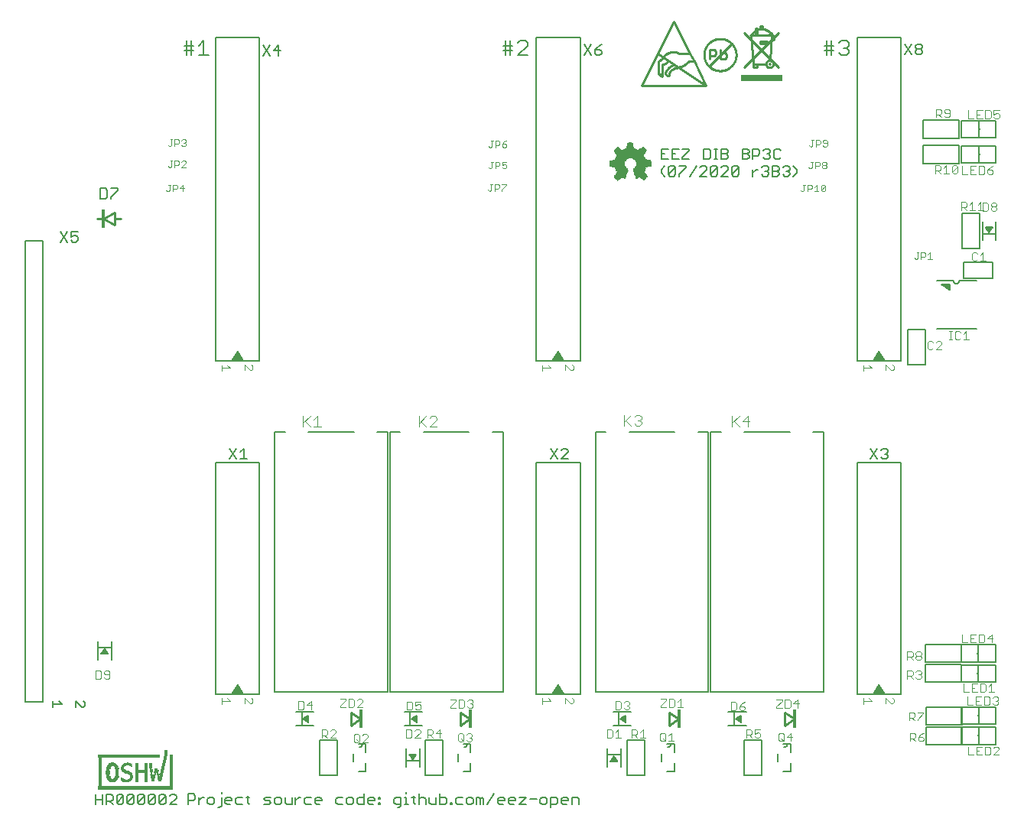
<source format=gto>
G75*
%MOIN*%
%OFA0B0*%
%FSLAX25Y25*%
%IPPOS*%
%LPD*%
%AMOC8*
5,1,8,0,0,1.08239X$1,22.5*
%
%ADD10R,0.01485X0.00015*%
%ADD11R,0.00045X0.00015*%
%ADD12R,0.00105X0.00015*%
%ADD13R,0.00165X0.00015*%
%ADD14R,0.00225X0.00015*%
%ADD15R,0.00285X0.00015*%
%ADD16R,0.00345X0.00015*%
%ADD17R,0.00405X0.00015*%
%ADD18R,0.00435X0.00015*%
%ADD19R,0.00465X0.00015*%
%ADD20R,0.00495X0.00015*%
%ADD21R,0.00540X0.00015*%
%ADD22R,0.00585X0.00015*%
%ADD23R,0.00645X0.00015*%
%ADD24R,0.00150X0.00015*%
%ADD25R,0.00675X0.00015*%
%ADD26R,0.00195X0.00015*%
%ADD27R,0.00705X0.00015*%
%ADD28R,0.00240X0.00015*%
%ADD29R,0.00735X0.00015*%
%ADD30R,0.00270X0.00015*%
%ADD31R,0.00765X0.00015*%
%ADD32R,0.00300X0.00015*%
%ADD33R,0.00810X0.00015*%
%ADD34R,0.00360X0.00015*%
%ADD35R,0.00855X0.00015*%
%ADD36R,0.00435X0.00015*%
%ADD37R,0.00915X0.00015*%
%ADD38R,0.00465X0.00015*%
%ADD39R,0.00945X0.00015*%
%ADD40R,0.00960X0.00015*%
%ADD41R,0.00525X0.00015*%
%ADD42R,0.00990X0.00015*%
%ADD43R,0.00555X0.00015*%
%ADD44R,0.01035X0.00015*%
%ADD45R,0.00600X0.00015*%
%ADD46R,0.01080X0.00015*%
%ADD47R,0.01125X0.00015*%
%ADD48R,0.01170X0.00015*%
%ADD49R,0.00720X0.00015*%
%ADD50R,0.01200X0.00015*%
%ADD51R,0.00750X0.00015*%
%ADD52R,0.01230X0.00015*%
%ADD53R,0.00780X0.00015*%
%ADD54R,0.01260X0.00015*%
%ADD55R,0.00810X0.00015*%
%ADD56R,0.01305X0.00015*%
%ADD57R,0.01365X0.00015*%
%ADD58R,0.00900X0.00015*%
%ADD59R,0.01395X0.00015*%
%ADD60R,0.01440X0.00015*%
%ADD61R,0.01470X0.00015*%
%ADD62R,0.01005X0.00015*%
%ADD63R,0.01500X0.00015*%
%ADD64R,0.01020X0.00015*%
%ADD65R,0.01530X0.00015*%
%ADD66R,0.01065X0.00015*%
%ADD67R,0.01575X0.00015*%
%ADD68R,0.01095X0.00015*%
%ADD69R,0.01635X0.00015*%
%ADD70R,0.01155X0.00015*%
%ADD71R,0.01680X0.00015*%
%ADD72R,0.01200X0.00015*%
%ADD73R,0.01710X0.00015*%
%ADD74R,0.01230X0.00015*%
%ADD75R,0.01725X0.00015*%
%ADD76R,0.01245X0.00015*%
%ADD77R,0.01755X0.00015*%
%ADD78R,0.01275X0.00015*%
%ADD79R,0.01800X0.00015*%
%ADD80R,0.01320X0.00015*%
%ADD81R,0.01860X0.00015*%
%ADD82R,0.01905X0.00015*%
%ADD83R,0.01410X0.00015*%
%ADD84R,0.01935X0.00015*%
%ADD85R,0.01455X0.00015*%
%ADD86R,0.01965X0.00015*%
%ADD87R,0.01485X0.00015*%
%ADD88R,0.01995X0.00015*%
%ADD89R,0.01515X0.00015*%
%ADD90R,0.02040X0.00015*%
%ADD91R,0.01530X0.00015*%
%ADD92R,0.02070X0.00015*%
%ADD93R,0.01575X0.00015*%
%ADD94R,0.02115X0.00015*%
%ADD95R,0.01620X0.00015*%
%ADD96R,0.02160X0.00015*%
%ADD97R,0.01665X0.00015*%
%ADD98R,0.02190X0.00015*%
%ADD99R,0.00075X0.00015*%
%ADD100R,0.01695X0.00015*%
%ADD101R,0.02220X0.00015*%
%ADD102R,0.00105X0.00015*%
%ADD103R,0.02235X0.00015*%
%ADD104R,0.00135X0.00015*%
%ADD105R,0.01755X0.00015*%
%ADD106R,0.02280X0.00015*%
%ADD107R,0.00180X0.00015*%
%ADD108R,0.01785X0.00015*%
%ADD109R,0.02340X0.00015*%
%ADD110R,0.00240X0.00015*%
%ADD111R,0.01830X0.00015*%
%ADD112R,0.02385X0.00015*%
%ADD113R,0.01890X0.00015*%
%ADD114R,0.02415X0.00015*%
%ADD115R,0.00330X0.00015*%
%ADD116R,0.00120X0.00015*%
%ADD117R,0.01920X0.00015*%
%ADD118R,0.02430X0.00015*%
%ADD119R,0.00375X0.00015*%
%ADD120R,0.02460X0.00015*%
%ADD121R,0.00405X0.00015*%
%ADD122R,0.00195X0.00015*%
%ADD123R,0.01965X0.00015*%
%ADD124R,0.02505X0.00015*%
%ADD125R,0.00210X0.00015*%
%ADD126R,0.02010X0.00015*%
%ADD127R,0.02535X0.00015*%
%ADD128R,0.00480X0.00015*%
%ADD129R,0.02580X0.00015*%
%ADD130R,0.00540X0.00015*%
%ADD131R,0.02085X0.00015*%
%ADD132R,0.02625X0.00015*%
%ADD133R,0.02130X0.00015*%
%ADD134R,0.02670X0.00015*%
%ADD135R,0.00630X0.00015*%
%ADD136R,0.02700X0.00015*%
%ADD137R,0.00660X0.00015*%
%ADD138R,0.00450X0.00015*%
%ADD139R,0.02190X0.00015*%
%ADD140R,0.02715X0.00015*%
%ADD141R,0.02205X0.00015*%
%ADD142R,0.02745X0.00015*%
%ADD143R,0.00510X0.00015*%
%ADD144R,0.02235X0.00015*%
%ADD145R,0.02775X0.00015*%
%ADD146R,0.02820X0.00015*%
%ADD147R,0.02310X0.00015*%
%ADD148R,0.02880X0.00015*%
%ADD149R,0.00855X0.00015*%
%ADD150R,0.02355X0.00015*%
%ADD151R,0.02895X0.00015*%
%ADD152R,0.00870X0.00015*%
%ADD153R,0.00660X0.00015*%
%ADD154R,0.02925X0.00015*%
%ADD155R,0.00690X0.00015*%
%ADD156R,0.02970X0.00015*%
%ADD157R,0.03000X0.00015*%
%ADD158R,0.00750X0.00015*%
%ADD159R,0.03045X0.00015*%
%ADD160R,0.01005X0.00015*%
%ADD161R,0.00780X0.00015*%
%ADD162R,0.02505X0.00015*%
%ADD163R,0.03090X0.00015*%
%ADD164R,0.01050X0.00015*%
%ADD165R,0.00825X0.00015*%
%ADD166R,0.02550X0.00015*%
%ADD167R,0.03135X0.00015*%
%ADD168R,0.01095X0.00015*%
%ADD169R,0.00870X0.00015*%
%ADD170R,0.03165X0.00015*%
%ADD171R,0.01125X0.00015*%
%ADD172R,0.02625X0.00015*%
%ADD173R,0.03195X0.00015*%
%ADD174R,0.01140X0.00015*%
%ADD175R,0.00930X0.00015*%
%ADD176R,0.02655X0.00015*%
%ADD177R,0.03210X0.00015*%
%ADD178R,0.00960X0.00015*%
%ADD179R,0.03240X0.00015*%
%ADD180R,0.02700X0.00015*%
%ADD181R,0.03285X0.00015*%
%ADD182R,0.01245X0.00015*%
%ADD183R,0.02745X0.00015*%
%ADD184R,0.03330X0.00015*%
%ADD185R,0.02790X0.00015*%
%ADD186R,0.03360X0.00015*%
%ADD187R,0.01110X0.00015*%
%ADD188R,0.02835X0.00015*%
%ADD189R,0.03390X0.00015*%
%ADD190R,0.01335X0.00015*%
%ADD191R,0.01140X0.00015*%
%ADD192R,0.02865X0.00015*%
%ADD193R,0.03420X0.00015*%
%ADD194R,0.01155X0.00015*%
%ADD195R,0.04905X0.00015*%
%ADD196R,0.04920X0.00015*%
%ADD197R,0.02940X0.00015*%
%ADD198R,0.04950X0.00015*%
%ADD199R,0.02985X0.00015*%
%ADD200R,0.04965X0.00015*%
%ADD201R,0.01275X0.00015*%
%ADD202R,0.03015X0.00015*%
%ADD203R,0.04980X0.00015*%
%ADD204R,0.03045X0.00015*%
%ADD205R,0.05010X0.00015*%
%ADD206R,0.01335X0.00015*%
%ADD207R,0.03075X0.00015*%
%ADD208R,0.01350X0.00015*%
%ADD209R,0.03105X0.00015*%
%ADD210R,0.05040X0.00015*%
%ADD211R,0.01380X0.00015*%
%ADD212R,0.05040X0.00015*%
%ADD213R,0.01410X0.00015*%
%ADD214R,0.03180X0.00015*%
%ADD215R,0.05070X0.00015*%
%ADD216R,0.03225X0.00015*%
%ADD217R,0.03255X0.00015*%
%ADD218R,0.05085X0.00015*%
%ADD219R,0.01515X0.00015*%
%ADD220R,0.03300X0.00015*%
%ADD221R,0.05100X0.00015*%
%ADD222R,0.04935X0.00015*%
%ADD223R,0.05115X0.00015*%
%ADD224R,0.04995X0.00015*%
%ADD225R,0.05130X0.00015*%
%ADD226R,0.05010X0.00015*%
%ADD227R,0.05130X0.00015*%
%ADD228R,0.05010X0.00015*%
%ADD229R,0.05025X0.00015*%
%ADD230R,0.05040X0.00015*%
%ADD231R,0.05055X0.00015*%
%ADD232R,0.05130X0.00015*%
%ADD233R,0.05085X0.00015*%
%ADD234R,0.05115X0.00015*%
%ADD235R,0.05145X0.00015*%
%ADD236R,0.05160X0.00015*%
%ADD237R,0.05130X0.00015*%
%ADD238R,0.05190X0.00015*%
%ADD239R,0.05190X0.00015*%
%ADD240R,0.05205X0.00015*%
%ADD241R,0.05220X0.00015*%
%ADD242R,0.05070X0.00015*%
%ADD243R,0.05085X0.00015*%
%ADD244R,0.05205X0.00015*%
%ADD245R,0.05220X0.00015*%
%ADD246R,0.05055X0.00015*%
%ADD247R,0.05025X0.00015*%
%ADD248R,0.05205X0.00015*%
%ADD249R,0.05025X0.00015*%
%ADD250R,0.05190X0.00015*%
%ADD251R,0.05190X0.00015*%
%ADD252R,0.04995X0.00015*%
%ADD253R,0.05175X0.00015*%
%ADD254R,0.04950X0.00015*%
%ADD255R,0.05145X0.00015*%
%ADD256R,0.05145X0.00015*%
%ADD257R,0.04920X0.00015*%
%ADD258R,0.04905X0.00015*%
%ADD259R,0.04905X0.00015*%
%ADD260R,0.05115X0.00015*%
%ADD261R,0.04890X0.00015*%
%ADD262R,0.04890X0.00015*%
%ADD263R,0.04875X0.00015*%
%ADD264R,0.04845X0.00015*%
%ADD265R,0.04830X0.00015*%
%ADD266R,0.04830X0.00015*%
%ADD267R,0.05070X0.00015*%
%ADD268R,0.04830X0.00015*%
%ADD269R,0.04815X0.00015*%
%ADD270R,0.04800X0.00015*%
%ADD271R,0.04800X0.00015*%
%ADD272R,0.05010X0.00015*%
%ADD273R,0.04785X0.00015*%
%ADD274R,0.04770X0.00015*%
%ADD275R,0.04770X0.00015*%
%ADD276R,0.04755X0.00015*%
%ADD277R,0.04740X0.00015*%
%ADD278R,0.04725X0.00015*%
%ADD279R,0.04725X0.00015*%
%ADD280R,0.04980X0.00015*%
%ADD281R,0.04710X0.00015*%
%ADD282R,0.04725X0.00015*%
%ADD283R,0.04710X0.00015*%
%ADD284R,0.04695X0.00015*%
%ADD285R,0.04680X0.00015*%
%ADD286R,0.04695X0.00015*%
%ADD287R,0.04680X0.00015*%
%ADD288R,0.04905X0.00015*%
%ADD289R,0.04665X0.00015*%
%ADD290R,0.04650X0.00015*%
%ADD291R,0.04635X0.00015*%
%ADD292R,0.04620X0.00015*%
%ADD293R,0.04620X0.00015*%
%ADD294R,0.04890X0.00015*%
%ADD295R,0.04605X0.00015*%
%ADD296R,0.04605X0.00015*%
%ADD297R,0.04590X0.00015*%
%ADD298R,0.04845X0.00015*%
%ADD299R,0.04575X0.00015*%
%ADD300R,0.04590X0.00015*%
%ADD301R,0.04575X0.00015*%
%ADD302R,0.04845X0.00015*%
%ADD303R,0.04560X0.00015*%
%ADD304R,0.04545X0.00015*%
%ADD305R,0.04530X0.00015*%
%ADD306R,0.04515X0.00015*%
%ADD307R,0.04530X0.00015*%
%ADD308R,0.04500X0.00015*%
%ADD309R,0.04515X0.00015*%
%ADD310R,0.04785X0.00015*%
%ADD311R,0.04485X0.00015*%
%ADD312R,0.04755X0.00015*%
%ADD313R,0.04470X0.00015*%
%ADD314R,0.04740X0.00015*%
%ADD315R,0.04485X0.00015*%
%ADD316R,0.04755X0.00015*%
%ADD317R,0.04545X0.00015*%
%ADD318R,0.04695X0.00015*%
%ADD319R,0.04680X0.00015*%
%ADD320R,0.04665X0.00015*%
%ADD321R,0.04725X0.00015*%
%ADD322R,0.04680X0.00015*%
%ADD323R,0.04860X0.00015*%
%ADD324R,0.04740X0.00015*%
%ADD325R,0.04875X0.00015*%
%ADD326R,0.04965X0.00015*%
%ADD327R,0.04860X0.00015*%
%ADD328R,0.04995X0.00015*%
%ADD329R,0.04875X0.00015*%
%ADD330R,0.04980X0.00015*%
%ADD331R,0.05235X0.00015*%
%ADD332R,0.05235X0.00015*%
%ADD333R,0.05250X0.00015*%
%ADD334R,0.05280X0.00015*%
%ADD335R,0.05295X0.00015*%
%ADD336R,0.05325X0.00015*%
%ADD337R,0.05340X0.00015*%
%ADD338R,0.05235X0.00015*%
%ADD339R,0.05355X0.00015*%
%ADD340R,0.05370X0.00015*%
%ADD341R,0.05265X0.00015*%
%ADD342R,0.05370X0.00015*%
%ADD343R,0.05280X0.00015*%
%ADD344R,0.05385X0.00015*%
%ADD345R,0.05295X0.00015*%
%ADD346R,0.05400X0.00015*%
%ADD347R,0.05415X0.00015*%
%ADD348R,0.05310X0.00015*%
%ADD349R,0.05430X0.00015*%
%ADD350R,0.05445X0.00015*%
%ADD351R,0.05460X0.00015*%
%ADD352R,0.05355X0.00015*%
%ADD353R,0.05475X0.00015*%
%ADD354R,0.05505X0.00015*%
%ADD355R,0.05520X0.00015*%
%ADD356R,0.05535X0.00015*%
%ADD357R,0.05550X0.00015*%
%ADD358R,0.05550X0.00015*%
%ADD359R,0.05475X0.00015*%
%ADD360R,0.05490X0.00015*%
%ADD361R,0.05475X0.00015*%
%ADD362R,0.05385X0.00015*%
%ADD363R,0.05370X0.00015*%
%ADD364R,0.05325X0.00015*%
%ADD365R,0.05310X0.00015*%
%ADD366R,0.05265X0.00015*%
%ADD367R,0.05175X0.00015*%
%ADD368R,0.04980X0.00015*%
%ADD369R,0.04965X0.00015*%
%ADD370R,0.04860X0.00015*%
%ADD371R,0.04845X0.00015*%
%ADD372R,0.04815X0.00015*%
%ADD373R,0.04770X0.00015*%
%ADD374R,0.05295X0.00015*%
%ADD375R,0.04635X0.00015*%
%ADD376R,0.05610X0.00015*%
%ADD377R,0.05700X0.00015*%
%ADD378R,0.05760X0.00015*%
%ADD379R,0.05805X0.00015*%
%ADD380R,0.05850X0.00015*%
%ADD381R,0.05895X0.00015*%
%ADD382R,0.06000X0.00015*%
%ADD383R,0.06135X0.00015*%
%ADD384R,0.06225X0.00015*%
%ADD385R,0.06300X0.00015*%
%ADD386R,0.06330X0.00015*%
%ADD387R,0.06375X0.00015*%
%ADD388R,0.06450X0.00015*%
%ADD389R,0.06570X0.00015*%
%ADD390R,0.05565X0.00015*%
%ADD391R,0.06690X0.00015*%
%ADD392R,0.06735X0.00015*%
%ADD393R,0.05790X0.00015*%
%ADD394R,0.06765X0.00015*%
%ADD395R,0.05850X0.00015*%
%ADD396R,0.06780X0.00015*%
%ADD397R,0.05895X0.00015*%
%ADD398R,0.06795X0.00015*%
%ADD399R,0.05955X0.00015*%
%ADD400R,0.06810X0.00015*%
%ADD401R,0.06060X0.00015*%
%ADD402R,0.06195X0.00015*%
%ADD403R,0.06825X0.00015*%
%ADD404R,0.06330X0.00015*%
%ADD405R,0.06840X0.00015*%
%ADD406R,0.06390X0.00015*%
%ADD407R,0.06495X0.00015*%
%ADD408R,0.06840X0.00015*%
%ADD409R,0.06555X0.00015*%
%ADD410R,0.06825X0.00015*%
%ADD411R,0.06645X0.00015*%
%ADD412R,0.06825X0.00015*%
%ADD413R,0.06705X0.00015*%
%ADD414R,0.06705X0.00015*%
%ADD415R,0.06810X0.00015*%
%ADD416R,0.06720X0.00015*%
%ADD417R,0.06795X0.00015*%
%ADD418R,0.06750X0.00015*%
%ADD419R,0.06765X0.00015*%
%ADD420R,0.06795X0.00015*%
%ADD421R,0.06780X0.00015*%
%ADD422R,0.06780X0.00015*%
%ADD423R,0.06750X0.00015*%
%ADD424R,0.06720X0.00015*%
%ADD425R,0.06720X0.00015*%
%ADD426R,0.06705X0.00015*%
%ADD427R,0.06705X0.00015*%
%ADD428R,0.06690X0.00015*%
%ADD429R,0.06675X0.00015*%
%ADD430R,0.06690X0.00015*%
%ADD431R,0.06675X0.00015*%
%ADD432R,0.06675X0.00015*%
%ADD433R,0.06660X0.00015*%
%ADD434R,0.06675X0.00015*%
%ADD435R,0.06660X0.00015*%
%ADD436R,0.06660X0.00015*%
%ADD437R,0.06645X0.00015*%
%ADD438R,0.06630X0.00015*%
%ADD439R,0.06660X0.00015*%
%ADD440R,0.06630X0.00015*%
%ADD441R,0.06645X0.00015*%
%ADD442R,0.06735X0.00015*%
%ADD443R,0.06765X0.00015*%
%ADD444R,0.06780X0.00015*%
%ADD445R,0.06825X0.00015*%
%ADD446R,0.06855X0.00015*%
%ADD447R,0.06855X0.00015*%
%ADD448R,0.06870X0.00015*%
%ADD449R,0.06885X0.00015*%
%ADD450R,0.06525X0.00015*%
%ADD451R,0.06405X0.00015*%
%ADD452R,0.06255X0.00015*%
%ADD453R,0.06165X0.00015*%
%ADD454R,0.06870X0.00015*%
%ADD455R,0.06120X0.00015*%
%ADD456R,0.06885X0.00015*%
%ADD457R,0.06060X0.00015*%
%ADD458R,0.06015X0.00015*%
%ADD459R,0.05910X0.00015*%
%ADD460R,0.05670X0.00015*%
%ADD461R,0.05595X0.00015*%
%ADD462R,0.06585X0.00015*%
%ADD463R,0.05160X0.00015*%
%ADD464R,0.06390X0.00015*%
%ADD465R,0.05025X0.00015*%
%ADD466R,0.06330X0.00015*%
%ADD467R,0.06075X0.00015*%
%ADD468R,0.05820X0.00015*%
%ADD469R,0.05775X0.00015*%
%ADD470R,0.05685X0.00015*%
%ADD471R,0.05460X0.00015*%
%ADD472R,0.04860X0.00015*%
%ADD473R,0.04935X0.00015*%
%ADD474R,0.05160X0.00015*%
%ADD475R,0.05325X0.00015*%
%ADD476R,0.05340X0.00015*%
%ADD477R,0.05355X0.00015*%
%ADD478R,0.05430X0.00015*%
%ADD479R,0.05535X0.00015*%
%ADD480R,0.05595X0.00015*%
%ADD481R,0.05640X0.00015*%
%ADD482R,0.05640X0.00015*%
%ADD483R,0.05670X0.00015*%
%ADD484R,0.05685X0.00015*%
%ADD485R,0.05700X0.00015*%
%ADD486R,0.05715X0.00015*%
%ADD487R,0.05715X0.00015*%
%ADD488R,0.05730X0.00015*%
%ADD489R,0.05745X0.00015*%
%ADD490R,0.05760X0.00015*%
%ADD491R,0.06000X0.00015*%
%ADD492R,0.06105X0.00015*%
%ADD493R,0.06180X0.00015*%
%ADD494R,0.06210X0.00015*%
%ADD495R,0.12690X0.00015*%
%ADD496R,0.12675X0.00015*%
%ADD497R,0.12660X0.00015*%
%ADD498R,0.12660X0.00015*%
%ADD499R,0.12645X0.00015*%
%ADD500R,0.12615X0.00015*%
%ADD501R,0.12600X0.00015*%
%ADD502R,0.12585X0.00015*%
%ADD503R,0.12555X0.00015*%
%ADD504R,0.12540X0.00015*%
%ADD505R,0.12525X0.00015*%
%ADD506R,0.12510X0.00015*%
%ADD507R,0.12510X0.00015*%
%ADD508R,0.12480X0.00015*%
%ADD509R,0.12450X0.00015*%
%ADD510R,0.12435X0.00015*%
%ADD511R,0.12420X0.00015*%
%ADD512R,0.12390X0.00015*%
%ADD513R,0.12375X0.00015*%
%ADD514R,0.12360X0.00015*%
%ADD515R,0.12330X0.00015*%
%ADD516R,0.12300X0.00015*%
%ADD517R,0.12285X0.00015*%
%ADD518R,0.12270X0.00015*%
%ADD519R,0.12255X0.00015*%
%ADD520R,0.12240X0.00015*%
%ADD521R,0.12225X0.00015*%
%ADD522R,0.12195X0.00015*%
%ADD523R,0.12165X0.00015*%
%ADD524R,0.12150X0.00015*%
%ADD525R,0.12135X0.00015*%
%ADD526R,0.12120X0.00015*%
%ADD527R,0.12090X0.00015*%
%ADD528R,0.12075X0.00015*%
%ADD529R,0.12060X0.00015*%
%ADD530R,0.12045X0.00015*%
%ADD531R,0.12015X0.00015*%
%ADD532R,0.12000X0.00015*%
%ADD533R,0.11985X0.00015*%
%ADD534R,0.11955X0.00015*%
%ADD535R,0.11940X0.00015*%
%ADD536R,0.11925X0.00015*%
%ADD537R,0.11910X0.00015*%
%ADD538R,0.11910X0.00015*%
%ADD539R,0.11880X0.00015*%
%ADD540R,0.11850X0.00015*%
%ADD541R,0.11835X0.00015*%
%ADD542R,0.11805X0.00015*%
%ADD543R,0.11775X0.00015*%
%ADD544R,0.11760X0.00015*%
%ADD545R,0.11745X0.00015*%
%ADD546R,0.11730X0.00015*%
%ADD547R,0.11700X0.00015*%
%ADD548R,0.11700X0.00015*%
%ADD549R,0.11685X0.00015*%
%ADD550R,0.11655X0.00015*%
%ADD551R,0.11640X0.00015*%
%ADD552R,0.11625X0.00015*%
%ADD553R,0.11625X0.00015*%
%ADD554R,0.11670X0.00015*%
%ADD555R,0.11715X0.00015*%
%ADD556R,0.11790X0.00015*%
%ADD557R,0.11820X0.00015*%
%ADD558R,0.11820X0.00015*%
%ADD559R,0.11880X0.00015*%
%ADD560R,0.11895X0.00015*%
%ADD561R,0.11970X0.00015*%
%ADD562R,0.12045X0.00015*%
%ADD563R,0.12075X0.00015*%
%ADD564R,0.12105X0.00015*%
%ADD565R,0.12135X0.00015*%
%ADD566R,0.12165X0.00015*%
%ADD567R,0.12180X0.00015*%
%ADD568R,0.12195X0.00015*%
%ADD569R,0.12210X0.00015*%
%ADD570R,0.12225X0.00015*%
%ADD571R,0.12255X0.00015*%
%ADD572R,0.12360X0.00015*%
%ADD573R,0.12390X0.00015*%
%ADD574R,0.12405X0.00015*%
%ADD575R,0.12435X0.00015*%
%ADD576R,0.12480X0.00015*%
%ADD577R,0.12480X0.00015*%
%ADD578R,0.12510X0.00015*%
%ADD579R,0.12570X0.00015*%
%ADD580R,0.12630X0.00015*%
%ADD581R,0.12675X0.00015*%
%ADD582R,0.12705X0.00015*%
%ADD583R,0.12735X0.00015*%
%ADD584R,0.12750X0.00015*%
%ADD585R,0.12780X0.00015*%
%ADD586R,0.12795X0.00015*%
%ADD587R,0.12810X0.00015*%
%ADD588R,0.12840X0.00015*%
%ADD589R,0.12855X0.00015*%
%ADD590R,0.12885X0.00015*%
%ADD591R,0.12900X0.00015*%
%ADD592R,0.12915X0.00015*%
%ADD593R,0.12945X0.00015*%
%ADD594R,0.12960X0.00015*%
%ADD595R,0.12990X0.00015*%
%ADD596R,0.13005X0.00015*%
%ADD597R,0.13020X0.00015*%
%ADD598R,0.13035X0.00015*%
%ADD599R,0.13065X0.00015*%
%ADD600R,0.13080X0.00015*%
%ADD601R,0.13110X0.00015*%
%ADD602R,0.13125X0.00015*%
%ADD603R,0.13155X0.00015*%
%ADD604R,0.13170X0.00015*%
%ADD605R,0.13200X0.00015*%
%ADD606R,0.13230X0.00015*%
%ADD607R,0.13260X0.00015*%
%ADD608R,0.13290X0.00015*%
%ADD609R,0.13320X0.00015*%
%ADD610R,0.13350X0.00015*%
%ADD611R,0.13365X0.00015*%
%ADD612R,0.13395X0.00015*%
%ADD613R,0.13425X0.00015*%
%ADD614R,0.13455X0.00015*%
%ADD615R,0.13470X0.00015*%
%ADD616R,0.13500X0.00015*%
%ADD617R,0.13530X0.00015*%
%ADD618R,0.13560X0.00015*%
%ADD619R,0.13575X0.00015*%
%ADD620R,0.13605X0.00015*%
%ADD621R,0.13635X0.00015*%
%ADD622R,0.13650X0.00015*%
%ADD623R,0.13680X0.00015*%
%ADD624R,0.13695X0.00015*%
%ADD625R,0.13725X0.00015*%
%ADD626R,0.13740X0.00015*%
%ADD627R,0.13770X0.00015*%
%ADD628R,0.13785X0.00015*%
%ADD629R,0.13800X0.00015*%
%ADD630R,0.13830X0.00015*%
%ADD631R,0.13860X0.00015*%
%ADD632R,0.13875X0.00015*%
%ADD633R,0.13905X0.00015*%
%ADD634R,0.13935X0.00015*%
%ADD635R,0.13950X0.00015*%
%ADD636R,0.13980X0.00015*%
%ADD637R,0.14010X0.00015*%
%ADD638R,0.14025X0.00015*%
%ADD639R,0.14055X0.00015*%
%ADD640R,0.14070X0.00015*%
%ADD641R,0.14085X0.00015*%
%ADD642R,0.14115X0.00015*%
%ADD643R,0.14145X0.00015*%
%ADD644R,0.14160X0.00015*%
%ADD645R,0.14190X0.00015*%
%ADD646R,0.14205X0.00015*%
%ADD647R,0.14220X0.00015*%
%ADD648R,0.14235X0.00015*%
%ADD649R,0.14265X0.00015*%
%ADD650R,0.14280X0.00015*%
%ADD651R,0.14295X0.00015*%
%ADD652R,0.14295X0.00015*%
%ADD653R,0.14250X0.00015*%
%ADD654R,0.14205X0.00015*%
%ADD655R,0.14175X0.00015*%
%ADD656R,0.14160X0.00015*%
%ADD657R,0.14130X0.00015*%
%ADD658R,0.14100X0.00015*%
%ADD659R,0.14040X0.00015*%
%ADD660R,0.14010X0.00015*%
%ADD661R,0.03465X0.00015*%
%ADD662R,0.10440X0.00015*%
%ADD663R,0.03420X0.00015*%
%ADD664R,0.10395X0.00015*%
%ADD665R,0.03375X0.00015*%
%ADD666R,0.10335X0.00015*%
%ADD667R,0.03570X0.00015*%
%ADD668R,0.06600X0.00015*%
%ADD669R,0.03525X0.00015*%
%ADD670R,0.03270X0.00015*%
%ADD671R,0.03495X0.00015*%
%ADD672R,0.03210X0.00015*%
%ADD673R,0.06480X0.00015*%
%ADD674R,0.03435X0.00015*%
%ADD675R,0.03165X0.00015*%
%ADD676R,0.03390X0.00015*%
%ADD677R,0.03120X0.00015*%
%ADD678R,0.06315X0.00015*%
%ADD679R,0.03345X0.00015*%
%ADD680R,0.03090X0.00015*%
%ADD681R,0.03075X0.00015*%
%ADD682R,0.06225X0.00015*%
%ADD683R,0.03270X0.00015*%
%ADD684R,0.06180X0.00015*%
%ADD685R,0.02970X0.00015*%
%ADD686R,0.06075X0.00015*%
%ADD687R,0.03195X0.00015*%
%ADD688R,0.02925X0.00015*%
%ADD689R,0.05985X0.00015*%
%ADD690R,0.03135X0.00015*%
%ADD691R,0.02850X0.00015*%
%ADD692R,0.05835X0.00015*%
%ADD693R,0.03030X0.00015*%
%ADD694R,0.02805X0.00015*%
%ADD695R,0.02730X0.00015*%
%ADD696R,0.05625X0.00015*%
%ADD697R,0.02925X0.00015*%
%ADD698R,0.02640X0.00015*%
%ADD699R,0.02595X0.00015*%
%ADD700R,0.02565X0.00015*%
%ADD701R,0.02760X0.00015*%
%ADD702R,0.02520X0.00015*%
%ADD703R,0.02730X0.00015*%
%ADD704R,0.02475X0.00015*%
%ADD705R,0.02685X0.00015*%
%ADD706R,0.02445X0.00015*%
%ADD707R,0.02400X0.00015*%
%ADD708R,0.02370X0.00015*%
%ADD709R,0.02565X0.00015*%
%ADD710R,0.02340X0.00015*%
%ADD711R,0.02325X0.00015*%
%ADD712R,0.02505X0.00015*%
%ADD713R,0.02280X0.00015*%
%ADD714R,0.02460X0.00015*%
%ADD715R,0.04560X0.00015*%
%ADD716R,0.02190X0.00015*%
%ADD717R,0.04440X0.00015*%
%ADD718R,0.02370X0.00015*%
%ADD719R,0.02145X0.00015*%
%ADD720R,0.04365X0.00015*%
%ADD721R,0.04320X0.00015*%
%ADD722R,0.02310X0.00015*%
%ADD723R,0.02100X0.00015*%
%ADD724R,0.04260X0.00015*%
%ADD725R,0.04200X0.00015*%
%ADD726R,0.02265X0.00015*%
%ADD727R,0.02040X0.00015*%
%ADD728R,0.04095X0.00015*%
%ADD729R,0.02220X0.00015*%
%ADD730R,0.03915X0.00015*%
%ADD731R,0.02175X0.00015*%
%ADD732R,0.03765X0.00015*%
%ADD733R,0.03675X0.00015*%
%ADD734R,0.01890X0.00015*%
%ADD735R,0.03615X0.00015*%
%ADD736R,0.02055X0.00015*%
%ADD737R,0.01860X0.00015*%
%ADD738R,0.03555X0.00015*%
%ADD739R,0.01815X0.00015*%
%ADD740R,0.03450X0.00015*%
%ADD741R,0.01725X0.00015*%
%ADD742R,0.03315X0.00015*%
%ADD743R,0.01905X0.00015*%
%ADD744R,0.01680X0.00015*%
%ADD745R,0.01650X0.00015*%
%ADD746R,0.01620X0.00015*%
%ADD747R,0.01590X0.00015*%
%ADD748R,0.01770X0.00015*%
%ADD749R,0.01560X0.00015*%
%ADD750R,0.03240X0.00015*%
%ADD751R,0.01740X0.00015*%
%ADD752R,0.01665X0.00015*%
%ADD753R,0.01455X0.00015*%
%ADD754R,0.01635X0.00015*%
%ADD755R,0.01410X0.00015*%
%ADD756R,0.01395X0.00015*%
%ADD757R,0.01365X0.00015*%
%ADD758R,0.01335X0.00015*%
%ADD759R,0.01290X0.00015*%
%ADD760R,0.03210X0.00015*%
%ADD761R,0.01455X0.00015*%
%ADD762R,0.01185X0.00015*%
%ADD763R,0.01290X0.00015*%
%ADD764R,0.01110X0.00015*%
%ADD765R,0.01260X0.00015*%
%ADD766R,0.03180X0.00015*%
%ADD767R,0.00975X0.00015*%
%ADD768R,0.03150X0.00015*%
%ADD769R,0.00885X0.00015*%
%ADD770R,0.03150X0.00015*%
%ADD771R,0.01050X0.00015*%
%ADD772R,0.00795X0.00015*%
%ADD773R,0.00885X0.00015*%
%ADD774R,0.00690X0.00015*%
%ADD775R,0.00840X0.00015*%
%ADD776R,0.00570X0.00015*%
%ADD777R,0.00525X0.00015*%
%ADD778R,0.03105X0.00015*%
%ADD779R,0.00660X0.00015*%
%ADD780R,0.00615X0.00015*%
%ADD781R,0.00420X0.00015*%
%ADD782R,0.00555X0.00015*%
%ADD783R,0.00390X0.00015*%
%ADD784R,0.00525X0.00015*%
%ADD785R,0.00360X0.00015*%
%ADD786R,0.00495X0.00015*%
%ADD787R,0.03075X0.00015*%
%ADD788R,0.00450X0.00015*%
%ADD789R,0.00225X0.00015*%
%ADD790R,0.00345X0.00015*%
%ADD791R,0.00255X0.00015*%
%ADD792R,0.03060X0.00015*%
%ADD793R,0.00180X0.00015*%
%ADD794R,0.00075X0.00015*%
%ADD795R,0.03000X0.00015*%
%ADD796R,0.02955X0.00015*%
%ADD797R,0.02940X0.00015*%
%ADD798R,0.02940X0.00015*%
%ADD799R,0.02910X0.00015*%
%ADD800R,0.02910X0.00015*%
%ADD801R,0.02865X0.00015*%
%ADD802R,0.02805X0.00015*%
%ADD803R,0.02775X0.00015*%
%ADD804R,0.02760X0.00015*%
%ADD805R,0.02655X0.00015*%
%ADD806R,0.02640X0.00015*%
%ADD807R,0.02610X0.00015*%
%ADD808R,0.02595X0.00015*%
%ADD809R,0.02535X0.00015*%
%ADD810R,0.02475X0.00015*%
%ADD811R,0.02175X0.00015*%
%ADD812R,0.01575X0.00015*%
%ADD813C,0.00500*%
%ADD814C,0.00700*%
%ADD815C,0.00800*%
%ADD816C,0.00400*%
%ADD817R,0.00787X0.05512*%
%ADD818C,0.00600*%
%ADD819C,0.01000*%
%ADD820R,0.01181X0.08268*%
%ADD821R,0.00787X0.00787*%
%ADD822R,0.18000X0.03000*%
%ADD823C,0.00300*%
%ADD824R,0.05512X0.00787*%
%ADD825R,0.32700X0.00300*%
%ADD826R,0.01500X0.00300*%
%ADD827R,0.02700X0.00300*%
%ADD828R,0.03000X0.00300*%
%ADD829R,0.03600X0.00300*%
%ADD830R,0.04200X0.00300*%
%ADD831R,0.04800X0.00300*%
%ADD832R,0.04500X0.00300*%
%ADD833R,0.02100X0.00300*%
%ADD834R,0.01800X0.00300*%
%ADD835R,0.01200X0.00300*%
%ADD836R,0.00600X0.00300*%
%ADD837R,0.00900X0.00300*%
%ADD838R,0.02400X0.00300*%
%ADD839R,0.03300X0.00300*%
%ADD840R,0.05400X0.00300*%
%ADD841R,0.03900X0.00300*%
%ADD842R,0.27000X0.00300*%
D10*
X0315367Y0306257D03*
D11*
X0312477Y0300548D03*
X0320682Y0301418D03*
X0323862Y0300713D03*
D12*
X0312477Y0300563D03*
D13*
X0312477Y0300578D03*
D14*
X0312477Y0300593D03*
D15*
X0312477Y0300607D03*
X0312567Y0314993D03*
D16*
X0312477Y0300622D03*
X0320727Y0301507D03*
D17*
X0320742Y0301522D03*
X0312477Y0300637D03*
D18*
X0312477Y0300653D03*
D19*
X0312477Y0300668D03*
D20*
X0312477Y0300683D03*
X0323862Y0300848D03*
D21*
X0312484Y0300698D03*
D22*
X0312492Y0300713D03*
X0315507Y0301522D03*
X0320817Y0301613D03*
D23*
X0320832Y0301628D03*
X0323847Y0300907D03*
X0312492Y0300728D03*
D24*
X0320674Y0301448D03*
X0323869Y0300728D03*
D25*
X0323847Y0300922D03*
X0315477Y0301568D03*
X0312492Y0300743D03*
D26*
X0323862Y0300743D03*
D27*
X0320862Y0301672D03*
X0315462Y0301583D03*
X0312492Y0300757D03*
D28*
X0323869Y0300757D03*
D29*
X0312492Y0300772D03*
D30*
X0320704Y0301493D03*
X0323869Y0300772D03*
D31*
X0315447Y0301598D03*
X0312492Y0300787D03*
D32*
X0315604Y0301418D03*
X0323869Y0300787D03*
X0323494Y0315037D03*
D33*
X0312499Y0300803D03*
D34*
X0323869Y0300803D03*
D35*
X0323832Y0300998D03*
X0312507Y0300818D03*
D36*
X0315567Y0301478D03*
X0320757Y0301537D03*
X0323862Y0300818D03*
D37*
X0320922Y0301748D03*
X0315387Y0301672D03*
X0312507Y0300833D03*
X0312597Y0314737D03*
D38*
X0312582Y0314918D03*
X0323862Y0300833D03*
D39*
X0323832Y0301028D03*
X0315372Y0301687D03*
X0312507Y0300848D03*
X0317892Y0316913D03*
X0323472Y0314798D03*
D40*
X0312514Y0300863D03*
D41*
X0323862Y0300863D03*
D42*
X0323824Y0301043D03*
X0320944Y0301793D03*
X0312514Y0300878D03*
X0323464Y0314783D03*
D43*
X0323862Y0300878D03*
D44*
X0312522Y0300893D03*
D45*
X0323854Y0300893D03*
X0312589Y0314872D03*
D46*
X0323464Y0314737D03*
X0320974Y0301822D03*
X0312514Y0300907D03*
D47*
X0312522Y0300922D03*
D48*
X0312529Y0300937D03*
X0315304Y0301778D03*
X0321004Y0301883D03*
X0323449Y0314707D03*
D49*
X0323479Y0314887D03*
X0323839Y0300937D03*
D50*
X0312529Y0300953D03*
D51*
X0323839Y0300953D03*
D52*
X0312529Y0300968D03*
X0312619Y0314618D03*
X0323449Y0314693D03*
D53*
X0323479Y0314857D03*
X0323839Y0300968D03*
D54*
X0312529Y0300983D03*
D55*
X0315424Y0301613D03*
X0323839Y0300983D03*
X0323479Y0314843D03*
D56*
X0321057Y0301943D03*
X0312537Y0300998D03*
D57*
X0312537Y0301013D03*
X0315237Y0301868D03*
X0323802Y0301207D03*
D58*
X0323824Y0301013D03*
X0315394Y0301657D03*
D59*
X0312537Y0301028D03*
D60*
X0312544Y0301043D03*
D61*
X0312544Y0301057D03*
X0321094Y0302033D03*
D62*
X0323817Y0301057D03*
D63*
X0312544Y0301072D03*
X0312634Y0314513D03*
X0323434Y0314587D03*
D64*
X0323464Y0314768D03*
X0312604Y0314707D03*
X0323824Y0301072D03*
D65*
X0312544Y0301087D03*
D66*
X0323817Y0301087D03*
D67*
X0312552Y0301103D03*
D68*
X0323817Y0301103D03*
D69*
X0312552Y0301118D03*
D70*
X0323817Y0301118D03*
D71*
X0312559Y0301133D03*
D72*
X0315304Y0301793D03*
X0321019Y0301898D03*
X0323809Y0301133D03*
D73*
X0312559Y0301148D03*
D74*
X0323809Y0301148D03*
D75*
X0323772Y0301357D03*
X0312567Y0301163D03*
D76*
X0323802Y0301163D03*
D77*
X0312567Y0301178D03*
D78*
X0315267Y0301822D03*
X0323802Y0301178D03*
D79*
X0312559Y0301193D03*
X0323419Y0314468D03*
D80*
X0323449Y0314648D03*
X0323794Y0301193D03*
X0315259Y0301837D03*
D81*
X0312574Y0301207D03*
D82*
X0312582Y0301222D03*
X0312657Y0314348D03*
D83*
X0323794Y0301222D03*
D84*
X0323757Y0301448D03*
X0312582Y0301237D03*
X0312657Y0314333D03*
X0318072Y0316883D03*
D85*
X0321087Y0302018D03*
X0323787Y0301237D03*
D86*
X0312582Y0301253D03*
D87*
X0323787Y0301253D03*
D88*
X0312582Y0301268D03*
X0312657Y0314318D03*
D89*
X0323787Y0301268D03*
D90*
X0323749Y0301493D03*
X0312589Y0301283D03*
X0323404Y0314378D03*
D91*
X0323434Y0314572D03*
X0323779Y0301283D03*
D92*
X0312589Y0301298D03*
X0312664Y0314287D03*
D93*
X0323787Y0301298D03*
D94*
X0312597Y0301313D03*
D95*
X0323779Y0301313D03*
D96*
X0323734Y0301537D03*
X0312604Y0301328D03*
D97*
X0323772Y0301328D03*
D98*
X0312604Y0301343D03*
D99*
X0315657Y0301343D03*
D100*
X0323772Y0301343D03*
D101*
X0312604Y0301357D03*
D102*
X0315657Y0301357D03*
D103*
X0312612Y0301372D03*
X0312672Y0314213D03*
X0318087Y0316837D03*
D104*
X0315657Y0301372D03*
D105*
X0323772Y0301372D03*
D106*
X0323719Y0301598D03*
X0312619Y0301387D03*
D107*
X0315634Y0301387D03*
D108*
X0323772Y0301387D03*
X0312642Y0314407D03*
D109*
X0312619Y0301403D03*
D110*
X0315619Y0301403D03*
D111*
X0323764Y0301403D03*
X0323419Y0314453D03*
D112*
X0323712Y0301643D03*
X0312627Y0301418D03*
D113*
X0323764Y0301418D03*
D114*
X0323712Y0301657D03*
X0312627Y0301433D03*
X0323367Y0314213D03*
D115*
X0312574Y0314978D03*
X0315589Y0301433D03*
D116*
X0320674Y0301433D03*
X0312574Y0315022D03*
D117*
X0323764Y0301433D03*
D118*
X0323704Y0301672D03*
X0312634Y0301448D03*
X0318079Y0316763D03*
D119*
X0315582Y0301448D03*
D120*
X0312634Y0301463D03*
X0323704Y0301687D03*
D121*
X0315582Y0301463D03*
D122*
X0320682Y0301463D03*
D123*
X0323757Y0301463D03*
X0323412Y0314407D03*
D124*
X0312642Y0301478D03*
D125*
X0320689Y0301478D03*
D126*
X0323749Y0301478D03*
X0323404Y0314393D03*
D127*
X0323352Y0314168D03*
X0318072Y0316507D03*
X0318072Y0316522D03*
X0318072Y0316537D03*
X0318072Y0316568D03*
X0312642Y0301493D03*
D128*
X0315559Y0301493D03*
X0320764Y0301568D03*
X0323494Y0314978D03*
D129*
X0323344Y0314137D03*
X0318079Y0316433D03*
X0323689Y0301733D03*
X0312649Y0301507D03*
D130*
X0315529Y0301507D03*
X0320794Y0301598D03*
D131*
X0323742Y0301507D03*
X0323397Y0314348D03*
D132*
X0312657Y0301522D03*
D133*
X0323734Y0301522D03*
X0323389Y0314333D03*
X0312664Y0314257D03*
D134*
X0312724Y0314018D03*
X0318064Y0316222D03*
X0318064Y0316237D03*
X0323674Y0301778D03*
X0312664Y0301537D03*
D135*
X0315499Y0301537D03*
X0312589Y0314857D03*
D136*
X0318064Y0316103D03*
X0312664Y0301553D03*
D137*
X0315484Y0301553D03*
D138*
X0320764Y0301553D03*
D139*
X0323734Y0301553D03*
D140*
X0312672Y0301568D03*
X0318072Y0315998D03*
X0318072Y0316013D03*
X0318072Y0316028D03*
X0318072Y0316043D03*
X0318072Y0316057D03*
D141*
X0323727Y0301568D03*
D142*
X0312672Y0301583D03*
X0318072Y0315922D03*
D143*
X0320779Y0301583D03*
D144*
X0323727Y0301583D03*
D145*
X0312672Y0301598D03*
X0312732Y0313987D03*
X0323322Y0314063D03*
D146*
X0318064Y0315757D03*
X0318064Y0315772D03*
X0312739Y0313957D03*
X0312679Y0301613D03*
D147*
X0323719Y0301613D03*
D148*
X0323659Y0301868D03*
X0312679Y0301628D03*
X0312739Y0313928D03*
X0318064Y0315548D03*
X0318064Y0315563D03*
X0318064Y0315578D03*
X0318064Y0315593D03*
X0318064Y0315607D03*
X0318064Y0315622D03*
X0318064Y0315637D03*
X0323314Y0314018D03*
D149*
X0315402Y0301628D03*
D150*
X0323712Y0301628D03*
D151*
X0323652Y0301883D03*
X0312687Y0301643D03*
D152*
X0315394Y0301643D03*
D153*
X0320839Y0301643D03*
X0312589Y0314843D03*
D154*
X0312687Y0301657D03*
D155*
X0320854Y0301657D03*
D156*
X0312694Y0301672D03*
D157*
X0312694Y0301687D03*
X0323299Y0313972D03*
X0318049Y0315187D03*
X0318049Y0315218D03*
X0318049Y0315233D03*
D158*
X0323479Y0314872D03*
X0312589Y0314813D03*
X0320869Y0301687D03*
D159*
X0312702Y0301703D03*
D160*
X0315357Y0301703D03*
D161*
X0320884Y0301703D03*
D162*
X0323697Y0301703D03*
D163*
X0312709Y0301718D03*
X0318064Y0314948D03*
X0318064Y0314963D03*
X0318064Y0314978D03*
D164*
X0312604Y0314693D03*
X0315334Y0301718D03*
X0320959Y0301807D03*
D165*
X0320907Y0301718D03*
X0312597Y0314783D03*
D166*
X0318079Y0316493D03*
X0323689Y0301718D03*
D167*
X0323622Y0301987D03*
X0312717Y0301733D03*
X0318057Y0314783D03*
X0318057Y0314798D03*
X0318057Y0314813D03*
X0318057Y0314828D03*
X0318057Y0314843D03*
D168*
X0315327Y0301733D03*
D169*
X0320914Y0301733D03*
X0312589Y0314768D03*
D170*
X0318042Y0314722D03*
X0318042Y0314707D03*
X0312717Y0301748D03*
D171*
X0315327Y0301748D03*
X0312612Y0314663D03*
X0323457Y0314722D03*
D172*
X0323337Y0314122D03*
X0318072Y0316328D03*
X0318072Y0316343D03*
X0318072Y0316357D03*
X0312717Y0314048D03*
X0323682Y0301748D03*
D173*
X0312717Y0301763D03*
D174*
X0315319Y0301763D03*
D175*
X0320929Y0301763D03*
D176*
X0323682Y0301763D03*
X0318072Y0316268D03*
X0318072Y0316283D03*
X0318072Y0316298D03*
D177*
X0312724Y0301778D03*
D178*
X0320929Y0301778D03*
D179*
X0312724Y0301793D03*
D180*
X0323674Y0301793D03*
X0318064Y0316072D03*
X0318064Y0316087D03*
X0318064Y0316118D03*
X0318064Y0316133D03*
D181*
X0318057Y0314437D03*
X0312732Y0301807D03*
D182*
X0315282Y0301807D03*
X0321027Y0301913D03*
D183*
X0323667Y0301807D03*
D184*
X0312739Y0301822D03*
X0312784Y0313733D03*
D185*
X0318064Y0315818D03*
X0318064Y0315833D03*
X0323659Y0301822D03*
D186*
X0312739Y0301837D03*
X0318064Y0314407D03*
D187*
X0320989Y0301837D03*
D188*
X0323652Y0301837D03*
X0323322Y0314033D03*
X0318057Y0315728D03*
X0318057Y0315743D03*
D189*
X0312739Y0301853D03*
D190*
X0315252Y0301853D03*
D191*
X0320989Y0301853D03*
D192*
X0323652Y0301853D03*
X0318057Y0315653D03*
D193*
X0312739Y0301868D03*
D194*
X0320997Y0301868D03*
X0312612Y0314648D03*
D195*
X0313647Y0306278D03*
X0313887Y0306007D03*
X0313857Y0302933D03*
X0313467Y0301883D03*
X0322182Y0303622D03*
X0322197Y0303593D03*
X0322797Y0302063D03*
D196*
X0322279Y0303443D03*
X0322264Y0303472D03*
X0322264Y0303487D03*
X0322249Y0303518D03*
X0322204Y0305948D03*
X0322189Y0309713D03*
X0322174Y0309728D03*
X0322159Y0309743D03*
X0313639Y0309383D03*
X0313894Y0305993D03*
X0313909Y0305978D03*
X0313804Y0302857D03*
X0313789Y0302828D03*
X0313774Y0302798D03*
X0313459Y0301898D03*
D197*
X0323644Y0301898D03*
D198*
X0322804Y0302093D03*
X0322294Y0303413D03*
X0321769Y0304807D03*
X0322144Y0309772D03*
X0314434Y0304643D03*
X0314434Y0304628D03*
X0313939Y0305933D03*
X0313924Y0305948D03*
X0313759Y0302768D03*
X0313459Y0301913D03*
X0313984Y0309757D03*
D199*
X0318057Y0315248D03*
X0323637Y0301913D03*
D200*
X0322812Y0302107D03*
X0322317Y0303383D03*
X0322302Y0303398D03*
X0321762Y0304822D03*
X0322122Y0309787D03*
X0314007Y0309787D03*
X0313992Y0309772D03*
X0313602Y0306293D03*
X0313737Y0302737D03*
X0313737Y0302722D03*
X0313452Y0301928D03*
D201*
X0321042Y0301928D03*
D202*
X0323622Y0301928D03*
X0312762Y0313883D03*
D203*
X0313609Y0309368D03*
X0313954Y0305918D03*
X0313729Y0302707D03*
X0313714Y0302678D03*
X0313444Y0301943D03*
X0322324Y0303368D03*
X0322339Y0303337D03*
X0322339Y0303322D03*
X0322354Y0303307D03*
D204*
X0323622Y0301943D03*
X0323292Y0313943D03*
X0318057Y0315098D03*
X0318057Y0315113D03*
X0318057Y0315128D03*
X0312762Y0313868D03*
D205*
X0314029Y0309833D03*
X0322129Y0305857D03*
X0322429Y0303172D03*
X0313444Y0301972D03*
X0313444Y0301957D03*
D206*
X0321057Y0301957D03*
D207*
X0323622Y0301957D03*
D208*
X0321064Y0301972D03*
X0323449Y0314633D03*
D209*
X0318057Y0314857D03*
X0318057Y0314872D03*
X0318057Y0314887D03*
X0318057Y0314918D03*
X0318057Y0314933D03*
X0323622Y0301972D03*
D210*
X0322459Y0303113D03*
X0322444Y0303128D03*
X0314059Y0309863D03*
X0314044Y0309848D03*
X0313624Y0302528D03*
X0313624Y0302513D03*
X0313609Y0302498D03*
X0313444Y0301987D03*
D211*
X0321064Y0301987D03*
D212*
X0313444Y0302003D03*
D213*
X0321079Y0302003D03*
D214*
X0323614Y0302003D03*
D215*
X0313594Y0302468D03*
X0313444Y0302033D03*
X0313444Y0302018D03*
D216*
X0323607Y0302018D03*
X0323277Y0313883D03*
X0318042Y0314543D03*
X0318042Y0314557D03*
X0318042Y0314572D03*
X0318042Y0314587D03*
D217*
X0318042Y0314483D03*
X0312777Y0313778D03*
X0323592Y0302033D03*
D218*
X0314052Y0305798D03*
X0313452Y0302048D03*
D219*
X0321102Y0302048D03*
D220*
X0323584Y0302048D03*
X0323269Y0313837D03*
X0312784Y0313748D03*
D221*
X0314059Y0305783D03*
X0314419Y0304837D03*
X0313564Y0302407D03*
X0313564Y0302393D03*
X0313549Y0302378D03*
X0313549Y0302363D03*
X0313444Y0302078D03*
X0313444Y0302063D03*
X0321769Y0304943D03*
X0321769Y0304957D03*
X0321769Y0304972D03*
X0321769Y0304987D03*
X0322069Y0305768D03*
X0322564Y0302933D03*
X0322564Y0302918D03*
X0322579Y0302887D03*
X0322009Y0309922D03*
D222*
X0322152Y0309757D03*
X0322257Y0309668D03*
X0322197Y0305933D03*
X0322182Y0305918D03*
X0321762Y0304793D03*
X0322272Y0303457D03*
X0322287Y0303428D03*
X0322797Y0302078D03*
X0313797Y0302843D03*
X0313782Y0302813D03*
X0313767Y0302783D03*
X0313917Y0305963D03*
X0318057Y0314137D03*
D223*
X0313452Y0302122D03*
X0313452Y0302107D03*
X0313452Y0302093D03*
D224*
X0314427Y0304687D03*
X0314427Y0304718D03*
X0322362Y0303293D03*
X0322377Y0303278D03*
X0322392Y0303263D03*
X0322392Y0303248D03*
X0322812Y0302122D03*
D225*
X0322609Y0302828D03*
X0322594Y0302843D03*
X0321994Y0309937D03*
X0313459Y0302198D03*
X0313459Y0302183D03*
X0313459Y0302168D03*
X0313459Y0302137D03*
D226*
X0313684Y0302618D03*
X0313699Y0302633D03*
X0314419Y0304733D03*
X0314419Y0304748D03*
X0313984Y0305887D03*
X0322399Y0303233D03*
X0322819Y0302137D03*
D227*
X0313459Y0302153D03*
D228*
X0321769Y0304853D03*
X0322819Y0302153D03*
D229*
X0322827Y0302168D03*
X0322092Y0309833D03*
X0322077Y0309848D03*
X0314427Y0304763D03*
X0314007Y0305843D03*
X0314007Y0305857D03*
X0313992Y0305872D03*
X0313662Y0302587D03*
X0318057Y0314122D03*
D230*
X0322069Y0309863D03*
X0322114Y0305828D03*
X0322099Y0305813D03*
X0321769Y0304883D03*
X0321769Y0304868D03*
X0322819Y0302183D03*
X0314419Y0304778D03*
X0314419Y0304793D03*
X0313654Y0302572D03*
X0313639Y0302557D03*
D231*
X0314022Y0305828D03*
X0322482Y0303068D03*
X0322497Y0303037D03*
X0322512Y0303022D03*
X0322827Y0302198D03*
X0322362Y0309622D03*
X0322062Y0309878D03*
X0322047Y0309893D03*
D232*
X0321769Y0305033D03*
X0321769Y0305018D03*
X0314419Y0304868D03*
X0314089Y0305737D03*
X0313519Y0302318D03*
X0313489Y0302272D03*
X0313474Y0302243D03*
X0313474Y0302228D03*
X0313474Y0302213D03*
X0314119Y0309922D03*
D233*
X0314097Y0309907D03*
X0313527Y0309337D03*
X0313572Y0302422D03*
X0322542Y0302963D03*
X0322542Y0302978D03*
X0322557Y0302948D03*
X0322842Y0302213D03*
X0322077Y0305783D03*
X0322767Y0306518D03*
X0322032Y0309907D03*
D234*
X0322047Y0305737D03*
X0322587Y0302872D03*
X0322587Y0302857D03*
X0322842Y0302243D03*
X0322842Y0302228D03*
X0314067Y0305768D03*
X0313542Y0302348D03*
X0313527Y0302333D03*
D235*
X0313497Y0302287D03*
X0313482Y0302257D03*
X0314097Y0305722D03*
X0314142Y0309937D03*
X0321957Y0309983D03*
X0321972Y0309968D03*
X0322032Y0305722D03*
X0321777Y0305048D03*
X0322632Y0302798D03*
X0322647Y0302768D03*
X0322662Y0302737D03*
X0322677Y0302722D03*
X0322842Y0302257D03*
X0318057Y0314107D03*
D236*
X0314164Y0309968D03*
X0314419Y0304898D03*
X0314419Y0304883D03*
X0321769Y0305063D03*
X0322639Y0302783D03*
X0322684Y0302707D03*
X0322834Y0302287D03*
X0322834Y0302272D03*
D237*
X0321979Y0309953D03*
X0314074Y0305753D03*
X0314419Y0304853D03*
X0313504Y0302303D03*
D238*
X0322834Y0302303D03*
D239*
X0322834Y0302318D03*
X0322834Y0302333D03*
X0314419Y0304928D03*
X0314419Y0304943D03*
X0314119Y0305707D03*
D240*
X0314412Y0304972D03*
X0314412Y0304957D03*
X0321777Y0305093D03*
X0322827Y0306533D03*
X0322827Y0302393D03*
X0322827Y0302378D03*
X0322827Y0302363D03*
X0322827Y0302348D03*
D241*
X0322819Y0302407D03*
X0322819Y0302422D03*
X0322819Y0302437D03*
X0321769Y0305107D03*
X0321919Y0310013D03*
X0314134Y0305693D03*
X0314419Y0304987D03*
D242*
X0314419Y0304822D03*
X0314419Y0304807D03*
X0313534Y0306307D03*
X0314074Y0309893D03*
X0313579Y0302437D03*
X0321769Y0304898D03*
X0321769Y0304913D03*
X0321769Y0304928D03*
X0322084Y0305798D03*
X0322474Y0303083D03*
X0322519Y0303007D03*
X0322534Y0302993D03*
D243*
X0313587Y0302453D03*
D244*
X0322812Y0302453D03*
D245*
X0322804Y0302468D03*
X0322804Y0302483D03*
X0322789Y0302498D03*
X0322789Y0302513D03*
X0322774Y0302528D03*
X0322759Y0302543D03*
X0322744Y0302572D03*
X0321979Y0305678D03*
X0321994Y0305693D03*
X0314209Y0310013D03*
D246*
X0314067Y0309878D03*
X0314037Y0305813D03*
X0313602Y0302483D03*
X0322467Y0303098D03*
D247*
X0322437Y0303143D03*
X0322437Y0303157D03*
X0322422Y0303187D03*
X0322122Y0305843D03*
X0313632Y0302543D03*
D248*
X0322722Y0302618D03*
X0322737Y0302587D03*
X0322752Y0302557D03*
D249*
X0313677Y0302603D03*
D250*
X0322729Y0302603D03*
D251*
X0322714Y0302633D03*
X0322714Y0302648D03*
X0322444Y0309607D03*
X0314194Y0309998D03*
X0313459Y0306322D03*
D252*
X0314022Y0309818D03*
X0313722Y0302693D03*
X0313707Y0302663D03*
X0313707Y0302648D03*
X0322407Y0303218D03*
X0322137Y0305872D03*
X0322152Y0305887D03*
X0322317Y0309637D03*
X0322107Y0309818D03*
D253*
X0321942Y0309998D03*
X0321777Y0305078D03*
X0322692Y0302693D03*
X0322707Y0302678D03*
X0322707Y0302663D03*
X0314412Y0304913D03*
D254*
X0313759Y0302753D03*
X0322684Y0306503D03*
X0322279Y0309653D03*
D255*
X0322662Y0302753D03*
D256*
X0322617Y0302813D03*
D257*
X0321769Y0304763D03*
X0321769Y0304778D03*
X0322219Y0305963D03*
X0314434Y0304613D03*
X0313819Y0302872D03*
X0313969Y0309728D03*
D258*
X0313962Y0309713D03*
X0314442Y0304598D03*
X0313827Y0302887D03*
X0321762Y0304733D03*
X0321762Y0304748D03*
X0322212Y0303578D03*
X0322212Y0303563D03*
X0322227Y0303548D03*
X0322242Y0303533D03*
X0322227Y0305978D03*
X0322242Y0305993D03*
X0322227Y0309683D03*
X0322212Y0309698D03*
D259*
X0313842Y0302903D03*
D260*
X0321777Y0305003D03*
X0322062Y0305753D03*
X0322572Y0302903D03*
D261*
X0321769Y0304718D03*
X0322249Y0306007D03*
X0313849Y0302918D03*
D262*
X0313864Y0302948D03*
X0313864Y0302963D03*
X0313879Y0302993D03*
X0313879Y0306022D03*
X0313939Y0309698D03*
X0322159Y0303668D03*
X0322174Y0303637D03*
X0322189Y0303607D03*
D263*
X0322152Y0303683D03*
X0322152Y0303698D03*
X0313887Y0303007D03*
X0313872Y0302978D03*
X0313872Y0306037D03*
X0313932Y0309683D03*
D264*
X0313902Y0309637D03*
X0313902Y0303022D03*
X0322137Y0303713D03*
D265*
X0322294Y0306068D03*
X0313909Y0303037D03*
X0313894Y0309622D03*
D266*
X0313909Y0303053D03*
D267*
X0322489Y0303053D03*
D268*
X0322129Y0303728D03*
X0322114Y0303757D03*
X0322099Y0303787D03*
X0322084Y0303818D03*
X0322069Y0303833D03*
X0321754Y0304657D03*
X0322624Y0306487D03*
X0314434Y0304522D03*
X0314434Y0304507D03*
X0313939Y0303113D03*
X0313924Y0303083D03*
X0313924Y0303068D03*
X0313834Y0306098D03*
X0313699Y0306248D03*
X0313879Y0309607D03*
X0318064Y0314168D03*
D269*
X0313827Y0306113D03*
X0313977Y0303157D03*
X0313962Y0303143D03*
X0313947Y0303128D03*
X0313932Y0303098D03*
X0321747Y0304628D03*
X0321747Y0304643D03*
X0322032Y0303893D03*
X0322047Y0303878D03*
X0322047Y0303863D03*
X0322062Y0303848D03*
D270*
X0322024Y0303907D03*
X0322024Y0303922D03*
X0322309Y0306098D03*
X0322309Y0306113D03*
X0314434Y0304493D03*
X0314434Y0304478D03*
X0314014Y0303233D03*
X0313999Y0303187D03*
X0313984Y0303172D03*
X0313819Y0306128D03*
X0313804Y0306157D03*
X0313729Y0306233D03*
X0313849Y0309578D03*
X0313864Y0309593D03*
D271*
X0313999Y0303203D03*
X0322009Y0303953D03*
D272*
X0322414Y0303203D03*
D273*
X0322017Y0303937D03*
X0321747Y0304613D03*
X0322317Y0306128D03*
X0322332Y0306143D03*
X0322332Y0306157D03*
X0314442Y0304463D03*
X0314022Y0303263D03*
X0314022Y0303248D03*
X0314007Y0303218D03*
X0313812Y0306143D03*
X0313797Y0306172D03*
X0313827Y0309533D03*
X0313842Y0309548D03*
X0313842Y0309563D03*
D274*
X0313819Y0309518D03*
X0313789Y0306187D03*
X0314449Y0304448D03*
X0314029Y0303278D03*
X0321754Y0304598D03*
X0322339Y0306172D03*
X0318064Y0314183D03*
D275*
X0321994Y0303998D03*
X0314044Y0303293D03*
D276*
X0314052Y0303307D03*
X0313752Y0309413D03*
X0322587Y0306472D03*
D277*
X0314059Y0303322D03*
D278*
X0314067Y0303337D03*
X0314082Y0303368D03*
X0313767Y0309428D03*
X0313782Y0309443D03*
X0321882Y0304178D03*
X0321882Y0304163D03*
D279*
X0314082Y0303353D03*
D280*
X0314014Y0309803D03*
X0322114Y0309803D03*
X0322324Y0303353D03*
D281*
X0321874Y0304193D03*
X0321874Y0304207D03*
X0321859Y0304237D03*
X0314464Y0304387D03*
X0314089Y0303383D03*
D282*
X0314097Y0303398D03*
X0321897Y0304148D03*
X0322362Y0306218D03*
D283*
X0322369Y0306233D03*
X0322384Y0306248D03*
X0322384Y0306263D03*
X0322549Y0306457D03*
X0321754Y0304537D03*
X0321754Y0304522D03*
X0314119Y0303428D03*
X0314104Y0303413D03*
D284*
X0314127Y0303443D03*
X0314142Y0303457D03*
X0322392Y0306278D03*
D285*
X0322399Y0306293D03*
X0321754Y0304493D03*
X0321754Y0304478D03*
X0321754Y0304448D03*
X0321814Y0304313D03*
X0321844Y0304268D03*
X0314464Y0304328D03*
X0314464Y0304343D03*
X0314464Y0304357D03*
X0314179Y0303533D03*
X0314164Y0303518D03*
X0314149Y0303472D03*
D286*
X0314157Y0303487D03*
X0314457Y0304372D03*
X0321747Y0304507D03*
X0321837Y0304283D03*
X0321867Y0304222D03*
X0318072Y0314198D03*
D287*
X0314164Y0303503D03*
D288*
X0322257Y0303503D03*
D289*
X0321822Y0304298D03*
X0321807Y0304328D03*
X0321792Y0304343D03*
X0321762Y0304418D03*
X0321762Y0304433D03*
X0321747Y0304463D03*
X0322407Y0306307D03*
X0322422Y0306322D03*
X0314187Y0303563D03*
X0314187Y0303548D03*
D290*
X0314194Y0303578D03*
X0314464Y0304298D03*
X0314464Y0304313D03*
X0322429Y0306337D03*
X0322444Y0306368D03*
X0322459Y0306383D03*
X0322474Y0306398D03*
X0322489Y0306413D03*
X0322504Y0306428D03*
D291*
X0314217Y0303607D03*
X0314202Y0303593D03*
D292*
X0314224Y0303622D03*
X0314224Y0303637D03*
X0314239Y0303668D03*
X0314464Y0304283D03*
D293*
X0314239Y0303653D03*
D294*
X0322174Y0303653D03*
D295*
X0314247Y0303683D03*
D296*
X0314262Y0303698D03*
X0314277Y0303713D03*
D297*
X0314284Y0303728D03*
X0314299Y0303743D03*
X0314299Y0303757D03*
D298*
X0314442Y0304537D03*
X0313842Y0306083D03*
X0313692Y0309398D03*
X0322107Y0303772D03*
X0322122Y0303743D03*
D299*
X0314307Y0303772D03*
D300*
X0314314Y0303787D03*
X0314464Y0304268D03*
D301*
X0314472Y0304253D03*
X0314322Y0303803D03*
D302*
X0322092Y0303803D03*
D303*
X0314344Y0303833D03*
X0314329Y0303818D03*
D304*
X0314352Y0303848D03*
D305*
X0314359Y0303863D03*
X0314359Y0303878D03*
D306*
X0314367Y0303893D03*
X0314382Y0303922D03*
X0314472Y0304178D03*
X0314472Y0304193D03*
D307*
X0314479Y0304207D03*
X0314374Y0303907D03*
D308*
X0314389Y0303937D03*
X0314404Y0303968D03*
X0314419Y0303983D03*
X0314479Y0304148D03*
X0314479Y0304163D03*
D309*
X0314397Y0303953D03*
D310*
X0313752Y0306218D03*
X0322002Y0303983D03*
X0322002Y0303968D03*
D311*
X0314472Y0304087D03*
X0314472Y0304118D03*
X0314472Y0304133D03*
X0314457Y0304057D03*
X0314457Y0304043D03*
X0314442Y0304013D03*
X0314427Y0303998D03*
D312*
X0313797Y0309472D03*
X0313812Y0309487D03*
X0322347Y0306187D03*
X0321747Y0304583D03*
X0321912Y0304118D03*
X0321942Y0304072D03*
X0321957Y0304043D03*
X0321972Y0304028D03*
X0321972Y0304013D03*
D313*
X0314464Y0304072D03*
X0314449Y0304028D03*
D314*
X0314449Y0304418D03*
X0314449Y0304433D03*
X0313789Y0309457D03*
X0321754Y0304568D03*
X0321904Y0304133D03*
X0321934Y0304087D03*
X0321949Y0304057D03*
D315*
X0314472Y0304103D03*
D316*
X0321927Y0304103D03*
D317*
X0314472Y0304222D03*
X0314472Y0304237D03*
D318*
X0321852Y0304253D03*
D319*
X0321784Y0304357D03*
D320*
X0321777Y0304372D03*
X0321777Y0304387D03*
X0322527Y0306443D03*
D321*
X0314457Y0304403D03*
D322*
X0321769Y0304403D03*
D323*
X0314434Y0304553D03*
X0313864Y0306053D03*
D324*
X0321754Y0304553D03*
X0322354Y0306203D03*
D325*
X0321762Y0304687D03*
X0314442Y0304583D03*
X0314442Y0304568D03*
D326*
X0314427Y0304657D03*
X0314427Y0304672D03*
D327*
X0313849Y0306068D03*
X0313684Y0306263D03*
X0321754Y0304672D03*
X0322264Y0306022D03*
D328*
X0314427Y0304703D03*
D329*
X0321762Y0304703D03*
X0318057Y0314153D03*
D330*
X0321769Y0304837D03*
D331*
X0314412Y0305003D03*
D332*
X0314412Y0305018D03*
X0318057Y0314093D03*
D333*
X0313414Y0306337D03*
X0314149Y0305678D03*
X0314404Y0305033D03*
X0321769Y0305137D03*
X0321964Y0305663D03*
D334*
X0321889Y0310043D03*
X0314254Y0310043D03*
X0314179Y0305648D03*
X0314404Y0305063D03*
X0314404Y0305048D03*
D335*
X0314397Y0305078D03*
X0314187Y0305633D03*
X0321867Y0310057D03*
X0318057Y0314078D03*
D336*
X0314277Y0310087D03*
X0322557Y0309578D03*
X0321777Y0305272D03*
X0321777Y0305257D03*
X0314397Y0305107D03*
X0314397Y0305093D03*
D337*
X0314404Y0305122D03*
X0321769Y0305287D03*
D338*
X0321777Y0305122D03*
D339*
X0321777Y0305318D03*
X0322932Y0306578D03*
X0314397Y0305137D03*
X0313347Y0306368D03*
X0318057Y0314063D03*
D340*
X0314404Y0305153D03*
D341*
X0321777Y0305153D03*
D342*
X0321874Y0305587D03*
X0314404Y0305168D03*
X0314254Y0305587D03*
D343*
X0321769Y0305183D03*
X0321769Y0305168D03*
D344*
X0321777Y0305333D03*
X0314412Y0305198D03*
X0314412Y0305183D03*
X0313317Y0306383D03*
X0318057Y0314048D03*
X0321807Y0310118D03*
D345*
X0314262Y0310057D03*
X0321927Y0305618D03*
X0321777Y0305213D03*
X0321777Y0305198D03*
D346*
X0321784Y0305348D03*
X0321829Y0305543D03*
X0314404Y0305213D03*
X0314299Y0305543D03*
X0314284Y0305557D03*
X0314269Y0305572D03*
X0314329Y0310118D03*
D347*
X0313317Y0309293D03*
X0314412Y0305243D03*
X0314412Y0305228D03*
X0321777Y0305363D03*
X0321822Y0305528D03*
X0322617Y0309548D03*
X0321792Y0310133D03*
D348*
X0314269Y0310072D03*
X0313384Y0309307D03*
X0321769Y0305243D03*
X0321769Y0305228D03*
D349*
X0314404Y0305257D03*
X0314404Y0305272D03*
X0314314Y0305528D03*
D350*
X0314397Y0305287D03*
X0321777Y0305378D03*
X0321777Y0305393D03*
X0321807Y0305513D03*
X0322977Y0306593D03*
X0321777Y0310148D03*
X0318057Y0314033D03*
D351*
X0314404Y0305303D03*
D352*
X0314232Y0305603D03*
X0321777Y0305303D03*
D353*
X0321777Y0305407D03*
X0321777Y0305422D03*
X0321777Y0305437D03*
X0321777Y0305468D03*
X0321792Y0305498D03*
X0314397Y0305333D03*
X0314397Y0305318D03*
D354*
X0314397Y0305348D03*
X0314397Y0305363D03*
X0314367Y0305498D03*
X0313272Y0309278D03*
X0314397Y0310178D03*
D355*
X0318064Y0314018D03*
X0321709Y0310193D03*
X0314374Y0305483D03*
X0314389Y0305393D03*
X0314389Y0305378D03*
D356*
X0314397Y0305407D03*
X0314397Y0305422D03*
X0314382Y0305468D03*
D357*
X0314389Y0305437D03*
X0313234Y0309263D03*
D358*
X0314389Y0305453D03*
D359*
X0321777Y0305453D03*
D360*
X0321784Y0305483D03*
D361*
X0314337Y0305513D03*
X0313272Y0306398D03*
X0314367Y0310148D03*
X0314382Y0310163D03*
X0321732Y0310178D03*
D362*
X0321852Y0305557D03*
D363*
X0321859Y0305572D03*
X0322594Y0309563D03*
D364*
X0321897Y0305603D03*
D365*
X0322894Y0306563D03*
X0321859Y0310072D03*
X0314209Y0305618D03*
D366*
X0314172Y0305663D03*
X0314232Y0310028D03*
X0321897Y0310028D03*
X0322512Y0309593D03*
X0322872Y0306548D03*
X0321957Y0305648D03*
X0321942Y0305633D03*
D367*
X0322017Y0305707D03*
X0314172Y0309983D03*
D368*
X0313969Y0305903D03*
D369*
X0322167Y0305903D03*
D370*
X0322279Y0306037D03*
X0313924Y0309668D03*
D371*
X0322287Y0306053D03*
D372*
X0322302Y0306083D03*
D373*
X0313774Y0306203D03*
X0313819Y0309503D03*
D374*
X0313377Y0306353D03*
D375*
X0322437Y0306353D03*
D376*
X0313189Y0306413D03*
D377*
X0313129Y0306428D03*
X0323134Y0306622D03*
D378*
X0318064Y0313972D03*
X0313099Y0309218D03*
X0313084Y0306443D03*
D379*
X0313047Y0306457D03*
X0318057Y0313957D03*
D380*
X0322909Y0309457D03*
X0313024Y0306472D03*
D381*
X0312987Y0306487D03*
X0318057Y0313928D03*
X0322947Y0309443D03*
D382*
X0312934Y0306503D03*
D383*
X0312852Y0306518D03*
X0318057Y0313883D03*
D384*
X0312807Y0306533D03*
D385*
X0312769Y0306548D03*
X0321259Y0310343D03*
X0323209Y0309368D03*
D386*
X0312739Y0306563D03*
D387*
X0312717Y0306578D03*
D388*
X0312664Y0306593D03*
X0323569Y0306757D03*
X0323314Y0309322D03*
D389*
X0318049Y0313763D03*
X0312589Y0306607D03*
D390*
X0321672Y0310207D03*
X0322707Y0309518D03*
X0323052Y0306607D03*
D391*
X0318064Y0313733D03*
X0312274Y0308407D03*
X0312274Y0308393D03*
X0312274Y0308378D03*
X0312274Y0308363D03*
X0312274Y0308348D03*
X0312274Y0308333D03*
X0312259Y0308243D03*
X0312259Y0308228D03*
X0312259Y0308213D03*
X0312259Y0307463D03*
X0312259Y0307448D03*
X0312259Y0307433D03*
X0312259Y0307418D03*
X0312259Y0307387D03*
X0312259Y0307372D03*
X0312259Y0307357D03*
X0312259Y0307343D03*
X0312259Y0307328D03*
X0312529Y0306622D03*
D392*
X0312492Y0306637D03*
X0312282Y0307133D03*
X0312282Y0307148D03*
X0312282Y0307163D03*
X0312297Y0308528D03*
X0312297Y0308543D03*
X0312507Y0309037D03*
X0323817Y0308633D03*
X0323832Y0308587D03*
X0323847Y0307087D03*
X0323847Y0307072D03*
X0323787Y0306878D03*
X0323772Y0306863D03*
D393*
X0323194Y0306637D03*
D394*
X0312462Y0306653D03*
X0312312Y0308603D03*
D395*
X0323224Y0306653D03*
D396*
X0323809Y0306922D03*
X0323809Y0306937D03*
X0323824Y0306968D03*
X0323824Y0306983D03*
X0323824Y0306998D03*
X0323749Y0308872D03*
X0323524Y0309263D03*
X0312454Y0309007D03*
X0312454Y0306668D03*
D397*
X0323262Y0306668D03*
D398*
X0312432Y0306683D03*
X0312357Y0308828D03*
D399*
X0322992Y0309428D03*
X0323292Y0306683D03*
D400*
X0312424Y0306698D03*
X0312409Y0306713D03*
X0312364Y0308843D03*
X0312409Y0308933D03*
X0312424Y0308978D03*
X0312439Y0308993D03*
D401*
X0323344Y0306698D03*
D402*
X0323427Y0306713D03*
X0323127Y0309398D03*
D403*
X0312417Y0308963D03*
X0312417Y0308948D03*
X0312402Y0308918D03*
X0312387Y0308887D03*
X0312387Y0308872D03*
X0312372Y0308857D03*
X0312402Y0306728D03*
D404*
X0323494Y0306728D03*
D405*
X0312394Y0306743D03*
X0312379Y0306757D03*
X0312379Y0306772D03*
D406*
X0323539Y0306743D03*
D407*
X0323607Y0306772D03*
D408*
X0323704Y0309022D03*
X0323569Y0309233D03*
X0312364Y0306787D03*
D409*
X0323652Y0306787D03*
D410*
X0312357Y0306803D03*
D411*
X0323712Y0306803D03*
X0323907Y0308003D03*
X0323892Y0308153D03*
D412*
X0323727Y0308948D03*
X0323727Y0308963D03*
X0323712Y0308993D03*
X0323712Y0309007D03*
X0312357Y0306818D03*
X0312342Y0306833D03*
D413*
X0323742Y0306818D03*
X0323862Y0307148D03*
X0323862Y0307163D03*
X0323862Y0307178D03*
X0323877Y0307222D03*
X0323877Y0307237D03*
X0323877Y0307268D03*
X0323877Y0307283D03*
X0323877Y0307298D03*
X0323862Y0308437D03*
X0323862Y0308468D03*
X0323862Y0308483D03*
D414*
X0323847Y0308513D03*
X0323847Y0308528D03*
X0323847Y0308543D03*
X0323757Y0306833D03*
X0312267Y0307237D03*
X0312267Y0307268D03*
X0312267Y0307283D03*
X0312267Y0307298D03*
X0312267Y0307313D03*
X0312282Y0308422D03*
X0312282Y0308437D03*
X0312282Y0308468D03*
X0312282Y0308483D03*
D415*
X0312349Y0308813D03*
X0312334Y0306878D03*
X0312334Y0306863D03*
X0312334Y0306848D03*
X0323554Y0309248D03*
X0323719Y0308978D03*
X0323734Y0308933D03*
X0323734Y0308918D03*
D416*
X0323839Y0308572D03*
X0323839Y0308557D03*
X0323854Y0307133D03*
X0323854Y0307118D03*
X0323764Y0306848D03*
X0312274Y0307178D03*
X0312274Y0307193D03*
X0312274Y0307207D03*
X0312274Y0307222D03*
X0312289Y0308498D03*
X0312289Y0308513D03*
D417*
X0312342Y0308783D03*
X0312342Y0308798D03*
X0312327Y0306937D03*
X0312327Y0306922D03*
X0312327Y0306907D03*
X0312327Y0306893D03*
X0323742Y0308887D03*
D418*
X0323779Y0308813D03*
X0323779Y0308798D03*
X0323779Y0308783D03*
X0323794Y0308768D03*
X0323794Y0308737D03*
X0323794Y0308722D03*
X0323794Y0308707D03*
X0323809Y0308693D03*
X0323809Y0308678D03*
X0323809Y0308663D03*
X0323809Y0308648D03*
X0323824Y0308618D03*
X0323494Y0309278D03*
X0323839Y0307057D03*
X0323839Y0307043D03*
X0323794Y0306893D03*
X0312304Y0307072D03*
X0312289Y0307118D03*
X0312304Y0308557D03*
X0312304Y0308572D03*
X0312319Y0308618D03*
X0312484Y0309022D03*
D419*
X0312312Y0308587D03*
X0312297Y0307087D03*
X0312312Y0307057D03*
X0312312Y0307043D03*
X0312312Y0307028D03*
X0323802Y0306907D03*
X0323832Y0307013D03*
X0323832Y0307028D03*
X0323772Y0308828D03*
X0323772Y0308843D03*
X0323757Y0308857D03*
D420*
X0323742Y0308903D03*
X0312327Y0306953D03*
D421*
X0323824Y0306953D03*
D422*
X0312319Y0306968D03*
X0312319Y0306983D03*
X0312319Y0306998D03*
X0312319Y0307013D03*
X0312334Y0308707D03*
X0312334Y0308722D03*
X0312334Y0308737D03*
X0312334Y0308768D03*
D423*
X0312289Y0307103D03*
X0323794Y0308753D03*
D424*
X0323854Y0307103D03*
X0312529Y0309053D03*
D425*
X0323869Y0307207D03*
X0323869Y0307193D03*
D426*
X0312267Y0307253D03*
X0312282Y0308453D03*
D427*
X0323862Y0308453D03*
X0323877Y0307253D03*
D428*
X0323884Y0307313D03*
X0323884Y0307328D03*
X0323884Y0307343D03*
X0323884Y0307357D03*
X0323884Y0307372D03*
X0323869Y0308363D03*
X0323869Y0308378D03*
X0323869Y0308393D03*
X0323869Y0308407D03*
X0323869Y0308422D03*
X0323854Y0308498D03*
D429*
X0323877Y0308348D03*
X0323877Y0308333D03*
X0323877Y0308318D03*
X0323877Y0308287D03*
X0323877Y0308272D03*
X0323892Y0307478D03*
X0323892Y0307463D03*
X0323892Y0307448D03*
X0323892Y0307433D03*
X0323892Y0307418D03*
X0323892Y0307387D03*
X0323457Y0309293D03*
D430*
X0312259Y0307403D03*
D431*
X0323892Y0307403D03*
X0323877Y0308303D03*
D432*
X0312552Y0309068D03*
X0312267Y0308318D03*
X0312267Y0308287D03*
X0312267Y0308272D03*
X0312267Y0308257D03*
X0312252Y0308198D03*
X0312252Y0308183D03*
X0312252Y0308168D03*
X0312252Y0308137D03*
X0312252Y0308122D03*
X0312252Y0308107D03*
X0312252Y0308093D03*
X0312252Y0307568D03*
X0312252Y0307537D03*
X0312252Y0307522D03*
X0312252Y0307507D03*
X0312252Y0307493D03*
X0312252Y0307478D03*
D433*
X0323899Y0307493D03*
X0323899Y0307507D03*
X0323899Y0307522D03*
X0323899Y0307537D03*
X0323899Y0307568D03*
X0323899Y0308078D03*
X0323899Y0308093D03*
X0323899Y0308107D03*
X0323884Y0308168D03*
X0323884Y0308183D03*
X0323884Y0308198D03*
X0323884Y0308213D03*
X0323884Y0308228D03*
X0323884Y0308243D03*
X0323884Y0308257D03*
D434*
X0312267Y0308303D03*
X0312252Y0308153D03*
X0312252Y0307553D03*
D435*
X0323899Y0307553D03*
D436*
X0312244Y0307583D03*
X0312244Y0307598D03*
X0312244Y0307613D03*
X0312244Y0307628D03*
X0312244Y0307643D03*
X0312244Y0307657D03*
X0312229Y0307672D03*
X0312229Y0307687D03*
X0312229Y0307718D03*
X0312229Y0307733D03*
X0312229Y0307748D03*
X0312229Y0307763D03*
X0312244Y0307987D03*
X0312244Y0308018D03*
X0312244Y0308033D03*
X0312244Y0308048D03*
X0312244Y0308063D03*
X0312244Y0308078D03*
D437*
X0312222Y0307807D03*
X0312222Y0307793D03*
X0312222Y0307778D03*
X0323892Y0308122D03*
X0323892Y0308137D03*
X0323907Y0308063D03*
X0323907Y0308048D03*
X0323907Y0308033D03*
X0323907Y0308018D03*
X0323907Y0307987D03*
X0323907Y0307972D03*
X0323907Y0307672D03*
X0323907Y0307657D03*
X0323907Y0307643D03*
X0323907Y0307628D03*
X0323907Y0307613D03*
X0323907Y0307598D03*
X0323907Y0307583D03*
D438*
X0323914Y0307687D03*
X0323914Y0307718D03*
X0323914Y0307733D03*
X0323914Y0307748D03*
X0323914Y0307763D03*
X0323914Y0307778D03*
X0323914Y0307793D03*
X0323914Y0307807D03*
X0323914Y0307822D03*
X0323914Y0307837D03*
X0323914Y0307868D03*
X0323914Y0307883D03*
X0323914Y0307898D03*
X0323914Y0307913D03*
X0323914Y0307928D03*
X0323914Y0307943D03*
X0323914Y0307957D03*
X0312589Y0309083D03*
X0312229Y0307883D03*
X0312229Y0307868D03*
X0312229Y0307837D03*
X0312229Y0307822D03*
D439*
X0312229Y0307703D03*
X0312244Y0308003D03*
D440*
X0312229Y0307853D03*
X0323914Y0307853D03*
X0323914Y0307703D03*
D441*
X0312237Y0307898D03*
X0312237Y0307913D03*
X0312237Y0307928D03*
X0312237Y0307943D03*
X0312237Y0307957D03*
X0312237Y0307972D03*
D442*
X0323832Y0308603D03*
D443*
X0312327Y0308633D03*
X0312327Y0308648D03*
X0312327Y0308663D03*
X0312327Y0308678D03*
X0312327Y0308693D03*
D444*
X0312334Y0308753D03*
D445*
X0312402Y0308903D03*
D446*
X0323592Y0309218D03*
X0323697Y0309037D03*
D447*
X0323697Y0309053D03*
X0323607Y0309203D03*
D448*
X0323629Y0309187D03*
X0323674Y0309098D03*
X0323689Y0309068D03*
D449*
X0323682Y0309083D03*
X0323667Y0309113D03*
X0323667Y0309128D03*
D450*
X0318057Y0313778D03*
X0312642Y0309098D03*
D451*
X0312717Y0309113D03*
X0318057Y0313807D03*
D452*
X0318057Y0313837D03*
X0323172Y0309383D03*
X0312792Y0309128D03*
D453*
X0312837Y0309143D03*
D454*
X0323644Y0309172D03*
X0323659Y0309143D03*
D455*
X0312874Y0309157D03*
D456*
X0323652Y0309157D03*
D457*
X0312904Y0309172D03*
D458*
X0312942Y0309187D03*
D459*
X0313009Y0309203D03*
D460*
X0313159Y0309233D03*
D461*
X0313212Y0309248D03*
D462*
X0323397Y0309307D03*
D463*
X0313474Y0309322D03*
D464*
X0323269Y0309337D03*
D465*
X0313572Y0309353D03*
D466*
X0323239Y0309353D03*
D467*
X0323052Y0309413D03*
D468*
X0322879Y0309472D03*
X0321514Y0310298D03*
X0314614Y0310298D03*
D469*
X0322842Y0309487D03*
D470*
X0322782Y0309503D03*
D471*
X0322654Y0309533D03*
X0321754Y0310163D03*
D472*
X0313909Y0309653D03*
D473*
X0313977Y0309743D03*
D474*
X0314149Y0309953D03*
D475*
X0321852Y0310087D03*
D476*
X0314299Y0310103D03*
D477*
X0321837Y0310103D03*
D478*
X0314344Y0310133D03*
D479*
X0314427Y0310193D03*
D480*
X0314457Y0310207D03*
D481*
X0314494Y0310222D03*
D482*
X0321619Y0310222D03*
D483*
X0314524Y0310237D03*
D484*
X0321597Y0310237D03*
D485*
X0314539Y0310253D03*
D486*
X0321582Y0310253D03*
D487*
X0318057Y0313987D03*
X0314562Y0310268D03*
D488*
X0321559Y0310268D03*
D489*
X0314577Y0310283D03*
D490*
X0321544Y0310283D03*
D491*
X0321424Y0310313D03*
X0314704Y0310313D03*
D492*
X0314772Y0310328D03*
D493*
X0321319Y0310328D03*
D494*
X0314824Y0310343D03*
D495*
X0318064Y0310357D03*
D496*
X0318057Y0310372D03*
D497*
X0318064Y0310387D03*
X0318034Y0312187D03*
D498*
X0318064Y0310403D03*
D499*
X0318057Y0310418D03*
D500*
X0318057Y0310433D03*
X0318027Y0312157D03*
D501*
X0318034Y0312143D03*
X0318049Y0310448D03*
D502*
X0318057Y0310463D03*
X0318027Y0312128D03*
D503*
X0318057Y0310493D03*
X0318057Y0310478D03*
D504*
X0318064Y0310507D03*
X0318034Y0312098D03*
D505*
X0318057Y0310522D03*
D506*
X0318064Y0310537D03*
X0318064Y0310568D03*
D507*
X0318064Y0310553D03*
D508*
X0318064Y0310583D03*
X0318064Y0310598D03*
X0318064Y0310613D03*
D509*
X0318064Y0310628D03*
X0318034Y0312037D03*
D510*
X0318057Y0310643D03*
D511*
X0318064Y0310657D03*
D512*
X0318064Y0310672D03*
D513*
X0318057Y0310687D03*
X0318027Y0311978D03*
D514*
X0318064Y0310703D03*
D515*
X0318064Y0310718D03*
X0318064Y0310733D03*
X0318034Y0311948D03*
D516*
X0318034Y0311933D03*
X0318064Y0310778D03*
X0318064Y0310763D03*
X0318064Y0310748D03*
D517*
X0318057Y0310793D03*
X0318027Y0311918D03*
D518*
X0318064Y0310807D03*
D519*
X0318057Y0310822D03*
D520*
X0318064Y0310837D03*
D521*
X0318057Y0310853D03*
D522*
X0318057Y0310868D03*
X0318057Y0310883D03*
D523*
X0318057Y0310898D03*
D524*
X0318064Y0310913D03*
D525*
X0318057Y0310928D03*
D526*
X0318064Y0310943D03*
X0318064Y0310957D03*
D527*
X0318064Y0310972D03*
X0318064Y0310987D03*
D528*
X0318057Y0311003D03*
D529*
X0318064Y0311018D03*
D530*
X0318057Y0311033D03*
X0318027Y0311768D03*
D531*
X0318027Y0311737D03*
X0318057Y0311048D03*
D532*
X0318049Y0311063D03*
X0318019Y0311722D03*
D533*
X0318027Y0311707D03*
X0318057Y0311078D03*
D534*
X0318057Y0311093D03*
X0318027Y0311678D03*
D535*
X0318064Y0311107D03*
D536*
X0318057Y0311122D03*
X0318027Y0311663D03*
D537*
X0318064Y0311137D03*
D538*
X0318064Y0311153D03*
D539*
X0318064Y0311168D03*
X0318064Y0311183D03*
D540*
X0318064Y0311198D03*
X0318019Y0311618D03*
D541*
X0318057Y0311213D03*
D542*
X0318057Y0311228D03*
D543*
X0318057Y0311243D03*
D544*
X0318064Y0311257D03*
X0318019Y0311543D03*
D545*
X0318027Y0311528D03*
X0318057Y0311272D03*
D546*
X0318064Y0311287D03*
D547*
X0318064Y0311303D03*
D548*
X0318064Y0311318D03*
D549*
X0318057Y0311333D03*
X0318057Y0311348D03*
D550*
X0318057Y0311363D03*
X0318057Y0311378D03*
X0318027Y0311483D03*
D551*
X0318019Y0311468D03*
X0318034Y0311422D03*
X0318034Y0311407D03*
X0318049Y0311393D03*
D552*
X0318027Y0311437D03*
D553*
X0318027Y0311453D03*
D554*
X0318019Y0311498D03*
D555*
X0318027Y0311513D03*
D556*
X0318019Y0311557D03*
X0318019Y0311572D03*
D557*
X0318019Y0311587D03*
D558*
X0318019Y0311603D03*
D559*
X0318019Y0311633D03*
D560*
X0318027Y0311648D03*
D561*
X0318019Y0311693D03*
D562*
X0318027Y0311753D03*
D563*
X0318027Y0311783D03*
D564*
X0318027Y0311798D03*
D565*
X0318027Y0311813D03*
D566*
X0318027Y0311828D03*
D567*
X0318019Y0311843D03*
D568*
X0318027Y0311857D03*
D569*
X0318019Y0311872D03*
D570*
X0318027Y0311887D03*
D571*
X0318027Y0311903D03*
D572*
X0318034Y0311963D03*
D573*
X0318034Y0311993D03*
D574*
X0318027Y0312007D03*
D575*
X0318027Y0312022D03*
D576*
X0318034Y0312053D03*
D577*
X0318034Y0312068D03*
D578*
X0318034Y0312083D03*
D579*
X0318034Y0312113D03*
D580*
X0318034Y0312172D03*
D581*
X0318042Y0312203D03*
D582*
X0318042Y0312218D03*
D583*
X0318042Y0312233D03*
D584*
X0318034Y0312248D03*
D585*
X0318034Y0312263D03*
D586*
X0318027Y0312278D03*
D587*
X0318034Y0312293D03*
D588*
X0318034Y0312307D03*
D589*
X0318042Y0312322D03*
D590*
X0318042Y0312337D03*
D591*
X0318049Y0312353D03*
D592*
X0318042Y0312368D03*
D593*
X0318042Y0312383D03*
D594*
X0318034Y0312398D03*
D595*
X0318034Y0312413D03*
D596*
X0318042Y0312428D03*
D597*
X0318034Y0312443D03*
D598*
X0318042Y0312457D03*
D599*
X0318042Y0312472D03*
D600*
X0318049Y0312487D03*
D601*
X0318049Y0312503D03*
D602*
X0318042Y0312518D03*
D603*
X0318042Y0312533D03*
D604*
X0318034Y0312548D03*
D605*
X0318034Y0312563D03*
X0318034Y0312578D03*
D606*
X0318034Y0312593D03*
D607*
X0318049Y0312607D03*
D608*
X0318049Y0312622D03*
X0318049Y0312637D03*
D609*
X0318049Y0312653D03*
D610*
X0318049Y0312668D03*
D611*
X0318042Y0312683D03*
D612*
X0318042Y0312698D03*
X0318042Y0312713D03*
D613*
X0318042Y0312728D03*
D614*
X0318042Y0312743D03*
D615*
X0318049Y0312757D03*
D616*
X0318049Y0312772D03*
X0318049Y0312787D03*
D617*
X0318049Y0312803D03*
D618*
X0318049Y0312818D03*
D619*
X0318042Y0312833D03*
D620*
X0318042Y0312848D03*
X0318042Y0312863D03*
D621*
X0318042Y0312878D03*
D622*
X0318049Y0312893D03*
D623*
X0318049Y0312907D03*
D624*
X0318057Y0312922D03*
D625*
X0318057Y0312937D03*
D626*
X0318049Y0312953D03*
D627*
X0318049Y0312968D03*
D628*
X0318042Y0312983D03*
D629*
X0318049Y0312998D03*
D630*
X0318049Y0313013D03*
D631*
X0318049Y0313028D03*
D632*
X0318057Y0313043D03*
D633*
X0318057Y0313057D03*
X0318057Y0313072D03*
D634*
X0318057Y0313087D03*
D635*
X0318049Y0313103D03*
D636*
X0318049Y0313118D03*
D637*
X0318049Y0313133D03*
D638*
X0318057Y0313148D03*
D639*
X0318057Y0313163D03*
X0318072Y0313643D03*
D640*
X0318064Y0313178D03*
D641*
X0318057Y0313193D03*
X0318072Y0313628D03*
D642*
X0318057Y0313222D03*
X0318057Y0313207D03*
D643*
X0318057Y0313237D03*
D644*
X0318049Y0313253D03*
D645*
X0318049Y0313268D03*
D646*
X0318057Y0313283D03*
D647*
X0318049Y0313298D03*
X0318064Y0313537D03*
D648*
X0318057Y0313313D03*
D649*
X0318057Y0313328D03*
X0318072Y0313507D03*
D650*
X0318064Y0313493D03*
X0318064Y0313478D03*
X0318064Y0313387D03*
X0318064Y0313372D03*
X0318064Y0313357D03*
X0318064Y0313343D03*
D651*
X0318072Y0313403D03*
D652*
X0318072Y0313418D03*
X0318072Y0313433D03*
X0318072Y0313448D03*
X0318072Y0313463D03*
D653*
X0318064Y0313522D03*
D654*
X0318072Y0313553D03*
D655*
X0318072Y0313568D03*
D656*
X0318064Y0313583D03*
D657*
X0318064Y0313598D03*
D658*
X0318064Y0313613D03*
D659*
X0318064Y0313657D03*
D660*
X0318064Y0313672D03*
D661*
X0323247Y0313778D03*
X0312807Y0313687D03*
D662*
X0319834Y0313687D03*
D663*
X0312799Y0313703D03*
D664*
X0319842Y0313703D03*
D665*
X0312792Y0313718D03*
D666*
X0319857Y0313718D03*
D667*
X0323224Y0313733D03*
D668*
X0318049Y0313748D03*
D669*
X0323247Y0313748D03*
D670*
X0323269Y0313868D03*
X0318049Y0314468D03*
X0312784Y0313763D03*
D671*
X0323247Y0313763D03*
D672*
X0312784Y0313793D03*
D673*
X0318049Y0313793D03*
D674*
X0323247Y0313793D03*
D675*
X0312777Y0313807D03*
D676*
X0323254Y0313807D03*
D677*
X0312769Y0313822D03*
D678*
X0318057Y0313822D03*
D679*
X0323262Y0313822D03*
D680*
X0323284Y0313928D03*
X0312769Y0313837D03*
D681*
X0312762Y0313853D03*
X0318057Y0315053D03*
D682*
X0318057Y0313853D03*
D683*
X0318049Y0314453D03*
X0323269Y0313853D03*
D684*
X0318049Y0313868D03*
D685*
X0318049Y0315263D03*
X0318049Y0315278D03*
X0318049Y0315293D03*
X0323299Y0313987D03*
X0312754Y0313898D03*
D686*
X0318057Y0313898D03*
D687*
X0318042Y0314618D03*
X0318042Y0314633D03*
X0318042Y0314648D03*
X0318042Y0314663D03*
X0318042Y0314678D03*
X0323277Y0313898D03*
D688*
X0318057Y0315383D03*
X0318057Y0315398D03*
X0318057Y0315413D03*
X0312747Y0313913D03*
D689*
X0318057Y0313913D03*
D690*
X0323277Y0313913D03*
D691*
X0318064Y0315683D03*
X0318064Y0315698D03*
X0318064Y0315713D03*
X0312739Y0313943D03*
D692*
X0318057Y0313943D03*
D693*
X0318049Y0315143D03*
X0318049Y0315157D03*
X0318049Y0315172D03*
X0323299Y0313957D03*
D694*
X0323322Y0314048D03*
X0318057Y0315787D03*
X0312732Y0313972D03*
D695*
X0312724Y0314003D03*
X0318064Y0315953D03*
D696*
X0318057Y0314003D03*
D697*
X0323307Y0314003D03*
D698*
X0312724Y0314033D03*
D699*
X0312717Y0314063D03*
X0318072Y0316387D03*
X0318072Y0316418D03*
D700*
X0318072Y0316448D03*
X0318072Y0316463D03*
X0318072Y0316478D03*
X0312717Y0314078D03*
D701*
X0323329Y0314078D03*
D702*
X0318079Y0316583D03*
X0312709Y0314093D03*
D703*
X0318064Y0315937D03*
X0318064Y0315968D03*
X0318064Y0315983D03*
X0323329Y0314093D03*
D704*
X0318072Y0316718D03*
X0312702Y0314107D03*
D705*
X0318072Y0316148D03*
X0318072Y0316163D03*
X0318072Y0316178D03*
X0318072Y0316193D03*
X0318072Y0316207D03*
X0323337Y0314107D03*
D706*
X0312702Y0314122D03*
D707*
X0312694Y0314137D03*
X0318079Y0316778D03*
D708*
X0312694Y0314153D03*
D709*
X0323352Y0314153D03*
D710*
X0323374Y0314243D03*
X0312694Y0314168D03*
D711*
X0312687Y0314183D03*
X0318072Y0316807D03*
D712*
X0318072Y0316687D03*
X0318072Y0316672D03*
X0318072Y0316657D03*
X0318072Y0316643D03*
X0318072Y0316628D03*
X0318072Y0316613D03*
X0318072Y0316598D03*
X0323352Y0314183D03*
D713*
X0323374Y0314272D03*
X0318079Y0316822D03*
X0312679Y0314198D03*
D714*
X0318079Y0316733D03*
X0318079Y0316748D03*
X0323359Y0314198D03*
D715*
X0318064Y0314213D03*
D716*
X0312679Y0314228D03*
D717*
X0318064Y0314228D03*
D718*
X0318079Y0316793D03*
X0323374Y0314228D03*
D719*
X0312672Y0314243D03*
D720*
X0318057Y0314243D03*
D721*
X0318064Y0314257D03*
D722*
X0323374Y0314257D03*
D723*
X0318094Y0316868D03*
X0312664Y0314272D03*
D724*
X0318064Y0314272D03*
D725*
X0318064Y0314287D03*
D726*
X0323382Y0314287D03*
D727*
X0312664Y0314303D03*
D728*
X0318057Y0314303D03*
D729*
X0323389Y0314303D03*
D730*
X0318072Y0314318D03*
D731*
X0323397Y0314318D03*
D732*
X0318072Y0314333D03*
D733*
X0318072Y0314348D03*
D734*
X0312649Y0314363D03*
D735*
X0318072Y0314363D03*
D736*
X0323397Y0314363D03*
D737*
X0323419Y0314437D03*
X0312649Y0314378D03*
D738*
X0318072Y0314378D03*
D739*
X0312642Y0314393D03*
D740*
X0318064Y0314393D03*
D741*
X0312642Y0314422D03*
D742*
X0318057Y0314422D03*
D743*
X0323412Y0314422D03*
D744*
X0312634Y0314437D03*
D745*
X0312634Y0314453D03*
D746*
X0312634Y0314468D03*
D747*
X0312634Y0314483D03*
X0323434Y0314543D03*
D748*
X0323419Y0314483D03*
D749*
X0323434Y0314557D03*
X0312634Y0314498D03*
D750*
X0318049Y0314498D03*
X0318049Y0314513D03*
X0318049Y0314528D03*
D751*
X0323419Y0314498D03*
D752*
X0323427Y0314513D03*
D753*
X0312627Y0314528D03*
D754*
X0323427Y0314528D03*
D755*
X0312619Y0314543D03*
D756*
X0312627Y0314557D03*
X0323442Y0314618D03*
D757*
X0312627Y0314572D03*
D758*
X0312627Y0314587D03*
D759*
X0312619Y0314603D03*
D760*
X0318034Y0314603D03*
D761*
X0323442Y0314603D03*
D762*
X0312612Y0314633D03*
D763*
X0323449Y0314663D03*
D764*
X0312604Y0314678D03*
D765*
X0323449Y0314678D03*
D766*
X0318049Y0314693D03*
D767*
X0312597Y0314722D03*
D768*
X0318049Y0314737D03*
X0318049Y0314768D03*
D769*
X0312597Y0314753D03*
D770*
X0318049Y0314753D03*
D771*
X0323464Y0314753D03*
D772*
X0312597Y0314798D03*
D773*
X0323472Y0314813D03*
D774*
X0312589Y0314828D03*
D775*
X0323479Y0314828D03*
D776*
X0312589Y0314887D03*
D777*
X0312582Y0314903D03*
D778*
X0318057Y0314903D03*
D779*
X0323479Y0314903D03*
D780*
X0323487Y0314918D03*
D781*
X0312574Y0314933D03*
D782*
X0323487Y0314933D03*
D783*
X0323494Y0315007D03*
X0312574Y0314948D03*
D784*
X0323487Y0314948D03*
D785*
X0312574Y0314963D03*
D786*
X0323487Y0314963D03*
D787*
X0318057Y0314993D03*
X0318057Y0315007D03*
X0318057Y0315022D03*
X0318057Y0315037D03*
X0318057Y0315068D03*
D788*
X0323494Y0314993D03*
D789*
X0323502Y0315068D03*
X0312567Y0315007D03*
D790*
X0323502Y0315022D03*
D791*
X0323502Y0315053D03*
D792*
X0318049Y0315083D03*
D793*
X0323509Y0315083D03*
D794*
X0323532Y0315098D03*
D795*
X0318049Y0315203D03*
D796*
X0318057Y0315307D03*
X0318057Y0315322D03*
X0318057Y0315337D03*
D797*
X0318064Y0315353D03*
D798*
X0318064Y0315368D03*
D799*
X0318064Y0315428D03*
X0318064Y0315443D03*
X0318064Y0315457D03*
X0318064Y0315472D03*
X0318064Y0315487D03*
X0318064Y0315518D03*
X0318064Y0315533D03*
D800*
X0318064Y0315503D03*
D801*
X0318057Y0315668D03*
D802*
X0318057Y0315803D03*
D803*
X0318057Y0315848D03*
D804*
X0318064Y0315863D03*
X0318064Y0315878D03*
X0318064Y0315893D03*
X0318064Y0315907D03*
D805*
X0318072Y0316253D03*
D806*
X0318064Y0316313D03*
D807*
X0318079Y0316372D03*
D808*
X0318072Y0316403D03*
D809*
X0318072Y0316553D03*
D810*
X0318072Y0316703D03*
D811*
X0318087Y0316853D03*
D812*
X0317997Y0316898D03*
D813*
X0331491Y0314489D02*
X0331491Y0309985D01*
X0334494Y0309985D01*
X0336095Y0309985D02*
X0339097Y0309985D01*
X0340699Y0309985D02*
X0343701Y0309985D01*
X0340699Y0309985D02*
X0340699Y0310736D01*
X0343701Y0313738D01*
X0343701Y0314489D01*
X0340699Y0314489D01*
X0339097Y0314489D02*
X0336095Y0314489D01*
X0336095Y0309985D01*
X0336095Y0312237D02*
X0337596Y0312237D01*
X0334494Y0314489D02*
X0331491Y0314489D01*
X0331491Y0312237D02*
X0332992Y0312237D01*
X0332992Y0306989D02*
X0331491Y0305488D01*
X0331491Y0303986D01*
X0332992Y0302485D01*
X0334560Y0303236D02*
X0337563Y0306238D01*
X0337563Y0303236D01*
X0336812Y0302485D01*
X0335311Y0302485D01*
X0334560Y0303236D01*
X0334560Y0306238D01*
X0335311Y0306989D01*
X0336812Y0306989D01*
X0337563Y0306238D01*
X0339164Y0306989D02*
X0342167Y0306989D01*
X0342167Y0306238D01*
X0339164Y0303236D01*
X0339164Y0302485D01*
X0343768Y0302485D02*
X0346771Y0306989D01*
X0348372Y0306238D02*
X0349123Y0306989D01*
X0350624Y0306989D01*
X0351375Y0306238D01*
X0351375Y0305488D01*
X0348372Y0302485D01*
X0351375Y0302485D01*
X0352976Y0303236D02*
X0355978Y0306238D01*
X0355978Y0303236D01*
X0355228Y0302485D01*
X0353727Y0302485D01*
X0352976Y0303236D01*
X0352976Y0306238D01*
X0353727Y0306989D01*
X0355228Y0306989D01*
X0355978Y0306238D01*
X0357580Y0306238D02*
X0358330Y0306989D01*
X0359832Y0306989D01*
X0360582Y0306238D01*
X0360582Y0305488D01*
X0357580Y0302485D01*
X0360582Y0302485D01*
X0362184Y0303236D02*
X0365186Y0306238D01*
X0365186Y0303236D01*
X0364436Y0302485D01*
X0362934Y0302485D01*
X0362184Y0303236D01*
X0362184Y0306238D01*
X0362934Y0306989D01*
X0364436Y0306989D01*
X0365186Y0306238D01*
X0366788Y0309985D02*
X0369040Y0309985D01*
X0369790Y0310736D01*
X0369790Y0311486D01*
X0369040Y0312237D01*
X0366788Y0312237D01*
X0369040Y0312237D02*
X0369790Y0312988D01*
X0369790Y0313738D01*
X0369040Y0314489D01*
X0366788Y0314489D01*
X0366788Y0309985D01*
X0371392Y0309985D02*
X0371392Y0314489D01*
X0373644Y0314489D01*
X0374394Y0313738D01*
X0374394Y0312237D01*
X0373644Y0311486D01*
X0371392Y0311486D01*
X0375996Y0310736D02*
X0376746Y0309985D01*
X0378247Y0309985D01*
X0378998Y0310736D01*
X0378998Y0311486D01*
X0378247Y0312237D01*
X0377497Y0312237D01*
X0378247Y0312237D02*
X0378998Y0312988D01*
X0378998Y0313738D01*
X0378247Y0314489D01*
X0376746Y0314489D01*
X0375996Y0313738D01*
X0380599Y0313738D02*
X0381350Y0314489D01*
X0382851Y0314489D01*
X0383602Y0313738D01*
X0383602Y0310736D02*
X0382851Y0309985D01*
X0381350Y0309985D01*
X0380599Y0310736D01*
X0380599Y0313738D01*
X0379832Y0306989D02*
X0382084Y0306989D01*
X0382835Y0306238D01*
X0382835Y0305488D01*
X0382084Y0304737D01*
X0379832Y0304737D01*
X0378231Y0305488D02*
X0377480Y0304737D01*
X0378231Y0303986D01*
X0378231Y0303236D01*
X0377480Y0302485D01*
X0375979Y0302485D01*
X0375228Y0303236D01*
X0376730Y0304737D02*
X0377480Y0304737D01*
X0378231Y0305488D02*
X0378231Y0306238D01*
X0377480Y0306989D01*
X0375979Y0306989D01*
X0375228Y0306238D01*
X0373644Y0305488D02*
X0372893Y0305488D01*
X0371392Y0303986D01*
X0371392Y0302485D02*
X0371392Y0305488D01*
X0379832Y0306989D02*
X0379832Y0302485D01*
X0382084Y0302485D01*
X0382835Y0303236D01*
X0382835Y0303986D01*
X0382084Y0304737D01*
X0384436Y0306238D02*
X0385187Y0306989D01*
X0386688Y0306989D01*
X0387439Y0306238D01*
X0387439Y0305488D01*
X0386688Y0304737D01*
X0387439Y0303986D01*
X0387439Y0303236D01*
X0386688Y0302485D01*
X0385187Y0302485D01*
X0384436Y0303236D01*
X0385937Y0304737D02*
X0386688Y0304737D01*
X0389040Y0306989D02*
X0390541Y0305488D01*
X0390541Y0303986D01*
X0389040Y0302485D01*
X0360582Y0310736D02*
X0359832Y0309985D01*
X0357580Y0309985D01*
X0357580Y0314489D01*
X0359832Y0314489D01*
X0360582Y0313738D01*
X0360582Y0312988D01*
X0359832Y0312237D01*
X0357580Y0312237D01*
X0359832Y0312237D02*
X0360582Y0311486D01*
X0360582Y0310736D01*
X0356012Y0309985D02*
X0354511Y0309985D01*
X0355261Y0309985D02*
X0355261Y0314489D01*
X0354511Y0314489D02*
X0356012Y0314489D01*
X0352909Y0313738D02*
X0352159Y0314489D01*
X0349907Y0314489D01*
X0349907Y0309985D01*
X0352159Y0309985D01*
X0352909Y0310736D01*
X0352909Y0313738D01*
X0305482Y0356172D02*
X0305482Y0356923D01*
X0304732Y0357673D01*
X0302480Y0357673D01*
X0302480Y0356172D01*
X0303231Y0355421D01*
X0304732Y0355421D01*
X0305482Y0356172D01*
X0303981Y0359174D02*
X0302480Y0357673D01*
X0303981Y0359174D02*
X0305482Y0359925D01*
X0300879Y0359925D02*
X0297876Y0355421D01*
X0300879Y0355421D02*
X0297876Y0359925D01*
X0165482Y0357409D02*
X0162480Y0357409D01*
X0164732Y0359661D01*
X0164732Y0355157D01*
X0160879Y0355157D02*
X0157876Y0359661D01*
X0160879Y0359661D02*
X0157876Y0355157D01*
X0094502Y0297281D02*
X0091500Y0297281D01*
X0089898Y0296531D02*
X0089148Y0297281D01*
X0086896Y0297281D01*
X0086896Y0292778D01*
X0089148Y0292778D01*
X0089898Y0293528D01*
X0089898Y0296531D01*
X0091500Y0293528D02*
X0091500Y0292778D01*
X0091500Y0293528D02*
X0094502Y0296531D01*
X0094502Y0297281D01*
X0077103Y0278317D02*
X0074100Y0278317D01*
X0074100Y0276065D01*
X0075601Y0276816D01*
X0076352Y0276816D01*
X0077103Y0276065D01*
X0077103Y0274564D01*
X0076352Y0273813D01*
X0074851Y0273813D01*
X0074100Y0274564D01*
X0072499Y0273813D02*
X0069496Y0278317D01*
X0072499Y0278317D02*
X0069496Y0273813D01*
X0146711Y0225862D02*
X0146903Y0225862D01*
X0146807Y0226016D02*
X0144307Y0222016D01*
X0149307Y0222016D01*
X0146807Y0226016D01*
X0146400Y0225364D02*
X0147215Y0225364D01*
X0147526Y0224865D02*
X0146088Y0224865D01*
X0145776Y0224367D02*
X0147838Y0224367D01*
X0148149Y0223868D02*
X0145465Y0223868D01*
X0145153Y0223370D02*
X0148461Y0223370D01*
X0148773Y0222871D02*
X0144842Y0222871D01*
X0144530Y0222373D02*
X0149084Y0222373D01*
X0149501Y0183777D02*
X0149501Y0179274D01*
X0148000Y0179274D02*
X0151002Y0179274D01*
X0148000Y0182276D02*
X0149501Y0183777D01*
X0146398Y0183777D02*
X0143396Y0179274D01*
X0146398Y0179274D02*
X0143396Y0183777D01*
X0146807Y0080819D02*
X0144307Y0076819D01*
X0148807Y0076819D01*
X0149307Y0076819D01*
X0146807Y0080819D01*
X0146792Y0080795D02*
X0146822Y0080795D01*
X0147133Y0080297D02*
X0146481Y0080297D01*
X0146169Y0079798D02*
X0147445Y0079798D01*
X0147757Y0079300D02*
X0145858Y0079300D01*
X0145546Y0078801D02*
X0148068Y0078801D01*
X0148380Y0078303D02*
X0145235Y0078303D01*
X0144923Y0077804D02*
X0148691Y0077804D01*
X0149003Y0077306D02*
X0144611Y0077306D01*
X0182526Y0056795D02*
X0190266Y0056795D01*
X0190266Y0041260D01*
X0182526Y0041260D01*
X0182526Y0056795D01*
X0201906Y0033239D02*
X0201906Y0028735D01*
X0199654Y0028735D01*
X0198904Y0029486D01*
X0198904Y0030987D01*
X0199654Y0031738D01*
X0201906Y0031738D01*
X0203508Y0030987D02*
X0204258Y0031738D01*
X0205760Y0031738D01*
X0206510Y0030987D01*
X0206510Y0030236D01*
X0203508Y0030236D01*
X0203508Y0029486D02*
X0203508Y0030987D01*
X0203508Y0029486D02*
X0204258Y0028735D01*
X0205760Y0028735D01*
X0208112Y0028735D02*
X0208112Y0029486D01*
X0208862Y0029486D01*
X0208862Y0028735D01*
X0208112Y0028735D01*
X0208112Y0030987D02*
X0208112Y0031738D01*
X0208862Y0031738D01*
X0208862Y0030987D01*
X0208112Y0030987D01*
X0215017Y0030987D02*
X0215017Y0029486D01*
X0215768Y0028735D01*
X0218020Y0028735D01*
X0218020Y0027984D02*
X0218020Y0031738D01*
X0215768Y0031738D01*
X0215017Y0030987D01*
X0216519Y0027234D02*
X0217269Y0027234D01*
X0218020Y0027984D01*
X0219621Y0028735D02*
X0221123Y0028735D01*
X0220372Y0028735D02*
X0220372Y0031738D01*
X0219621Y0031738D01*
X0220372Y0033239D02*
X0220372Y0033990D01*
X0222691Y0031738D02*
X0224192Y0031738D01*
X0223441Y0032488D02*
X0223441Y0029486D01*
X0224192Y0028735D01*
X0225760Y0028735D02*
X0225760Y0033239D01*
X0226511Y0031738D02*
X0228012Y0031738D01*
X0228762Y0030987D01*
X0228762Y0028735D01*
X0230364Y0029486D02*
X0231115Y0028735D01*
X0233366Y0028735D01*
X0233366Y0031738D01*
X0234968Y0031738D02*
X0237220Y0031738D01*
X0237970Y0030987D01*
X0237970Y0029486D01*
X0237220Y0028735D01*
X0234968Y0028735D01*
X0234968Y0033239D01*
X0230364Y0031738D02*
X0230364Y0029486D01*
X0226511Y0031738D02*
X0225760Y0030987D01*
X0239572Y0029486D02*
X0240322Y0029486D01*
X0240322Y0028735D01*
X0239572Y0028735D01*
X0239572Y0029486D01*
X0241874Y0029486D02*
X0242624Y0028735D01*
X0244876Y0028735D01*
X0246478Y0029486D02*
X0247228Y0028735D01*
X0248730Y0028735D01*
X0249480Y0029486D01*
X0249480Y0030987D01*
X0248730Y0031738D01*
X0247228Y0031738D01*
X0246478Y0030987D01*
X0246478Y0029486D01*
X0244876Y0031738D02*
X0242624Y0031738D01*
X0241874Y0030987D01*
X0241874Y0029486D01*
X0251082Y0028735D02*
X0251082Y0031738D01*
X0251832Y0031738D01*
X0252583Y0030987D01*
X0253333Y0031738D01*
X0254084Y0030987D01*
X0254084Y0028735D01*
X0252583Y0028735D02*
X0252583Y0030987D01*
X0255685Y0028735D02*
X0258688Y0033239D01*
X0260289Y0030987D02*
X0261040Y0031738D01*
X0262541Y0031738D01*
X0263292Y0030987D01*
X0263292Y0030236D01*
X0260289Y0030236D01*
X0260289Y0029486D02*
X0260289Y0030987D01*
X0260289Y0029486D02*
X0261040Y0028735D01*
X0262541Y0028735D01*
X0264893Y0029486D02*
X0264893Y0030987D01*
X0265644Y0031738D01*
X0267145Y0031738D01*
X0267896Y0030987D01*
X0267896Y0030236D01*
X0264893Y0030236D01*
X0264893Y0029486D02*
X0265644Y0028735D01*
X0267145Y0028735D01*
X0269497Y0028735D02*
X0272500Y0028735D01*
X0274101Y0030987D02*
X0277104Y0030987D01*
X0278705Y0030987D02*
X0278705Y0029486D01*
X0279456Y0028735D01*
X0280957Y0028735D01*
X0281708Y0029486D01*
X0281708Y0030987D01*
X0280957Y0031738D01*
X0279456Y0031738D01*
X0278705Y0030987D01*
X0283309Y0031738D02*
X0283309Y0027234D01*
X0283309Y0028735D02*
X0285561Y0028735D01*
X0286312Y0029486D01*
X0286312Y0030987D01*
X0285561Y0031738D01*
X0283309Y0031738D01*
X0287913Y0030987D02*
X0288664Y0031738D01*
X0290165Y0031738D01*
X0290915Y0030987D01*
X0290915Y0030236D01*
X0287913Y0030236D01*
X0287913Y0029486D02*
X0287913Y0030987D01*
X0287913Y0029486D02*
X0288664Y0028735D01*
X0290165Y0028735D01*
X0292517Y0028735D02*
X0292517Y0031738D01*
X0294769Y0031738D01*
X0295519Y0030987D01*
X0295519Y0028735D01*
X0316526Y0041260D02*
X0324266Y0041260D01*
X0324266Y0056795D01*
X0316526Y0056795D01*
X0316526Y0041260D01*
X0289071Y0076819D02*
X0288571Y0076819D01*
X0284071Y0076819D01*
X0286571Y0080819D01*
X0289071Y0076819D01*
X0288767Y0077306D02*
X0284375Y0077306D01*
X0284687Y0077804D02*
X0288455Y0077804D01*
X0288143Y0078303D02*
X0284998Y0078303D01*
X0285310Y0078801D02*
X0287832Y0078801D01*
X0287520Y0079300D02*
X0285621Y0079300D01*
X0285933Y0079798D02*
X0287209Y0079798D01*
X0286897Y0080297D02*
X0286245Y0080297D01*
X0286556Y0080795D02*
X0286586Y0080795D01*
X0236266Y0056795D02*
X0236266Y0041260D01*
X0228526Y0041260D01*
X0228526Y0056795D01*
X0236266Y0056795D01*
X0269497Y0031738D02*
X0272500Y0031738D01*
X0269497Y0028735D01*
X0197302Y0029486D02*
X0197302Y0030987D01*
X0196552Y0031738D01*
X0195050Y0031738D01*
X0194300Y0030987D01*
X0194300Y0029486D01*
X0195050Y0028735D01*
X0196552Y0028735D01*
X0197302Y0029486D01*
X0192698Y0028735D02*
X0190447Y0028735D01*
X0189696Y0029486D01*
X0189696Y0030987D01*
X0190447Y0031738D01*
X0192698Y0031738D01*
X0183491Y0030987D02*
X0183491Y0030236D01*
X0180488Y0030236D01*
X0180488Y0029486D02*
X0180488Y0030987D01*
X0181239Y0031738D01*
X0182740Y0031738D01*
X0183491Y0030987D01*
X0182740Y0028735D02*
X0181239Y0028735D01*
X0180488Y0029486D01*
X0178887Y0028735D02*
X0176635Y0028735D01*
X0175884Y0029486D01*
X0175884Y0030987D01*
X0176635Y0031738D01*
X0178887Y0031738D01*
X0174299Y0031738D02*
X0173549Y0031738D01*
X0172048Y0030236D01*
X0172048Y0028735D02*
X0172048Y0031738D01*
X0170446Y0031738D02*
X0170446Y0028735D01*
X0168194Y0028735D01*
X0167444Y0029486D01*
X0167444Y0031738D01*
X0165842Y0030987D02*
X0165092Y0031738D01*
X0163590Y0031738D01*
X0162840Y0030987D01*
X0162840Y0029486D01*
X0163590Y0028735D01*
X0165092Y0028735D01*
X0165842Y0029486D01*
X0165842Y0030987D01*
X0161238Y0031738D02*
X0158986Y0031738D01*
X0158236Y0030987D01*
X0158986Y0030236D01*
X0160488Y0030236D01*
X0161238Y0029486D01*
X0160488Y0028735D01*
X0158236Y0028735D01*
X0152064Y0028735D02*
X0151313Y0029486D01*
X0151313Y0032488D01*
X0150563Y0031738D02*
X0152064Y0031738D01*
X0148961Y0031738D02*
X0146709Y0031738D01*
X0145959Y0030987D01*
X0145959Y0029486D01*
X0146709Y0028735D01*
X0148961Y0028735D01*
X0144357Y0030236D02*
X0141355Y0030236D01*
X0141355Y0029486D02*
X0141355Y0030987D01*
X0142105Y0031738D01*
X0143607Y0031738D01*
X0144357Y0030987D01*
X0144357Y0030236D01*
X0143607Y0028735D02*
X0142105Y0028735D01*
X0141355Y0029486D01*
X0139787Y0027984D02*
X0139787Y0031738D01*
X0139787Y0033239D02*
X0139787Y0033990D01*
X0136684Y0030987D02*
X0135933Y0031738D01*
X0134432Y0031738D01*
X0133681Y0030987D01*
X0133681Y0029486D01*
X0134432Y0028735D01*
X0135933Y0028735D01*
X0136684Y0029486D01*
X0136684Y0030987D01*
X0138285Y0027234D02*
X0139036Y0027234D01*
X0139787Y0027984D01*
X0132097Y0031738D02*
X0131346Y0031738D01*
X0129845Y0030236D01*
X0129845Y0028735D02*
X0129845Y0031738D01*
X0128244Y0032488D02*
X0128244Y0030987D01*
X0127493Y0030236D01*
X0125241Y0030236D01*
X0125241Y0028735D02*
X0125241Y0033239D01*
X0127493Y0033239D01*
X0128244Y0032488D01*
X0080096Y0071824D02*
X0080096Y0073158D01*
X0079429Y0073826D01*
X0080096Y0071824D02*
X0079429Y0071157D01*
X0078761Y0071157D01*
X0076093Y0073826D01*
X0076093Y0071157D01*
X0070096Y0072491D02*
X0066093Y0072491D01*
X0066093Y0071157D02*
X0066093Y0073826D01*
X0068761Y0073826D02*
X0070096Y0072491D01*
X0283196Y0179274D02*
X0286198Y0183777D01*
X0287800Y0183027D02*
X0288550Y0183777D01*
X0290052Y0183777D01*
X0290802Y0183027D01*
X0290802Y0182276D01*
X0287800Y0179274D01*
X0290802Y0179274D01*
X0286198Y0179274D02*
X0283196Y0183777D01*
X0284071Y0222016D02*
X0289071Y0222016D01*
X0286571Y0226016D01*
X0284071Y0222016D01*
X0284294Y0222373D02*
X0288848Y0222373D01*
X0288536Y0222871D02*
X0284605Y0222871D01*
X0284917Y0223370D02*
X0288225Y0223370D01*
X0287913Y0223868D02*
X0285229Y0223868D01*
X0285540Y0224367D02*
X0287602Y0224367D01*
X0287290Y0224865D02*
X0285852Y0224865D01*
X0286163Y0225364D02*
X0286978Y0225364D01*
X0286667Y0225862D02*
X0286475Y0225862D01*
X0423835Y0222016D02*
X0428835Y0222016D01*
X0426335Y0226016D01*
X0423835Y0222016D01*
X0424058Y0222373D02*
X0428612Y0222373D01*
X0428300Y0222871D02*
X0424369Y0222871D01*
X0424681Y0223370D02*
X0427989Y0223370D01*
X0427677Y0223868D02*
X0424992Y0223868D01*
X0425304Y0224367D02*
X0427365Y0224367D01*
X0427054Y0224865D02*
X0425615Y0224865D01*
X0425927Y0225364D02*
X0426742Y0225364D01*
X0426431Y0225862D02*
X0426239Y0225862D01*
X0438776Y0220260D02*
X0438776Y0235795D01*
X0446516Y0235795D01*
X0446516Y0220260D01*
X0438776Y0220260D01*
X0451445Y0236125D02*
X0468788Y0236125D01*
X0468846Y0256991D02*
X0461346Y0256991D01*
X0461344Y0256922D01*
X0461338Y0256854D01*
X0461328Y0256786D01*
X0461315Y0256719D01*
X0461297Y0256653D01*
X0461276Y0256588D01*
X0461251Y0256524D01*
X0461223Y0256462D01*
X0461191Y0256401D01*
X0461156Y0256342D01*
X0461117Y0256286D01*
X0461075Y0256231D01*
X0461030Y0256180D01*
X0460982Y0256130D01*
X0460932Y0256084D01*
X0460879Y0256041D01*
X0460823Y0256000D01*
X0460766Y0255963D01*
X0460706Y0255930D01*
X0460644Y0255899D01*
X0460581Y0255873D01*
X0460517Y0255850D01*
X0460451Y0255830D01*
X0460384Y0255815D01*
X0460317Y0255803D01*
X0460249Y0255795D01*
X0460180Y0255791D01*
X0460112Y0255791D01*
X0460043Y0255795D01*
X0459975Y0255803D01*
X0459908Y0255815D01*
X0459841Y0255830D01*
X0459775Y0255850D01*
X0459711Y0255873D01*
X0459648Y0255899D01*
X0459586Y0255930D01*
X0459526Y0255963D01*
X0459469Y0256000D01*
X0459413Y0256041D01*
X0459360Y0256084D01*
X0459310Y0256130D01*
X0459262Y0256180D01*
X0459217Y0256231D01*
X0459175Y0256286D01*
X0459136Y0256342D01*
X0459101Y0256401D01*
X0459069Y0256462D01*
X0459041Y0256524D01*
X0459016Y0256588D01*
X0458995Y0256653D01*
X0458977Y0256719D01*
X0458964Y0256786D01*
X0458954Y0256854D01*
X0458948Y0256922D01*
X0458946Y0256991D01*
X0451445Y0256991D01*
X0463346Y0258157D02*
X0463346Y0264898D01*
X0475945Y0264898D01*
X0475945Y0258157D01*
X0463346Y0258157D01*
X0462526Y0271010D02*
X0470266Y0271010D01*
X0470266Y0286545D01*
X0462526Y0286545D01*
X0462526Y0271010D01*
X0461163Y0308157D02*
X0445628Y0308157D01*
X0445628Y0315898D01*
X0461163Y0315898D01*
X0461163Y0308157D01*
X0462396Y0308278D02*
X0462396Y0315778D01*
X0469896Y0315778D01*
X0469896Y0308278D01*
X0462396Y0308278D01*
X0469896Y0308278D02*
X0477396Y0308278D01*
X0477396Y0315778D01*
X0469896Y0315778D01*
X0469896Y0319278D02*
X0462396Y0319278D01*
X0462396Y0326778D01*
X0469896Y0326778D01*
X0469896Y0319278D01*
X0477396Y0319278D01*
X0477396Y0326778D01*
X0469896Y0326778D01*
X0461163Y0326898D02*
X0461163Y0319157D01*
X0445628Y0319157D01*
X0445628Y0326898D01*
X0461163Y0326898D01*
X0444482Y0355685D02*
X0442981Y0355685D01*
X0442230Y0356436D01*
X0442230Y0357186D01*
X0442981Y0357937D01*
X0444482Y0357937D01*
X0445232Y0357186D01*
X0445232Y0356436D01*
X0444482Y0355685D01*
X0444482Y0357937D02*
X0445232Y0358688D01*
X0445232Y0359438D01*
X0444482Y0360189D01*
X0442981Y0360189D01*
X0442230Y0359438D01*
X0442230Y0358688D01*
X0442981Y0357937D01*
X0440629Y0360189D02*
X0437626Y0355685D01*
X0440629Y0355685D02*
X0437626Y0360189D01*
X0429552Y0183777D02*
X0430302Y0183027D01*
X0430302Y0182276D01*
X0429552Y0181526D01*
X0430302Y0180775D01*
X0430302Y0180024D01*
X0429552Y0179274D01*
X0428050Y0179274D01*
X0427300Y0180024D01*
X0425698Y0179274D02*
X0422696Y0183777D01*
X0425698Y0183777D02*
X0422696Y0179274D01*
X0427300Y0183027D02*
X0428050Y0183777D01*
X0429552Y0183777D01*
X0429552Y0181526D02*
X0428801Y0181526D01*
X0446628Y0098398D02*
X0462163Y0098398D01*
X0462163Y0090657D01*
X0446628Y0090657D01*
X0446628Y0098398D01*
X0446628Y0089648D02*
X0462163Y0089648D01*
X0462163Y0081907D01*
X0446628Y0081907D01*
X0446628Y0089648D01*
X0462146Y0089528D02*
X0462146Y0082028D01*
X0469646Y0082028D01*
X0469646Y0089528D01*
X0477146Y0089528D01*
X0477146Y0082028D01*
X0469646Y0082028D01*
X0469646Y0089528D02*
X0462146Y0089528D01*
X0462146Y0090778D02*
X0469646Y0090778D01*
X0469646Y0098278D01*
X0477146Y0098278D01*
X0477146Y0090778D01*
X0469646Y0090778D01*
X0462146Y0090778D02*
X0462146Y0098278D01*
X0469646Y0098278D01*
X0469896Y0071078D02*
X0462396Y0071078D01*
X0462396Y0063578D01*
X0469896Y0063578D01*
X0469896Y0071078D01*
X0477396Y0071078D01*
X0477396Y0063578D01*
X0469896Y0063578D01*
X0469896Y0062328D02*
X0469896Y0054828D01*
X0462396Y0054828D01*
X0462396Y0062328D01*
X0469896Y0062328D01*
X0477396Y0062328D01*
X0477396Y0054828D01*
X0469896Y0054828D01*
X0462463Y0054707D02*
X0462463Y0062448D01*
X0446928Y0062448D01*
X0446928Y0054707D01*
X0462463Y0054707D01*
X0462463Y0063457D02*
X0462463Y0071198D01*
X0446928Y0071198D01*
X0446928Y0063457D01*
X0462463Y0063457D01*
X0428835Y0076819D02*
X0428335Y0076819D01*
X0423835Y0076819D01*
X0426335Y0080819D01*
X0428835Y0076819D01*
X0428530Y0077306D02*
X0424139Y0077306D01*
X0424451Y0077804D02*
X0428219Y0077804D01*
X0427907Y0078303D02*
X0424762Y0078303D01*
X0425074Y0078801D02*
X0427596Y0078801D01*
X0427284Y0079300D02*
X0425385Y0079300D01*
X0425697Y0079798D02*
X0426973Y0079798D01*
X0426661Y0080297D02*
X0426008Y0080297D01*
X0426320Y0080795D02*
X0426349Y0080795D01*
X0375266Y0056795D02*
X0375266Y0041260D01*
X0367526Y0041260D01*
X0367526Y0056795D01*
X0375266Y0056795D01*
D814*
X0403547Y0355346D02*
X0403547Y0361651D01*
X0405648Y0361651D02*
X0405648Y0355346D01*
X0406699Y0357448D02*
X0402496Y0357448D01*
X0402496Y0359550D02*
X0405648Y0359550D01*
X0406699Y0359550D01*
X0408941Y0360601D02*
X0409992Y0361651D01*
X0412094Y0361651D01*
X0413145Y0360601D01*
X0413145Y0359550D01*
X0412094Y0358499D01*
X0413145Y0357448D01*
X0413145Y0356397D01*
X0412094Y0355346D01*
X0409992Y0355346D01*
X0408941Y0356397D01*
X0411043Y0358499D02*
X0412094Y0358499D01*
X0273145Y0359550D02*
X0273145Y0360601D01*
X0272094Y0361651D01*
X0269992Y0361651D01*
X0268941Y0360601D01*
X0266699Y0359550D02*
X0265648Y0359550D01*
X0262496Y0359550D01*
X0262496Y0357448D02*
X0266699Y0357448D01*
X0265648Y0355346D02*
X0265648Y0361651D01*
X0263547Y0361651D02*
X0263547Y0355346D01*
X0268941Y0355346D02*
X0273145Y0359550D01*
X0273145Y0355346D02*
X0268941Y0355346D01*
X0134145Y0355346D02*
X0129941Y0355346D01*
X0132043Y0355346D02*
X0132043Y0361651D01*
X0129941Y0359550D01*
X0127699Y0359550D02*
X0126648Y0359550D01*
X0123496Y0359550D01*
X0123496Y0357448D02*
X0127699Y0357448D01*
X0126648Y0355346D02*
X0126648Y0361651D01*
X0124547Y0361651D02*
X0124547Y0355346D01*
D815*
X0137260Y0363024D02*
X0156354Y0363024D01*
X0156354Y0222008D01*
X0137260Y0222008D01*
X0137260Y0363024D01*
X0061925Y0274283D02*
X0054287Y0274283D01*
X0054287Y0073268D01*
X0061925Y0073268D01*
X0061925Y0274283D01*
X0163034Y0191080D02*
X0167534Y0191080D01*
X0163034Y0191080D02*
X0163034Y0077780D01*
X0212234Y0077780D01*
X0212234Y0191080D01*
X0207734Y0191080D01*
X0213231Y0191080D02*
X0217731Y0191080D01*
X0213231Y0191080D02*
X0213231Y0077780D01*
X0262431Y0077780D01*
X0262431Y0191080D01*
X0257931Y0191080D01*
X0247731Y0191080D02*
X0227931Y0191080D01*
X0197534Y0191080D02*
X0177734Y0191080D01*
X0156354Y0177827D02*
X0137260Y0177827D01*
X0137260Y0076811D01*
X0156354Y0076811D01*
X0156354Y0177827D01*
X0277024Y0177827D02*
X0277024Y0076811D01*
X0296118Y0076811D01*
X0296118Y0177827D01*
X0277024Y0177827D01*
X0302798Y0191080D02*
X0307298Y0191080D01*
X0302798Y0191080D02*
X0302798Y0077780D01*
X0351998Y0077780D01*
X0351998Y0191080D01*
X0347498Y0191080D01*
X0352994Y0191080D02*
X0357494Y0191080D01*
X0352994Y0191080D02*
X0352994Y0077780D01*
X0402194Y0077780D01*
X0402194Y0191080D01*
X0397694Y0191080D01*
X0387494Y0191080D02*
X0367694Y0191080D01*
X0337298Y0191080D02*
X0317498Y0191080D01*
X0296118Y0222008D02*
X0277024Y0222008D01*
X0277024Y0363024D01*
X0296118Y0363024D01*
X0296118Y0222008D01*
X0416787Y0222008D02*
X0416787Y0363024D01*
X0435882Y0363024D01*
X0435882Y0222008D01*
X0416787Y0222008D01*
X0416787Y0177827D02*
X0435882Y0177827D01*
X0435882Y0076811D01*
X0416787Y0076811D01*
X0416787Y0177827D01*
D816*
X0369277Y0193539D02*
X0369277Y0198143D01*
X0366975Y0195841D01*
X0370044Y0195841D01*
X0365441Y0198143D02*
X0362371Y0195073D01*
X0363139Y0195841D02*
X0365441Y0193539D01*
X0362371Y0193539D02*
X0362371Y0198143D01*
X0322848Y0197625D02*
X0322848Y0196858D01*
X0322080Y0196091D01*
X0322848Y0195323D01*
X0322848Y0194556D01*
X0322080Y0193789D01*
X0320546Y0193789D01*
X0319778Y0194556D01*
X0318244Y0193789D02*
X0315942Y0196091D01*
X0315174Y0195323D02*
X0318244Y0198393D01*
X0319778Y0197625D02*
X0320546Y0198393D01*
X0322080Y0198393D01*
X0322848Y0197625D01*
X0322080Y0196091D02*
X0321313Y0196091D01*
X0315174Y0198393D02*
X0315174Y0193789D01*
X0292577Y0217922D02*
X0293177Y0218522D01*
X0293177Y0219723D01*
X0292577Y0220324D01*
X0292577Y0217922D02*
X0291976Y0217922D01*
X0289574Y0220324D01*
X0289574Y0217922D01*
X0283342Y0218934D02*
X0279739Y0218934D01*
X0279739Y0220135D02*
X0279739Y0217733D01*
X0282141Y0220135D02*
X0283342Y0218934D01*
X0233537Y0197178D02*
X0232770Y0197946D01*
X0231235Y0197946D01*
X0230468Y0197178D01*
X0228933Y0197946D02*
X0225864Y0194876D01*
X0226631Y0195644D02*
X0228933Y0193342D01*
X0230468Y0193342D02*
X0233537Y0196411D01*
X0233537Y0197178D01*
X0233537Y0193342D02*
X0230468Y0193342D01*
X0225864Y0193342D02*
X0225864Y0197946D01*
X0183094Y0193394D02*
X0180024Y0193394D01*
X0178490Y0193394D02*
X0176188Y0195696D01*
X0175420Y0194928D02*
X0178490Y0197998D01*
X0180024Y0196463D02*
X0181559Y0197998D01*
X0181559Y0193394D01*
X0175420Y0193394D02*
X0175420Y0197998D01*
X0153413Y0218522D02*
X0153413Y0219723D01*
X0152813Y0220324D01*
X0153413Y0218522D02*
X0152813Y0217922D01*
X0152212Y0217922D01*
X0149810Y0220324D01*
X0149810Y0217922D01*
X0143579Y0218934D02*
X0139976Y0218934D01*
X0139976Y0220135D02*
X0139976Y0217733D01*
X0142378Y0220135D02*
X0143579Y0218934D01*
X0090464Y0087081D02*
X0089263Y0087081D01*
X0088663Y0086480D01*
X0088663Y0085880D01*
X0089263Y0085279D01*
X0091065Y0085279D01*
X0091065Y0084078D02*
X0091065Y0086480D01*
X0090464Y0087081D01*
X0091065Y0084078D02*
X0090464Y0083478D01*
X0089263Y0083478D01*
X0088663Y0084078D01*
X0087381Y0084078D02*
X0086781Y0083478D01*
X0084979Y0083478D01*
X0084979Y0087081D01*
X0086781Y0087081D01*
X0087381Y0086480D01*
X0087381Y0084078D01*
X0139976Y0074938D02*
X0139976Y0072536D01*
X0139976Y0073737D02*
X0143579Y0073737D01*
X0142378Y0074938D01*
X0149810Y0075127D02*
X0152212Y0072725D01*
X0152813Y0072725D01*
X0153413Y0073325D01*
X0153413Y0074526D01*
X0152813Y0075127D01*
X0149810Y0075127D02*
X0149810Y0072725D01*
X0173320Y0073778D02*
X0173320Y0070175D01*
X0175121Y0070175D01*
X0175722Y0070776D01*
X0175722Y0073178D01*
X0175121Y0073778D01*
X0173320Y0073778D01*
X0177003Y0071977D02*
X0179405Y0071977D01*
X0178804Y0073778D02*
X0177003Y0071977D01*
X0178804Y0073778D02*
X0178804Y0070175D01*
X0183555Y0061230D02*
X0185356Y0061230D01*
X0185957Y0060630D01*
X0185957Y0059429D01*
X0185356Y0058828D01*
X0183555Y0058828D01*
X0184756Y0058828D02*
X0185957Y0057627D01*
X0187238Y0057627D02*
X0189640Y0060029D01*
X0189640Y0060630D01*
X0189039Y0061230D01*
X0187838Y0061230D01*
X0187238Y0060630D01*
X0187238Y0057627D02*
X0189640Y0057627D01*
X0183555Y0057627D02*
X0183555Y0061230D01*
X0191474Y0070981D02*
X0193876Y0070981D01*
X0195157Y0070981D02*
X0196959Y0070981D01*
X0197559Y0071582D01*
X0197559Y0073984D01*
X0196959Y0074584D01*
X0195157Y0074584D01*
X0195157Y0070981D01*
X0193876Y0073984D02*
X0191474Y0071582D01*
X0191474Y0070981D01*
X0191474Y0074584D02*
X0193876Y0074584D01*
X0193876Y0073984D01*
X0198840Y0073984D02*
X0199441Y0074584D01*
X0200642Y0074584D01*
X0201242Y0073984D01*
X0201242Y0073383D01*
X0198840Y0070981D01*
X0201242Y0070981D01*
X0201729Y0059381D02*
X0201129Y0058780D01*
X0201729Y0059381D02*
X0202930Y0059381D01*
X0203531Y0058780D01*
X0203531Y0058180D01*
X0201129Y0055778D01*
X0203531Y0055778D01*
X0199848Y0055778D02*
X0198647Y0056979D01*
X0199848Y0056378D02*
X0199247Y0055778D01*
X0198046Y0055778D01*
X0197446Y0056378D01*
X0197446Y0058780D01*
X0198046Y0059381D01*
X0199247Y0059381D01*
X0199848Y0058780D01*
X0199848Y0056378D01*
X0220346Y0057728D02*
X0222147Y0057728D01*
X0222748Y0058328D01*
X0222748Y0060730D01*
X0222147Y0061331D01*
X0220346Y0061331D01*
X0220346Y0057728D01*
X0224029Y0057728D02*
X0226431Y0060130D01*
X0226431Y0060730D01*
X0225830Y0061331D01*
X0224629Y0061331D01*
X0224029Y0060730D01*
X0224029Y0057728D02*
X0226431Y0057728D01*
X0229446Y0057828D02*
X0229446Y0061431D01*
X0231247Y0061431D01*
X0231848Y0060830D01*
X0231848Y0059629D01*
X0231247Y0059029D01*
X0229446Y0059029D01*
X0230647Y0059029D02*
X0231848Y0057828D01*
X0233129Y0059629D02*
X0235531Y0059629D01*
X0234930Y0057828D02*
X0234930Y0061431D01*
X0233129Y0059629D01*
X0242896Y0059030D02*
X0243496Y0059631D01*
X0244697Y0059631D01*
X0245298Y0059030D01*
X0245298Y0056628D01*
X0244697Y0056028D01*
X0243496Y0056028D01*
X0242896Y0056628D01*
X0242896Y0059030D01*
X0244097Y0057229D02*
X0245298Y0056028D01*
X0246579Y0056628D02*
X0247179Y0056028D01*
X0248380Y0056028D01*
X0248981Y0056628D01*
X0248981Y0057229D01*
X0248380Y0057829D01*
X0247780Y0057829D01*
X0248380Y0057829D02*
X0248981Y0058430D01*
X0248981Y0059030D01*
X0248380Y0059631D01*
X0247179Y0059631D01*
X0246579Y0059030D01*
X0247560Y0070756D02*
X0246960Y0071356D01*
X0247560Y0070756D02*
X0248761Y0070756D01*
X0249362Y0071356D01*
X0249362Y0071957D01*
X0248761Y0072557D01*
X0248161Y0072557D01*
X0248761Y0072557D02*
X0249362Y0073158D01*
X0249362Y0073758D01*
X0248761Y0074359D01*
X0247560Y0074359D01*
X0246960Y0073758D01*
X0245678Y0073758D02*
X0245078Y0074359D01*
X0243276Y0074359D01*
X0243276Y0070756D01*
X0245078Y0070756D01*
X0245678Y0071356D01*
X0245678Y0073758D01*
X0241995Y0073758D02*
X0239593Y0071356D01*
X0239593Y0070756D01*
X0241995Y0070756D01*
X0241995Y0073758D02*
X0241995Y0074359D01*
X0239593Y0074359D01*
X0226741Y0073553D02*
X0224339Y0073553D01*
X0224339Y0071752D01*
X0225540Y0072352D01*
X0226141Y0072352D01*
X0226741Y0071752D01*
X0226741Y0070551D01*
X0226141Y0069950D01*
X0224940Y0069950D01*
X0224339Y0070551D01*
X0223058Y0070551D02*
X0223058Y0072953D01*
X0222457Y0073553D01*
X0220656Y0073553D01*
X0220656Y0069950D01*
X0222457Y0069950D01*
X0223058Y0070551D01*
X0279739Y0072536D02*
X0279739Y0074938D01*
X0279739Y0073737D02*
X0283342Y0073737D01*
X0282141Y0074938D01*
X0289574Y0075127D02*
X0291976Y0072725D01*
X0292577Y0072725D01*
X0293177Y0073325D01*
X0293177Y0074526D01*
X0292577Y0075127D01*
X0289574Y0075127D02*
X0289574Y0072725D01*
X0307846Y0061331D02*
X0309647Y0061331D01*
X0310248Y0060730D01*
X0310248Y0058328D01*
X0309647Y0057728D01*
X0307846Y0057728D01*
X0307846Y0061331D01*
X0311529Y0060130D02*
X0312730Y0061331D01*
X0312730Y0057728D01*
X0311529Y0057728D02*
X0313931Y0057728D01*
X0318596Y0057728D02*
X0318596Y0061331D01*
X0320397Y0061331D01*
X0320998Y0060730D01*
X0320998Y0059529D01*
X0320397Y0058929D01*
X0318596Y0058929D01*
X0319797Y0058929D02*
X0320998Y0057728D01*
X0322279Y0057728D02*
X0324681Y0057728D01*
X0323480Y0057728D02*
X0323480Y0061331D01*
X0322279Y0060130D01*
X0330996Y0059230D02*
X0331596Y0059831D01*
X0332797Y0059831D01*
X0333398Y0059230D01*
X0333398Y0056828D01*
X0332797Y0056228D01*
X0331596Y0056228D01*
X0330996Y0056828D01*
X0330996Y0059230D01*
X0332197Y0057429D02*
X0333398Y0056228D01*
X0334679Y0056228D02*
X0337081Y0056228D01*
X0335880Y0056228D02*
X0335880Y0059831D01*
X0334679Y0058630D01*
X0334885Y0071041D02*
X0336687Y0071041D01*
X0337287Y0071641D01*
X0337287Y0074043D01*
X0336687Y0074644D01*
X0334885Y0074644D01*
X0334885Y0071041D01*
X0333604Y0071041D02*
X0331202Y0071041D01*
X0331202Y0071641D01*
X0333604Y0074043D01*
X0333604Y0074644D01*
X0331202Y0074644D01*
X0338568Y0073443D02*
X0339769Y0074644D01*
X0339769Y0071041D01*
X0338568Y0071041D02*
X0340970Y0071041D01*
X0361846Y0069728D02*
X0363647Y0069728D01*
X0364248Y0070328D01*
X0364248Y0072730D01*
X0363647Y0073331D01*
X0361846Y0073331D01*
X0361846Y0069728D01*
X0365529Y0070328D02*
X0366129Y0069728D01*
X0367330Y0069728D01*
X0367931Y0070328D01*
X0367931Y0070929D01*
X0367330Y0071529D01*
X0365529Y0071529D01*
X0365529Y0070328D01*
X0365529Y0071529D02*
X0366730Y0072730D01*
X0367931Y0073331D01*
X0368596Y0061331D02*
X0370397Y0061331D01*
X0370998Y0060730D01*
X0370998Y0059529D01*
X0370397Y0058929D01*
X0368596Y0058929D01*
X0369797Y0058929D02*
X0370998Y0057728D01*
X0372279Y0058328D02*
X0372879Y0057728D01*
X0374080Y0057728D01*
X0374681Y0058328D01*
X0374681Y0059529D01*
X0374080Y0060130D01*
X0373480Y0060130D01*
X0372279Y0059529D01*
X0372279Y0061331D01*
X0374681Y0061331D01*
X0368596Y0061331D02*
X0368596Y0057728D01*
X0382496Y0056828D02*
X0383096Y0056228D01*
X0384297Y0056228D01*
X0384898Y0056828D01*
X0384898Y0059230D01*
X0384297Y0059831D01*
X0383096Y0059831D01*
X0382496Y0059230D01*
X0382496Y0056828D01*
X0383697Y0057429D02*
X0384898Y0056228D01*
X0386179Y0058029D02*
X0388581Y0058029D01*
X0387980Y0056228D02*
X0387980Y0059831D01*
X0386179Y0058029D01*
X0385385Y0070791D02*
X0387187Y0070791D01*
X0387787Y0071391D01*
X0387787Y0073793D01*
X0387187Y0074394D01*
X0385385Y0074394D01*
X0385385Y0070791D01*
X0384104Y0070791D02*
X0381702Y0070791D01*
X0381702Y0071391D01*
X0384104Y0073793D01*
X0384104Y0074394D01*
X0381702Y0074394D01*
X0389068Y0072592D02*
X0391470Y0072592D01*
X0390870Y0070791D02*
X0390870Y0074394D01*
X0389068Y0072592D01*
X0419503Y0072536D02*
X0419503Y0074938D01*
X0419503Y0073737D02*
X0423106Y0073737D01*
X0421905Y0074938D01*
X0429338Y0075127D02*
X0431740Y0072725D01*
X0432340Y0072725D01*
X0432941Y0073325D01*
X0432941Y0074526D01*
X0432340Y0075127D01*
X0429338Y0075127D02*
X0429338Y0072725D01*
X0439529Y0068881D02*
X0439529Y0065278D01*
X0439529Y0066479D02*
X0441331Y0066479D01*
X0441931Y0067079D01*
X0441931Y0068280D01*
X0441331Y0068881D01*
X0439529Y0068881D01*
X0440730Y0066479D02*
X0441931Y0065278D01*
X0443213Y0065278D02*
X0443213Y0065878D01*
X0445615Y0068280D01*
X0445615Y0068881D01*
X0443213Y0068881D01*
X0441581Y0059881D02*
X0439779Y0059881D01*
X0439779Y0056278D01*
X0439779Y0057479D02*
X0441581Y0057479D01*
X0442181Y0058079D01*
X0442181Y0059280D01*
X0441581Y0059881D01*
X0440980Y0057479D02*
X0442181Y0056278D01*
X0443463Y0056878D02*
X0444063Y0056278D01*
X0445264Y0056278D01*
X0445865Y0056878D01*
X0445865Y0057479D01*
X0445264Y0058079D01*
X0443463Y0058079D01*
X0443463Y0056878D01*
X0443463Y0058079D02*
X0444664Y0059280D01*
X0445865Y0059881D01*
X0465206Y0053881D02*
X0465206Y0050278D01*
X0467608Y0050278D01*
X0468889Y0050278D02*
X0471291Y0050278D01*
X0472572Y0050278D02*
X0474374Y0050278D01*
X0474974Y0050878D01*
X0474974Y0053280D01*
X0474374Y0053881D01*
X0472572Y0053881D01*
X0472572Y0050278D01*
X0470090Y0052079D02*
X0468889Y0052079D01*
X0468889Y0050278D02*
X0468889Y0053881D01*
X0471291Y0053881D01*
X0476255Y0053280D02*
X0476856Y0053881D01*
X0478057Y0053881D01*
X0478657Y0053280D01*
X0478657Y0052680D01*
X0476255Y0050278D01*
X0478657Y0050278D01*
X0477807Y0072028D02*
X0476606Y0072028D01*
X0476005Y0072628D01*
X0474724Y0072628D02*
X0474724Y0075030D01*
X0474124Y0075631D01*
X0472322Y0075631D01*
X0472322Y0072028D01*
X0474124Y0072028D01*
X0474724Y0072628D01*
X0476005Y0075030D02*
X0476606Y0075631D01*
X0477807Y0075631D01*
X0478407Y0075030D01*
X0478407Y0074430D01*
X0477807Y0073829D01*
X0478407Y0073229D01*
X0478407Y0072628D01*
X0477807Y0072028D01*
X0477807Y0073829D02*
X0477206Y0073829D01*
X0476547Y0077728D02*
X0474145Y0077728D01*
X0475346Y0077728D02*
X0475346Y0081331D01*
X0474145Y0080130D01*
X0472864Y0080730D02*
X0472263Y0081331D01*
X0470462Y0081331D01*
X0470462Y0077728D01*
X0472263Y0077728D01*
X0472864Y0078328D01*
X0472864Y0080730D01*
X0469181Y0081331D02*
X0466779Y0081331D01*
X0466779Y0077728D01*
X0469181Y0077728D01*
X0467980Y0079529D02*
X0466779Y0079529D01*
X0465498Y0077728D02*
X0463096Y0077728D01*
X0463096Y0081331D01*
X0464956Y0075631D02*
X0464956Y0072028D01*
X0467358Y0072028D01*
X0468639Y0072028D02*
X0471041Y0072028D01*
X0469840Y0073829D02*
X0468639Y0073829D01*
X0468639Y0072028D02*
X0468639Y0075631D01*
X0471041Y0075631D01*
X0471763Y0099228D02*
X0469962Y0099228D01*
X0469962Y0102831D01*
X0471763Y0102831D01*
X0472364Y0102230D01*
X0472364Y0099828D01*
X0471763Y0099228D01*
X0473645Y0101029D02*
X0476047Y0101029D01*
X0475447Y0099228D02*
X0475447Y0102831D01*
X0473645Y0101029D01*
X0468681Y0099228D02*
X0466279Y0099228D01*
X0466279Y0102831D01*
X0468681Y0102831D01*
X0467480Y0101029D02*
X0466279Y0101029D01*
X0464998Y0099228D02*
X0462596Y0099228D01*
X0462596Y0102831D01*
X0444815Y0094730D02*
X0444815Y0094130D01*
X0444214Y0093529D01*
X0443013Y0093529D01*
X0442413Y0094130D01*
X0442413Y0094730D01*
X0443013Y0095331D01*
X0444214Y0095331D01*
X0444815Y0094730D01*
X0444214Y0093529D02*
X0444815Y0092929D01*
X0444815Y0092328D01*
X0444214Y0091728D01*
X0443013Y0091728D01*
X0442413Y0092328D01*
X0442413Y0092929D01*
X0443013Y0093529D01*
X0441131Y0093529D02*
X0440531Y0092929D01*
X0438729Y0092929D01*
X0439930Y0092929D02*
X0441131Y0091728D01*
X0441131Y0093529D02*
X0441131Y0094730D01*
X0440531Y0095331D01*
X0438729Y0095331D01*
X0438729Y0091728D01*
X0438729Y0087081D02*
X0440531Y0087081D01*
X0441131Y0086480D01*
X0441131Y0085279D01*
X0440531Y0084679D01*
X0438729Y0084679D01*
X0439930Y0084679D02*
X0441131Y0083478D01*
X0442413Y0084078D02*
X0443013Y0083478D01*
X0444214Y0083478D01*
X0444815Y0084078D01*
X0444815Y0084679D01*
X0444214Y0085279D01*
X0443614Y0085279D01*
X0444214Y0085279D02*
X0444815Y0085880D01*
X0444815Y0086480D01*
X0444214Y0087081D01*
X0443013Y0087081D01*
X0442413Y0086480D01*
X0438729Y0087081D02*
X0438729Y0083478D01*
X0317681Y0072980D02*
X0317681Y0072380D01*
X0317080Y0071779D01*
X0317681Y0071179D01*
X0317681Y0070578D01*
X0317080Y0069978D01*
X0315879Y0069978D01*
X0315279Y0070578D01*
X0313998Y0070578D02*
X0313998Y0072980D01*
X0313397Y0073581D01*
X0311596Y0073581D01*
X0311596Y0069978D01*
X0313397Y0069978D01*
X0313998Y0070578D01*
X0315279Y0072980D02*
X0315879Y0073581D01*
X0317080Y0073581D01*
X0317681Y0072980D01*
X0317080Y0071779D02*
X0316480Y0071779D01*
X0419503Y0217733D02*
X0419503Y0220135D01*
X0419503Y0218934D02*
X0423106Y0218934D01*
X0421905Y0220135D01*
X0429338Y0220324D02*
X0431740Y0217922D01*
X0432340Y0217922D01*
X0432941Y0218522D01*
X0432941Y0219723D01*
X0432340Y0220324D01*
X0429338Y0220324D02*
X0429338Y0217922D01*
X0447596Y0227578D02*
X0448196Y0226978D01*
X0449397Y0226978D01*
X0449998Y0227578D01*
X0451279Y0226978D02*
X0453681Y0229380D01*
X0453681Y0229980D01*
X0453080Y0230581D01*
X0451879Y0230581D01*
X0451279Y0229980D01*
X0449998Y0229980D02*
X0449397Y0230581D01*
X0448196Y0230581D01*
X0447596Y0229980D01*
X0447596Y0227578D01*
X0451279Y0226978D02*
X0453681Y0226978D01*
X0456996Y0231478D02*
X0458197Y0231478D01*
X0457596Y0231478D02*
X0457596Y0235081D01*
X0456996Y0235081D02*
X0458197Y0235081D01*
X0459451Y0234480D02*
X0460052Y0235081D01*
X0461253Y0235081D01*
X0461853Y0234480D01*
X0463134Y0233880D02*
X0464335Y0235081D01*
X0464335Y0231478D01*
X0463134Y0231478D02*
X0465536Y0231478D01*
X0461853Y0232078D02*
X0461253Y0231478D01*
X0460052Y0231478D01*
X0459451Y0232078D01*
X0459451Y0234480D01*
X0467446Y0265728D02*
X0468647Y0265728D01*
X0469248Y0266328D01*
X0470529Y0265728D02*
X0472931Y0265728D01*
X0471730Y0265728D02*
X0471730Y0269331D01*
X0470529Y0268130D01*
X0469248Y0268730D02*
X0468647Y0269331D01*
X0467446Y0269331D01*
X0466846Y0268730D01*
X0466846Y0266328D01*
X0467446Y0265728D01*
X0466980Y0287728D02*
X0466980Y0291331D01*
X0465779Y0290130D01*
X0464498Y0290730D02*
X0464498Y0289529D01*
X0463897Y0288929D01*
X0462096Y0288929D01*
X0463297Y0288929D02*
X0464498Y0287728D01*
X0465779Y0287728D02*
X0468181Y0287728D01*
X0469462Y0287728D02*
X0471864Y0287728D01*
X0471596Y0287478D02*
X0473397Y0287478D01*
X0473998Y0288078D01*
X0473998Y0290480D01*
X0473397Y0291081D01*
X0471596Y0291081D01*
X0471596Y0287478D01*
X0470663Y0287728D02*
X0470663Y0291331D01*
X0469462Y0290130D01*
X0464498Y0290730D02*
X0463897Y0291331D01*
X0462096Y0291331D01*
X0462096Y0287728D01*
X0475279Y0288078D02*
X0475279Y0288679D01*
X0475879Y0289279D01*
X0477080Y0289279D01*
X0477681Y0288679D01*
X0477681Y0288078D01*
X0477080Y0287478D01*
X0475879Y0287478D01*
X0475279Y0288078D01*
X0475879Y0289279D02*
X0475279Y0289880D01*
X0475279Y0290480D01*
X0475879Y0291081D01*
X0477080Y0291081D01*
X0477681Y0290480D01*
X0477681Y0289880D01*
X0477080Y0289279D01*
X0475447Y0303478D02*
X0476047Y0304078D01*
X0476047Y0304679D01*
X0475447Y0305279D01*
X0473645Y0305279D01*
X0473645Y0304078D01*
X0474246Y0303478D01*
X0475447Y0303478D01*
X0473645Y0305279D02*
X0474846Y0306480D01*
X0476047Y0307081D01*
X0472364Y0306480D02*
X0472364Y0304078D01*
X0471763Y0303478D01*
X0469962Y0303478D01*
X0469962Y0307081D01*
X0471763Y0307081D01*
X0472364Y0306480D01*
X0468681Y0307081D02*
X0466279Y0307081D01*
X0466279Y0303478D01*
X0468681Y0303478D01*
X0467480Y0305279D02*
X0466279Y0305279D01*
X0464998Y0303478D02*
X0462596Y0303478D01*
X0462596Y0307081D01*
X0460614Y0306730D02*
X0458212Y0304328D01*
X0458812Y0303728D01*
X0460013Y0303728D01*
X0460614Y0304328D01*
X0460614Y0306730D01*
X0460013Y0307331D01*
X0458812Y0307331D01*
X0458212Y0306730D01*
X0458212Y0304328D01*
X0456931Y0303728D02*
X0454529Y0303728D01*
X0455730Y0303728D02*
X0455730Y0307331D01*
X0454529Y0306130D01*
X0453248Y0306730D02*
X0453248Y0305529D01*
X0452647Y0304929D01*
X0450846Y0304929D01*
X0452047Y0304929D02*
X0453248Y0303728D01*
X0450846Y0303728D02*
X0450846Y0307331D01*
X0452647Y0307331D01*
X0453248Y0306730D01*
X0453498Y0328228D02*
X0452297Y0329429D01*
X0452897Y0329429D02*
X0451096Y0329429D01*
X0451096Y0328228D02*
X0451096Y0331831D01*
X0452897Y0331831D01*
X0453498Y0331230D01*
X0453498Y0330029D01*
X0452897Y0329429D01*
X0454779Y0328828D02*
X0455379Y0328228D01*
X0456580Y0328228D01*
X0457181Y0328828D01*
X0457181Y0331230D01*
X0456580Y0331831D01*
X0455379Y0331831D01*
X0454779Y0331230D01*
X0454779Y0330630D01*
X0455379Y0330029D01*
X0457181Y0330029D01*
X0465346Y0331331D02*
X0465346Y0327728D01*
X0467748Y0327728D01*
X0469029Y0327728D02*
X0471431Y0327728D01*
X0472712Y0327728D02*
X0474513Y0327728D01*
X0475114Y0328328D01*
X0475114Y0330730D01*
X0474513Y0331331D01*
X0472712Y0331331D01*
X0472712Y0327728D01*
X0470230Y0329529D02*
X0469029Y0329529D01*
X0469029Y0327728D02*
X0469029Y0331331D01*
X0471431Y0331331D01*
X0476395Y0331331D02*
X0476395Y0329529D01*
X0477596Y0330130D01*
X0478197Y0330130D01*
X0478797Y0329529D01*
X0478797Y0328328D01*
X0478197Y0327728D01*
X0476996Y0327728D01*
X0476395Y0328328D01*
X0476395Y0331331D02*
X0478797Y0331331D01*
D817*
X0363283Y0066028D03*
X0313033Y0066028D03*
X0222033Y0066028D03*
X0174783Y0066028D03*
D818*
X0084928Y0032981D02*
X0084928Y0028578D01*
X0084928Y0030779D02*
X0087864Y0030779D01*
X0089532Y0030045D02*
X0091734Y0030045D01*
X0092468Y0030779D01*
X0092468Y0032247D01*
X0091734Y0032981D01*
X0089532Y0032981D01*
X0089532Y0028578D01*
X0087864Y0028578D02*
X0087864Y0032981D01*
X0091000Y0030045D02*
X0092468Y0028578D01*
X0094136Y0029312D02*
X0097072Y0032247D01*
X0097072Y0029312D01*
X0096338Y0028578D01*
X0094870Y0028578D01*
X0094136Y0029312D01*
X0094136Y0032247D01*
X0094870Y0032981D01*
X0096338Y0032981D01*
X0097072Y0032247D01*
X0098740Y0032247D02*
X0098740Y0029312D01*
X0101676Y0032247D01*
X0101676Y0029312D01*
X0100942Y0028578D01*
X0099474Y0028578D01*
X0098740Y0029312D01*
X0098740Y0032247D02*
X0099474Y0032981D01*
X0100942Y0032981D01*
X0101676Y0032247D01*
X0103344Y0032247D02*
X0103344Y0029312D01*
X0106280Y0032247D01*
X0106280Y0029312D01*
X0105546Y0028578D01*
X0104078Y0028578D01*
X0103344Y0029312D01*
X0103344Y0032247D02*
X0104078Y0032981D01*
X0105546Y0032981D01*
X0106280Y0032247D01*
X0107948Y0032247D02*
X0107948Y0029312D01*
X0110884Y0032247D01*
X0110884Y0029312D01*
X0110150Y0028578D01*
X0108682Y0028578D01*
X0107948Y0029312D01*
X0107948Y0032247D02*
X0108682Y0032981D01*
X0110150Y0032981D01*
X0110884Y0032247D01*
X0112552Y0032247D02*
X0113286Y0032981D01*
X0114754Y0032981D01*
X0115488Y0032247D01*
X0112552Y0029312D01*
X0113286Y0028578D01*
X0114754Y0028578D01*
X0115488Y0029312D01*
X0115488Y0032247D01*
X0117156Y0032247D02*
X0117890Y0032981D01*
X0119358Y0032981D01*
X0120091Y0032247D01*
X0120091Y0031513D01*
X0117156Y0028578D01*
X0120091Y0028578D01*
X0112552Y0029312D02*
X0112552Y0032247D01*
X0172209Y0063075D02*
X0180083Y0063075D01*
X0177646Y0064528D02*
X0175396Y0066028D01*
X0177646Y0067528D01*
X0177646Y0064528D01*
X0177646Y0064674D02*
X0177426Y0064674D01*
X0177646Y0065273D02*
X0176528Y0065273D01*
X0175630Y0065871D02*
X0177646Y0065871D01*
X0177646Y0066470D02*
X0176059Y0066470D01*
X0176957Y0067068D02*
X0177646Y0067068D01*
X0180083Y0068980D02*
X0172209Y0068980D01*
X0199496Y0054928D02*
X0201096Y0054928D01*
X0202696Y0054928D01*
X0202696Y0051428D01*
X0199796Y0053727D02*
X0199864Y0053723D01*
X0199933Y0053724D01*
X0200001Y0053728D01*
X0200069Y0053736D01*
X0200137Y0053747D01*
X0200204Y0053763D01*
X0200270Y0053783D01*
X0200334Y0053806D01*
X0200397Y0053833D01*
X0200459Y0053863D01*
X0200518Y0053897D01*
X0200576Y0053934D01*
X0200631Y0053975D01*
X0200684Y0054018D01*
X0200735Y0054065D01*
X0200782Y0054114D01*
X0200827Y0054166D01*
X0200869Y0054221D01*
X0200908Y0054277D01*
X0200943Y0054336D01*
X0200975Y0054397D01*
X0201003Y0054459D01*
X0201028Y0054524D01*
X0201049Y0054589D01*
X0201066Y0054655D01*
X0201079Y0054723D01*
X0201089Y0054790D01*
X0201094Y0054859D01*
X0201096Y0054927D01*
X0197096Y0050628D02*
X0197096Y0047428D01*
X0199496Y0043128D02*
X0202696Y0043128D01*
X0202696Y0046628D01*
X0220193Y0045091D02*
X0220193Y0052965D01*
X0221646Y0050528D02*
X0224646Y0050528D01*
X0223146Y0048278D01*
X0221646Y0050528D01*
X0221791Y0050310D02*
X0224501Y0050310D01*
X0224102Y0049711D02*
X0222190Y0049711D01*
X0222589Y0049113D02*
X0223703Y0049113D01*
X0223304Y0048514D02*
X0222988Y0048514D01*
X0226098Y0045091D02*
X0226098Y0052965D01*
X0227333Y0063075D02*
X0219459Y0063075D01*
X0222646Y0066028D02*
X0224896Y0064528D01*
X0224896Y0067528D01*
X0222646Y0066028D01*
X0222880Y0065871D02*
X0224896Y0065871D01*
X0224896Y0065273D02*
X0223778Y0065273D01*
X0224676Y0064674D02*
X0224896Y0064674D01*
X0224896Y0066470D02*
X0223309Y0066470D01*
X0224207Y0067068D02*
X0224896Y0067068D01*
X0227333Y0068980D02*
X0219459Y0068980D01*
X0245196Y0054928D02*
X0246796Y0054928D01*
X0248396Y0054928D01*
X0248396Y0051428D01*
X0245496Y0053727D02*
X0245564Y0053723D01*
X0245633Y0053724D01*
X0245701Y0053728D01*
X0245769Y0053736D01*
X0245837Y0053747D01*
X0245904Y0053763D01*
X0245970Y0053783D01*
X0246034Y0053806D01*
X0246097Y0053833D01*
X0246159Y0053863D01*
X0246218Y0053897D01*
X0246276Y0053934D01*
X0246331Y0053975D01*
X0246384Y0054018D01*
X0246435Y0054065D01*
X0246482Y0054114D01*
X0246527Y0054166D01*
X0246569Y0054221D01*
X0246608Y0054277D01*
X0246643Y0054336D01*
X0246675Y0054397D01*
X0246703Y0054459D01*
X0246728Y0054524D01*
X0246749Y0054589D01*
X0246766Y0054655D01*
X0246779Y0054723D01*
X0246789Y0054790D01*
X0246794Y0054859D01*
X0246796Y0054927D01*
X0242796Y0050628D02*
X0242796Y0047428D01*
X0245196Y0043128D02*
X0248396Y0043128D01*
X0248396Y0046628D01*
X0307943Y0045091D02*
X0307943Y0052965D01*
X0310896Y0049778D02*
X0309396Y0047528D01*
X0312396Y0047528D01*
X0310896Y0049778D01*
X0310852Y0049711D02*
X0310940Y0049711D01*
X0311339Y0049113D02*
X0310453Y0049113D01*
X0310054Y0048514D02*
X0311738Y0048514D01*
X0312137Y0047916D02*
X0309655Y0047916D01*
X0313848Y0045091D02*
X0313848Y0052965D01*
X0310459Y0063075D02*
X0318333Y0063075D01*
X0315896Y0064528D02*
X0313646Y0066028D01*
X0315896Y0067528D01*
X0315896Y0064528D01*
X0315896Y0064674D02*
X0315676Y0064674D01*
X0315896Y0065273D02*
X0314778Y0065273D01*
X0313880Y0065871D02*
X0315896Y0065871D01*
X0315896Y0066470D02*
X0314309Y0066470D01*
X0315207Y0067068D02*
X0315896Y0067068D01*
X0318333Y0068980D02*
X0310459Y0068980D01*
X0333996Y0054928D02*
X0335596Y0054928D01*
X0337196Y0054928D01*
X0337196Y0051428D01*
X0334296Y0053727D02*
X0334364Y0053723D01*
X0334433Y0053724D01*
X0334501Y0053728D01*
X0334569Y0053736D01*
X0334637Y0053747D01*
X0334704Y0053763D01*
X0334770Y0053783D01*
X0334834Y0053806D01*
X0334897Y0053833D01*
X0334959Y0053863D01*
X0335018Y0053897D01*
X0335076Y0053934D01*
X0335131Y0053975D01*
X0335184Y0054018D01*
X0335235Y0054065D01*
X0335282Y0054114D01*
X0335327Y0054166D01*
X0335369Y0054221D01*
X0335408Y0054277D01*
X0335443Y0054336D01*
X0335475Y0054397D01*
X0335503Y0054459D01*
X0335528Y0054524D01*
X0335549Y0054589D01*
X0335566Y0054655D01*
X0335579Y0054723D01*
X0335589Y0054790D01*
X0335594Y0054859D01*
X0335596Y0054927D01*
X0331596Y0050628D02*
X0331596Y0047428D01*
X0333996Y0043128D02*
X0337196Y0043128D01*
X0337196Y0046628D01*
X0360709Y0063075D02*
X0368583Y0063075D01*
X0366146Y0064528D02*
X0363896Y0066028D01*
X0366146Y0067528D01*
X0366146Y0064528D01*
X0366146Y0064674D02*
X0365926Y0064674D01*
X0366146Y0065273D02*
X0365028Y0065273D01*
X0364130Y0065871D02*
X0366146Y0065871D01*
X0366146Y0066470D02*
X0364559Y0066470D01*
X0365457Y0067068D02*
X0366146Y0067068D01*
X0368583Y0068980D02*
X0360709Y0068980D01*
X0384746Y0054928D02*
X0386346Y0054928D01*
X0387946Y0054928D01*
X0387946Y0051428D01*
X0385046Y0053727D02*
X0385114Y0053723D01*
X0385183Y0053724D01*
X0385251Y0053728D01*
X0385319Y0053736D01*
X0385387Y0053747D01*
X0385454Y0053763D01*
X0385520Y0053783D01*
X0385584Y0053806D01*
X0385647Y0053833D01*
X0385709Y0053863D01*
X0385768Y0053897D01*
X0385826Y0053934D01*
X0385881Y0053975D01*
X0385934Y0054018D01*
X0385985Y0054065D01*
X0386032Y0054114D01*
X0386077Y0054166D01*
X0386119Y0054221D01*
X0386158Y0054277D01*
X0386193Y0054336D01*
X0386225Y0054397D01*
X0386253Y0054459D01*
X0386278Y0054524D01*
X0386299Y0054589D01*
X0386316Y0054655D01*
X0386329Y0054723D01*
X0386339Y0054790D01*
X0386344Y0054859D01*
X0386346Y0054927D01*
X0382346Y0050628D02*
X0382346Y0047428D01*
X0384746Y0043128D02*
X0387946Y0043128D01*
X0387946Y0046628D01*
X0457146Y0253028D02*
X0453646Y0255528D01*
X0457146Y0255528D01*
X0457146Y0253028D01*
X0457146Y0253205D02*
X0456897Y0253205D01*
X0457146Y0253804D02*
X0456059Y0253804D01*
X0455221Y0254402D02*
X0457146Y0254402D01*
X0457146Y0255001D02*
X0454383Y0255001D01*
X0471443Y0274841D02*
X0471443Y0282715D01*
X0472896Y0280278D02*
X0475896Y0280278D01*
X0474396Y0278028D01*
X0472896Y0280278D01*
X0472989Y0280138D02*
X0475803Y0280138D01*
X0475404Y0279540D02*
X0473388Y0279540D01*
X0473787Y0278941D02*
X0475005Y0278941D01*
X0474606Y0278343D02*
X0474186Y0278343D01*
X0477348Y0274841D02*
X0477348Y0282715D01*
X0091848Y0099715D02*
X0091848Y0091841D01*
X0090396Y0094278D02*
X0087396Y0094278D01*
X0088896Y0096528D01*
X0090396Y0094278D01*
X0090181Y0094600D02*
X0087610Y0094600D01*
X0088009Y0095198D02*
X0089782Y0095198D01*
X0089383Y0095797D02*
X0088409Y0095797D01*
X0088808Y0096395D02*
X0088984Y0096395D01*
X0085943Y0099715D02*
X0085943Y0091841D01*
D819*
X0196161Y0068783D02*
X0196161Y0063075D01*
X0200295Y0066028D01*
X0196161Y0068783D01*
X0243911Y0068783D02*
X0243911Y0063075D01*
X0248045Y0066028D01*
X0243911Y0068783D01*
X0334911Y0068783D02*
X0334911Y0063075D01*
X0339045Y0066028D01*
X0334911Y0068783D01*
X0385411Y0068783D02*
X0385411Y0063075D01*
X0389545Y0066028D01*
X0385411Y0068783D01*
X0095896Y0284028D02*
X0093396Y0284028D01*
X0093343Y0286783D02*
X0093343Y0281272D01*
X0088421Y0284028D01*
X0093343Y0286783D01*
X0088146Y0284028D02*
X0085646Y0284028D01*
X0323024Y0342195D02*
X0351024Y0342195D01*
X0330024Y0355945D01*
X0332274Y0354445D02*
X0332211Y0354344D01*
X0332145Y0354245D01*
X0332076Y0354148D01*
X0332003Y0354054D01*
X0331928Y0353962D01*
X0331849Y0353872D01*
X0331768Y0353785D01*
X0331684Y0353701D01*
X0331597Y0353620D01*
X0331507Y0353541D01*
X0331415Y0353466D01*
X0331321Y0353393D01*
X0331224Y0353324D01*
X0331125Y0353258D01*
X0331024Y0353195D01*
X0331023Y0353195D02*
X0330960Y0353159D01*
X0330898Y0353120D01*
X0330839Y0353077D01*
X0330782Y0353032D01*
X0330727Y0352984D01*
X0330675Y0352933D01*
X0330625Y0352879D01*
X0330578Y0352823D01*
X0330535Y0352765D01*
X0330494Y0352705D01*
X0330456Y0352642D01*
X0330422Y0352578D01*
X0330391Y0352512D01*
X0330364Y0352444D01*
X0330340Y0352375D01*
X0330320Y0352305D01*
X0330303Y0352234D01*
X0330290Y0352162D01*
X0330280Y0352090D01*
X0330275Y0352017D01*
X0330273Y0351944D01*
X0330274Y0351945D02*
X0330274Y0347695D01*
X0331524Y0347195D02*
X0331774Y0347195D01*
X0331774Y0351195D01*
X0330274Y0347695D02*
X0330276Y0347619D01*
X0330282Y0347543D01*
X0330291Y0347468D01*
X0330305Y0347393D01*
X0330322Y0347319D01*
X0330343Y0347246D01*
X0330367Y0347174D01*
X0330396Y0347103D01*
X0330427Y0347034D01*
X0330462Y0346967D01*
X0330501Y0346902D01*
X0330543Y0346838D01*
X0330588Y0346777D01*
X0330636Y0346718D01*
X0330687Y0346662D01*
X0330741Y0346608D01*
X0330797Y0346557D01*
X0330856Y0346509D01*
X0330917Y0346464D01*
X0330981Y0346422D01*
X0331046Y0346383D01*
X0331113Y0346348D01*
X0331182Y0346317D01*
X0331253Y0346288D01*
X0331325Y0346264D01*
X0331398Y0346243D01*
X0331472Y0346226D01*
X0331547Y0346212D01*
X0331622Y0346203D01*
X0331698Y0346197D01*
X0331774Y0346195D01*
X0331774Y0346194D02*
X0331804Y0346196D01*
X0331834Y0346201D01*
X0331862Y0346210D01*
X0331890Y0346223D01*
X0331916Y0346238D01*
X0331940Y0346257D01*
X0331961Y0346278D01*
X0331980Y0346302D01*
X0331995Y0346328D01*
X0332008Y0346356D01*
X0332017Y0346384D01*
X0332022Y0346414D01*
X0332024Y0346444D01*
X0332024Y0346445D02*
X0332024Y0346945D01*
X0332022Y0346975D01*
X0332017Y0347005D01*
X0332008Y0347034D01*
X0331995Y0347061D01*
X0331980Y0347087D01*
X0331961Y0347111D01*
X0331940Y0347132D01*
X0331916Y0347151D01*
X0331890Y0347166D01*
X0331863Y0347179D01*
X0331834Y0347188D01*
X0331804Y0347193D01*
X0331774Y0347195D01*
X0331524Y0347195D02*
X0331480Y0347193D01*
X0331437Y0347187D01*
X0331395Y0347178D01*
X0331353Y0347165D01*
X0331313Y0347148D01*
X0331274Y0347128D01*
X0331237Y0347105D01*
X0331203Y0347078D01*
X0331170Y0347049D01*
X0331141Y0347016D01*
X0331114Y0346982D01*
X0331091Y0346945D01*
X0331071Y0346906D01*
X0331054Y0346866D01*
X0331041Y0346824D01*
X0331032Y0346782D01*
X0331026Y0346739D01*
X0331024Y0346695D01*
X0334024Y0346445D02*
X0334624Y0346445D01*
X0334024Y0346445D02*
X0333975Y0346463D01*
X0333927Y0346484D01*
X0333881Y0346509D01*
X0333836Y0346536D01*
X0333793Y0346567D01*
X0333753Y0346600D01*
X0333715Y0346636D01*
X0333679Y0346674D01*
X0333646Y0346714D01*
X0333615Y0346757D01*
X0333588Y0346802D01*
X0333563Y0346848D01*
X0333542Y0346896D01*
X0333524Y0346945D01*
X0333493Y0347010D01*
X0333466Y0347077D01*
X0333442Y0347145D01*
X0333422Y0347214D01*
X0333406Y0347284D01*
X0333393Y0347355D01*
X0333383Y0347426D01*
X0333378Y0347498D01*
X0333376Y0347570D01*
X0333378Y0347642D01*
X0333383Y0347714D01*
X0333393Y0347785D01*
X0333406Y0347856D01*
X0333422Y0347926D01*
X0333442Y0347995D01*
X0333466Y0348063D01*
X0333493Y0348130D01*
X0333524Y0348195D01*
X0332273Y0354445D02*
X0332356Y0354563D01*
X0332442Y0354679D01*
X0332532Y0354792D01*
X0332624Y0354903D01*
X0332719Y0355011D01*
X0332817Y0355117D01*
X0332918Y0355220D01*
X0333022Y0355320D01*
X0333128Y0355417D01*
X0333237Y0355512D01*
X0333349Y0355603D01*
X0333463Y0355692D01*
X0333579Y0355777D01*
X0333697Y0355859D01*
X0333818Y0355938D01*
X0333941Y0356014D01*
X0334065Y0356086D01*
X0334192Y0356155D01*
X0334321Y0356221D01*
X0334451Y0356283D01*
X0334583Y0356341D01*
X0334716Y0356396D01*
X0334851Y0356448D01*
X0334987Y0356495D01*
X0335124Y0356539D01*
X0335263Y0356579D01*
X0335402Y0356616D01*
X0335543Y0356649D01*
X0335684Y0356678D01*
X0335826Y0356703D01*
X0335968Y0356724D01*
X0336112Y0356741D01*
X0336255Y0356755D01*
X0336399Y0356764D01*
X0336543Y0356770D01*
X0336687Y0356772D01*
X0336832Y0356770D01*
X0336976Y0356764D01*
X0337120Y0356754D01*
X0337263Y0356741D01*
X0337406Y0356723D01*
X0337549Y0356702D01*
X0337691Y0356676D01*
X0337832Y0356647D01*
X0337972Y0356614D01*
X0338112Y0356578D01*
X0338250Y0356537D01*
X0338388Y0356493D01*
X0338524Y0356445D01*
X0339377Y0356195D02*
X0344024Y0356195D01*
X0337024Y0370195D01*
X0323024Y0342195D01*
X0331774Y0351195D02*
X0331896Y0351215D01*
X0332018Y0351239D01*
X0332139Y0351267D01*
X0332260Y0351299D01*
X0332379Y0351334D01*
X0332497Y0351373D01*
X0332614Y0351416D01*
X0332729Y0351462D01*
X0332843Y0351512D01*
X0332955Y0351565D01*
X0333066Y0351622D01*
X0333175Y0351682D01*
X0333282Y0351745D01*
X0333387Y0351812D01*
X0333489Y0351882D01*
X0333590Y0351955D01*
X0333688Y0352031D01*
X0333784Y0352110D01*
X0333877Y0352192D01*
X0333968Y0352277D01*
X0334056Y0352365D01*
X0334141Y0352456D01*
X0334224Y0352549D01*
X0334303Y0352644D01*
X0334380Y0352742D01*
X0334453Y0352843D01*
X0334524Y0352945D01*
X0339274Y0350195D02*
X0339413Y0350213D01*
X0339551Y0350234D01*
X0339689Y0350260D01*
X0339826Y0350290D01*
X0339962Y0350323D01*
X0340097Y0350360D01*
X0340231Y0350401D01*
X0340363Y0350446D01*
X0340495Y0350494D01*
X0340625Y0350546D01*
X0340753Y0350602D01*
X0340880Y0350661D01*
X0341005Y0350724D01*
X0341129Y0350791D01*
X0341250Y0350861D01*
X0341370Y0350934D01*
X0341487Y0351010D01*
X0341602Y0351090D01*
X0341715Y0351173D01*
X0341825Y0351260D01*
X0341933Y0351349D01*
X0342038Y0351441D01*
X0342141Y0351536D01*
X0342241Y0351634D01*
X0342338Y0351735D01*
X0342433Y0351839D01*
X0342524Y0351945D01*
X0344524Y0352695D02*
X0345774Y0352695D01*
X0344024Y0356195D01*
X0345774Y0352695D02*
X0351024Y0342195D01*
X0352148Y0350543D02*
X0362108Y0360504D01*
X0359219Y0356236D02*
X0357217Y0356236D01*
X0350128Y0355524D02*
X0350130Y0355696D01*
X0350136Y0355867D01*
X0350147Y0356039D01*
X0350162Y0356210D01*
X0350181Y0356381D01*
X0350204Y0356551D01*
X0350231Y0356721D01*
X0350263Y0356890D01*
X0350298Y0357058D01*
X0350338Y0357225D01*
X0350382Y0357391D01*
X0350429Y0357556D01*
X0350481Y0357720D01*
X0350537Y0357882D01*
X0350597Y0358043D01*
X0350661Y0358203D01*
X0350729Y0358361D01*
X0350800Y0358517D01*
X0350875Y0358671D01*
X0350955Y0358824D01*
X0351037Y0358974D01*
X0351124Y0359123D01*
X0351214Y0359269D01*
X0351308Y0359413D01*
X0351405Y0359555D01*
X0351506Y0359694D01*
X0351610Y0359831D01*
X0351717Y0359965D01*
X0351828Y0360096D01*
X0351941Y0360225D01*
X0352058Y0360351D01*
X0352178Y0360474D01*
X0352301Y0360594D01*
X0352427Y0360711D01*
X0352556Y0360824D01*
X0352687Y0360935D01*
X0352821Y0361042D01*
X0352958Y0361146D01*
X0353097Y0361247D01*
X0353239Y0361344D01*
X0353383Y0361438D01*
X0353529Y0361528D01*
X0353678Y0361615D01*
X0353828Y0361697D01*
X0353981Y0361777D01*
X0354135Y0361852D01*
X0354291Y0361923D01*
X0354449Y0361991D01*
X0354609Y0362055D01*
X0354770Y0362115D01*
X0354932Y0362171D01*
X0355096Y0362223D01*
X0355261Y0362270D01*
X0355427Y0362314D01*
X0355594Y0362354D01*
X0355762Y0362389D01*
X0355931Y0362421D01*
X0356101Y0362448D01*
X0356271Y0362471D01*
X0356442Y0362490D01*
X0356613Y0362505D01*
X0356785Y0362516D01*
X0356956Y0362522D01*
X0357128Y0362524D01*
X0357300Y0362522D01*
X0357471Y0362516D01*
X0357643Y0362505D01*
X0357814Y0362490D01*
X0357985Y0362471D01*
X0358155Y0362448D01*
X0358325Y0362421D01*
X0358494Y0362389D01*
X0358662Y0362354D01*
X0358829Y0362314D01*
X0358995Y0362270D01*
X0359160Y0362223D01*
X0359324Y0362171D01*
X0359486Y0362115D01*
X0359647Y0362055D01*
X0359807Y0361991D01*
X0359965Y0361923D01*
X0360121Y0361852D01*
X0360275Y0361777D01*
X0360428Y0361697D01*
X0360578Y0361615D01*
X0360727Y0361528D01*
X0360873Y0361438D01*
X0361017Y0361344D01*
X0361159Y0361247D01*
X0361298Y0361146D01*
X0361435Y0361042D01*
X0361569Y0360935D01*
X0361700Y0360824D01*
X0361829Y0360711D01*
X0361955Y0360594D01*
X0362078Y0360474D01*
X0362198Y0360351D01*
X0362315Y0360225D01*
X0362428Y0360096D01*
X0362539Y0359965D01*
X0362646Y0359831D01*
X0362750Y0359694D01*
X0362851Y0359555D01*
X0362948Y0359413D01*
X0363042Y0359269D01*
X0363132Y0359123D01*
X0363219Y0358974D01*
X0363301Y0358824D01*
X0363381Y0358671D01*
X0363456Y0358517D01*
X0363527Y0358361D01*
X0363595Y0358203D01*
X0363659Y0358043D01*
X0363719Y0357882D01*
X0363775Y0357720D01*
X0363827Y0357556D01*
X0363874Y0357391D01*
X0363918Y0357225D01*
X0363958Y0357058D01*
X0363993Y0356890D01*
X0364025Y0356721D01*
X0364052Y0356551D01*
X0364075Y0356381D01*
X0364094Y0356210D01*
X0364109Y0356039D01*
X0364120Y0355867D01*
X0364126Y0355696D01*
X0364128Y0355524D01*
X0364126Y0355352D01*
X0364120Y0355181D01*
X0364109Y0355009D01*
X0364094Y0354838D01*
X0364075Y0354667D01*
X0364052Y0354497D01*
X0364025Y0354327D01*
X0363993Y0354158D01*
X0363958Y0353990D01*
X0363918Y0353823D01*
X0363874Y0353657D01*
X0363827Y0353492D01*
X0363775Y0353328D01*
X0363719Y0353166D01*
X0363659Y0353005D01*
X0363595Y0352845D01*
X0363527Y0352687D01*
X0363456Y0352531D01*
X0363381Y0352377D01*
X0363301Y0352224D01*
X0363219Y0352074D01*
X0363132Y0351925D01*
X0363042Y0351779D01*
X0362948Y0351635D01*
X0362851Y0351493D01*
X0362750Y0351354D01*
X0362646Y0351217D01*
X0362539Y0351083D01*
X0362428Y0350952D01*
X0362315Y0350823D01*
X0362198Y0350697D01*
X0362078Y0350574D01*
X0361955Y0350454D01*
X0361829Y0350337D01*
X0361700Y0350224D01*
X0361569Y0350113D01*
X0361435Y0350006D01*
X0361298Y0349902D01*
X0361159Y0349801D01*
X0361017Y0349704D01*
X0360873Y0349610D01*
X0360727Y0349520D01*
X0360578Y0349433D01*
X0360428Y0349351D01*
X0360275Y0349271D01*
X0360121Y0349196D01*
X0359965Y0349125D01*
X0359807Y0349057D01*
X0359647Y0348993D01*
X0359486Y0348933D01*
X0359324Y0348877D01*
X0359160Y0348825D01*
X0358995Y0348778D01*
X0358829Y0348734D01*
X0358662Y0348694D01*
X0358494Y0348659D01*
X0358325Y0348627D01*
X0358155Y0348600D01*
X0357985Y0348577D01*
X0357814Y0348558D01*
X0357643Y0348543D01*
X0357471Y0348532D01*
X0357300Y0348526D01*
X0357128Y0348524D01*
X0356956Y0348526D01*
X0356785Y0348532D01*
X0356613Y0348543D01*
X0356442Y0348558D01*
X0356271Y0348577D01*
X0356101Y0348600D01*
X0355931Y0348627D01*
X0355762Y0348659D01*
X0355594Y0348694D01*
X0355427Y0348734D01*
X0355261Y0348778D01*
X0355096Y0348825D01*
X0354932Y0348877D01*
X0354770Y0348933D01*
X0354609Y0348993D01*
X0354449Y0349057D01*
X0354291Y0349125D01*
X0354135Y0349196D01*
X0353981Y0349271D01*
X0353828Y0349351D01*
X0353678Y0349433D01*
X0353529Y0349520D01*
X0353383Y0349610D01*
X0353239Y0349704D01*
X0353097Y0349801D01*
X0352958Y0349902D01*
X0352821Y0350006D01*
X0352687Y0350113D01*
X0352556Y0350224D01*
X0352427Y0350337D01*
X0352301Y0350454D01*
X0352178Y0350574D01*
X0352058Y0350697D01*
X0351941Y0350823D01*
X0351828Y0350952D01*
X0351717Y0351083D01*
X0351610Y0351217D01*
X0351506Y0351354D01*
X0351405Y0351493D01*
X0351308Y0351635D01*
X0351214Y0351779D01*
X0351124Y0351925D01*
X0351037Y0352074D01*
X0350955Y0352224D01*
X0350875Y0352377D01*
X0350800Y0352531D01*
X0350729Y0352687D01*
X0350661Y0352845D01*
X0350597Y0353005D01*
X0350537Y0353166D01*
X0350481Y0353328D01*
X0350429Y0353492D01*
X0350382Y0353657D01*
X0350338Y0353823D01*
X0350298Y0353990D01*
X0350263Y0354158D01*
X0350231Y0354327D01*
X0350204Y0354497D01*
X0350181Y0354667D01*
X0350162Y0354838D01*
X0350147Y0355009D01*
X0350136Y0355181D01*
X0350130Y0355352D01*
X0350128Y0355524D01*
X0352613Y0354901D02*
X0354615Y0354901D01*
X0355282Y0355569D01*
X0355282Y0356903D01*
X0354615Y0357570D01*
X0352613Y0357570D01*
X0352613Y0353567D01*
X0357217Y0353567D02*
X0357217Y0357570D01*
X0359219Y0356236D02*
X0359886Y0355569D01*
X0359886Y0354234D01*
X0359219Y0353567D01*
X0357217Y0353567D01*
X0367663Y0350031D02*
X0379663Y0362031D01*
X0382663Y0365031D01*
X0380663Y0363531D02*
X0380663Y0362031D01*
X0379663Y0362031D01*
X0380663Y0363531D02*
X0380163Y0364031D01*
X0379663Y0364031D01*
X0378963Y0353131D01*
X0377082Y0351531D02*
X0377084Y0351610D01*
X0377090Y0351690D01*
X0377100Y0351769D01*
X0377114Y0351847D01*
X0377132Y0351924D01*
X0377153Y0352001D01*
X0377179Y0352076D01*
X0377208Y0352150D01*
X0377241Y0352222D01*
X0377278Y0352293D01*
X0377318Y0352361D01*
X0377361Y0352428D01*
X0377408Y0352492D01*
X0377458Y0352554D01*
X0377511Y0352613D01*
X0377566Y0352670D01*
X0377625Y0352723D01*
X0377686Y0352774D01*
X0377750Y0352822D01*
X0377816Y0352866D01*
X0377884Y0352907D01*
X0377954Y0352944D01*
X0378026Y0352978D01*
X0378100Y0353008D01*
X0378174Y0353035D01*
X0378251Y0353057D01*
X0378328Y0353076D01*
X0378406Y0353091D01*
X0378485Y0353102D01*
X0378564Y0353109D01*
X0378643Y0353112D01*
X0378723Y0353111D01*
X0378802Y0353106D01*
X0378881Y0353097D01*
X0378959Y0353084D01*
X0379037Y0353067D01*
X0379114Y0353046D01*
X0379189Y0353022D01*
X0379263Y0352994D01*
X0379336Y0352962D01*
X0379407Y0352926D01*
X0379476Y0352887D01*
X0379543Y0352844D01*
X0379608Y0352798D01*
X0379671Y0352749D01*
X0379731Y0352697D01*
X0379788Y0352642D01*
X0379842Y0352584D01*
X0379894Y0352523D01*
X0379942Y0352460D01*
X0379987Y0352395D01*
X0380029Y0352327D01*
X0380067Y0352258D01*
X0380102Y0352186D01*
X0380133Y0352113D01*
X0380160Y0352038D01*
X0380184Y0351963D01*
X0380204Y0351886D01*
X0380220Y0351808D01*
X0380232Y0351729D01*
X0380240Y0351650D01*
X0380244Y0351571D01*
X0380244Y0351491D01*
X0380240Y0351412D01*
X0380232Y0351333D01*
X0380220Y0351254D01*
X0380204Y0351176D01*
X0380184Y0351099D01*
X0380160Y0351024D01*
X0380133Y0350949D01*
X0380102Y0350876D01*
X0380067Y0350804D01*
X0380029Y0350735D01*
X0379987Y0350667D01*
X0379942Y0350602D01*
X0379894Y0350539D01*
X0379842Y0350478D01*
X0379788Y0350420D01*
X0379731Y0350365D01*
X0379671Y0350313D01*
X0379608Y0350264D01*
X0379543Y0350218D01*
X0379476Y0350175D01*
X0379407Y0350136D01*
X0379336Y0350100D01*
X0379263Y0350068D01*
X0379189Y0350040D01*
X0379114Y0350016D01*
X0379037Y0349995D01*
X0378959Y0349978D01*
X0378881Y0349965D01*
X0378802Y0349956D01*
X0378723Y0349951D01*
X0378643Y0349950D01*
X0378564Y0349953D01*
X0378485Y0349960D01*
X0378406Y0349971D01*
X0378328Y0349986D01*
X0378251Y0350005D01*
X0378174Y0350027D01*
X0378100Y0350054D01*
X0378026Y0350084D01*
X0377954Y0350118D01*
X0377884Y0350155D01*
X0377816Y0350196D01*
X0377750Y0350240D01*
X0377686Y0350288D01*
X0377625Y0350339D01*
X0377566Y0350392D01*
X0377511Y0350449D01*
X0377458Y0350508D01*
X0377408Y0350570D01*
X0377361Y0350634D01*
X0377318Y0350701D01*
X0377278Y0350769D01*
X0377241Y0350840D01*
X0377208Y0350912D01*
X0377179Y0350986D01*
X0377153Y0351061D01*
X0377132Y0351138D01*
X0377114Y0351215D01*
X0377100Y0351293D01*
X0377090Y0351372D01*
X0377084Y0351452D01*
X0377082Y0351531D01*
X0377063Y0351531D02*
X0373163Y0351531D01*
X0373163Y0350031D01*
X0371663Y0350031D01*
X0371663Y0351531D01*
X0370663Y0364031D01*
X0372663Y0364031D01*
X0372663Y0367031D01*
X0373163Y0367031D01*
X0373163Y0364031D01*
X0379663Y0364031D01*
X0378663Y0364531D02*
X0378665Y0364575D01*
X0378671Y0364619D01*
X0378681Y0364662D01*
X0378694Y0364704D01*
X0378711Y0364745D01*
X0378732Y0364784D01*
X0378756Y0364821D01*
X0378783Y0364856D01*
X0378813Y0364888D01*
X0378846Y0364918D01*
X0378882Y0364944D01*
X0378919Y0364968D01*
X0378959Y0364987D01*
X0379000Y0365004D01*
X0379043Y0365016D01*
X0379086Y0365025D01*
X0379130Y0365030D01*
X0379174Y0365031D01*
X0379218Y0365028D01*
X0379262Y0365021D01*
X0379305Y0365010D01*
X0379347Y0364996D01*
X0379387Y0364978D01*
X0379426Y0364956D01*
X0379462Y0364932D01*
X0379496Y0364904D01*
X0379528Y0364873D01*
X0379557Y0364839D01*
X0379583Y0364803D01*
X0379605Y0364765D01*
X0379624Y0364725D01*
X0379639Y0364683D01*
X0379651Y0364641D01*
X0379659Y0364597D01*
X0379663Y0364553D01*
X0379663Y0364509D01*
X0379659Y0364465D01*
X0379651Y0364421D01*
X0379639Y0364379D01*
X0379624Y0364337D01*
X0379605Y0364297D01*
X0379583Y0364259D01*
X0379557Y0364223D01*
X0379528Y0364189D01*
X0379496Y0364158D01*
X0379462Y0364130D01*
X0379426Y0364106D01*
X0379387Y0364084D01*
X0379347Y0364066D01*
X0379305Y0364052D01*
X0379262Y0364041D01*
X0379218Y0364034D01*
X0379174Y0364031D01*
X0379130Y0364032D01*
X0379086Y0364037D01*
X0379043Y0364046D01*
X0379000Y0364058D01*
X0378959Y0364075D01*
X0378919Y0364094D01*
X0378882Y0364118D01*
X0378846Y0364144D01*
X0378813Y0364174D01*
X0378783Y0364206D01*
X0378756Y0364241D01*
X0378732Y0364278D01*
X0378711Y0364317D01*
X0378694Y0364358D01*
X0378681Y0364400D01*
X0378671Y0364443D01*
X0378665Y0364487D01*
X0378663Y0364531D01*
X0377663Y0361531D02*
X0374663Y0361531D01*
X0374663Y0360531D01*
X0377663Y0360531D01*
X0377663Y0361531D01*
X0379663Y0364031D02*
X0379598Y0364156D01*
X0379530Y0364280D01*
X0379458Y0364401D01*
X0379383Y0364520D01*
X0379304Y0364637D01*
X0379223Y0364752D01*
X0379138Y0364865D01*
X0379050Y0364975D01*
X0378959Y0365083D01*
X0378865Y0365188D01*
X0378768Y0365290D01*
X0378668Y0365390D01*
X0378566Y0365487D01*
X0378460Y0365581D01*
X0378353Y0365672D01*
X0378242Y0365760D01*
X0378130Y0365844D01*
X0378015Y0365926D01*
X0377897Y0366004D01*
X0377778Y0366079D01*
X0377656Y0366151D01*
X0377533Y0366219D01*
X0377408Y0366283D01*
X0377281Y0366345D01*
X0377152Y0366402D01*
X0377022Y0366456D01*
X0376890Y0366506D01*
X0376757Y0366553D01*
X0376622Y0366596D01*
X0376487Y0366635D01*
X0376350Y0366670D01*
X0376213Y0366701D01*
X0376075Y0366729D01*
X0375936Y0366752D01*
X0375796Y0366772D01*
X0375656Y0366788D01*
X0375515Y0366800D01*
X0375374Y0366808D01*
X0375234Y0366812D01*
X0375092Y0366812D01*
X0374952Y0366808D01*
X0374811Y0366800D01*
X0374670Y0366788D01*
X0374530Y0366772D01*
X0374390Y0366752D01*
X0374251Y0366729D01*
X0374113Y0366701D01*
X0373976Y0366670D01*
X0373839Y0366635D01*
X0373704Y0366596D01*
X0373569Y0366553D01*
X0373436Y0366506D01*
X0373304Y0366456D01*
X0373174Y0366402D01*
X0373045Y0366345D01*
X0372918Y0366283D01*
X0372793Y0366219D01*
X0372670Y0366151D01*
X0372548Y0366079D01*
X0372429Y0366004D01*
X0372311Y0365926D01*
X0372196Y0365844D01*
X0372084Y0365760D01*
X0371973Y0365672D01*
X0371866Y0365581D01*
X0371760Y0365487D01*
X0371658Y0365390D01*
X0371558Y0365290D01*
X0371461Y0365188D01*
X0371367Y0365083D01*
X0371276Y0364975D01*
X0371188Y0364865D01*
X0371103Y0364752D01*
X0371022Y0364637D01*
X0370943Y0364520D01*
X0370868Y0364401D01*
X0370796Y0364280D01*
X0370728Y0364156D01*
X0370663Y0364031D01*
X0370163Y0364031D01*
X0372663Y0364031D02*
X0373163Y0364031D01*
X0374663Y0367031D02*
X0375663Y0367031D01*
X0375663Y0368031D01*
X0374663Y0368031D01*
X0374663Y0367031D01*
X0367663Y0365031D02*
X0382663Y0350031D01*
X0378563Y0351531D02*
X0378565Y0351551D01*
X0378571Y0351569D01*
X0378580Y0351587D01*
X0378592Y0351602D01*
X0378607Y0351614D01*
X0378625Y0351623D01*
X0378643Y0351629D01*
X0378663Y0351631D01*
X0378683Y0351629D01*
X0378701Y0351623D01*
X0378719Y0351614D01*
X0378734Y0351602D01*
X0378746Y0351587D01*
X0378755Y0351569D01*
X0378761Y0351551D01*
X0378763Y0351531D01*
X0378761Y0351511D01*
X0378755Y0351493D01*
X0378746Y0351475D01*
X0378734Y0351460D01*
X0378719Y0351448D01*
X0378701Y0351439D01*
X0378683Y0351433D01*
X0378663Y0351431D01*
X0378643Y0351433D01*
X0378625Y0351439D01*
X0378607Y0351448D01*
X0378592Y0351460D01*
X0378580Y0351475D01*
X0378571Y0351493D01*
X0378565Y0351511D01*
X0378563Y0351531D01*
X0373163Y0351531D02*
X0371663Y0351531D01*
X0344524Y0352695D02*
X0344428Y0352703D01*
X0344332Y0352707D01*
X0344236Y0352708D01*
X0344139Y0352704D01*
X0344043Y0352697D01*
X0343948Y0352686D01*
X0343853Y0352671D01*
X0343758Y0352652D01*
X0343665Y0352629D01*
X0343572Y0352603D01*
X0343481Y0352572D01*
X0343391Y0352539D01*
X0343302Y0352501D01*
X0343215Y0352460D01*
X0343129Y0352416D01*
X0343046Y0352368D01*
X0342964Y0352317D01*
X0342885Y0352262D01*
X0342808Y0352205D01*
X0342733Y0352144D01*
X0342661Y0352081D01*
X0342591Y0352014D01*
X0342524Y0351945D01*
X0339377Y0356195D02*
X0339312Y0356190D01*
X0339247Y0356188D01*
X0339182Y0356190D01*
X0339117Y0356196D01*
X0339052Y0356205D01*
X0338988Y0356218D01*
X0338925Y0356235D01*
X0338863Y0356255D01*
X0338803Y0356278D01*
X0338743Y0356305D01*
X0338685Y0356335D01*
X0338629Y0356369D01*
X0338575Y0356405D01*
X0338524Y0356445D01*
X0337024Y0349445D02*
X0336918Y0349405D01*
X0336813Y0349362D01*
X0336709Y0349315D01*
X0336607Y0349265D01*
X0336507Y0349212D01*
X0336409Y0349155D01*
X0336312Y0349095D01*
X0336218Y0349031D01*
X0336126Y0348965D01*
X0336036Y0348896D01*
X0335948Y0348823D01*
X0335864Y0348748D01*
X0335781Y0348670D01*
X0335701Y0348589D01*
X0335624Y0348505D01*
X0335550Y0348419D01*
X0335479Y0348331D01*
X0335411Y0348240D01*
X0335346Y0348147D01*
X0335284Y0348051D01*
X0335226Y0347954D01*
X0335170Y0347855D01*
X0335118Y0347754D01*
X0335070Y0347651D01*
X0335025Y0347547D01*
X0334983Y0347441D01*
X0334945Y0347334D01*
X0334911Y0347226D01*
X0334880Y0347117D01*
X0334853Y0347006D01*
X0334830Y0346895D01*
X0334810Y0346783D01*
X0334794Y0346671D01*
X0334782Y0346558D01*
X0334774Y0346445D01*
X0333524Y0348195D02*
X0333585Y0348323D01*
X0333650Y0348450D01*
X0333718Y0348575D01*
X0333789Y0348698D01*
X0333864Y0348819D01*
X0333941Y0348938D01*
X0334022Y0349055D01*
X0334106Y0349170D01*
X0334193Y0349283D01*
X0334283Y0349393D01*
X0334376Y0349501D01*
X0334471Y0349606D01*
X0334570Y0349709D01*
X0334671Y0349809D01*
X0334775Y0349907D01*
X0334881Y0350001D01*
X0334989Y0350093D01*
X0335100Y0350182D01*
X0335214Y0350268D01*
X0335329Y0350350D01*
X0335447Y0350430D01*
X0335567Y0350507D01*
X0335689Y0350580D01*
X0335813Y0350650D01*
X0335938Y0350717D01*
X0336066Y0350781D01*
X0336194Y0350841D01*
X0336325Y0350898D01*
X0336457Y0350951D01*
X0336590Y0351000D01*
X0336725Y0351047D01*
X0336860Y0351089D01*
X0336997Y0351128D01*
X0337135Y0351163D01*
X0337274Y0351195D01*
X0337023Y0349445D02*
X0337368Y0349562D01*
X0337716Y0349671D01*
X0338066Y0349771D01*
X0338419Y0349862D01*
X0338773Y0349945D01*
D820*
X0088224Y0284028D03*
X0200492Y0066028D03*
X0248242Y0066028D03*
X0339242Y0066028D03*
X0389742Y0066028D03*
D821*
X0469502Y0067328D03*
X0469502Y0058578D03*
X0469252Y0085778D03*
X0469252Y0094528D03*
X0470289Y0312028D03*
X0470289Y0323028D03*
D822*
X0375163Y0345531D03*
D823*
X0396924Y0318349D02*
X0397891Y0318349D01*
X0397407Y0318349D02*
X0397407Y0315930D01*
X0396924Y0315446D01*
X0396440Y0315446D01*
X0395956Y0315930D01*
X0398903Y0316414D02*
X0400354Y0316414D01*
X0400838Y0316897D01*
X0400838Y0317865D01*
X0400354Y0318349D01*
X0398903Y0318349D01*
X0398903Y0315446D01*
X0401849Y0315930D02*
X0402333Y0315446D01*
X0403300Y0315446D01*
X0403784Y0315930D01*
X0403784Y0317865D01*
X0403300Y0318349D01*
X0402333Y0318349D01*
X0401849Y0317865D01*
X0401849Y0317381D01*
X0402333Y0316897D01*
X0403784Y0316897D01*
X0403050Y0308849D02*
X0402083Y0308849D01*
X0401599Y0308365D01*
X0401599Y0307881D01*
X0402083Y0307397D01*
X0403050Y0307397D01*
X0403534Y0306914D01*
X0403534Y0306430D01*
X0403050Y0305946D01*
X0402083Y0305946D01*
X0401599Y0306430D01*
X0401599Y0306914D01*
X0402083Y0307397D01*
X0403050Y0307397D02*
X0403534Y0307881D01*
X0403534Y0308365D01*
X0403050Y0308849D01*
X0400588Y0308365D02*
X0400588Y0307397D01*
X0400104Y0306914D01*
X0398653Y0306914D01*
X0398653Y0305946D02*
X0398653Y0308849D01*
X0400104Y0308849D01*
X0400588Y0308365D01*
X0397641Y0308849D02*
X0396674Y0308849D01*
X0397157Y0308849D02*
X0397157Y0306430D01*
X0396674Y0305946D01*
X0396190Y0305946D01*
X0395706Y0306430D01*
X0395206Y0298849D02*
X0396657Y0298849D01*
X0397141Y0298365D01*
X0397141Y0297397D01*
X0396657Y0296914D01*
X0395206Y0296914D01*
X0395206Y0295946D02*
X0395206Y0298849D01*
X0394195Y0298849D02*
X0393227Y0298849D01*
X0393711Y0298849D02*
X0393711Y0296430D01*
X0393227Y0295946D01*
X0392743Y0295946D01*
X0392260Y0296430D01*
X0398153Y0295946D02*
X0400088Y0295946D01*
X0399120Y0295946D02*
X0399120Y0298849D01*
X0398153Y0297881D01*
X0401099Y0298365D02*
X0401099Y0296430D01*
X0403034Y0298365D01*
X0403034Y0296430D01*
X0402550Y0295946D01*
X0401583Y0295946D01*
X0401099Y0296430D01*
X0401099Y0298365D02*
X0401583Y0298849D01*
X0402550Y0298849D01*
X0403034Y0298365D01*
X0442763Y0269330D02*
X0443731Y0269330D01*
X0443247Y0269330D02*
X0443247Y0266911D01*
X0442763Y0266428D01*
X0442279Y0266428D01*
X0441796Y0266911D01*
X0444742Y0266428D02*
X0444742Y0269330D01*
X0446193Y0269330D01*
X0446677Y0268846D01*
X0446677Y0267879D01*
X0446193Y0267395D01*
X0444742Y0267395D01*
X0447689Y0266428D02*
X0449624Y0266428D01*
X0448656Y0266428D02*
X0448656Y0269330D01*
X0447689Y0268363D01*
X0263784Y0298615D02*
X0261849Y0296680D01*
X0261849Y0296196D01*
X0260838Y0297647D02*
X0260354Y0297164D01*
X0258903Y0297164D01*
X0258903Y0296196D02*
X0258903Y0299099D01*
X0260354Y0299099D01*
X0260838Y0298615D01*
X0260838Y0297647D01*
X0261849Y0299099D02*
X0263784Y0299099D01*
X0263784Y0298615D01*
X0257891Y0299099D02*
X0256924Y0299099D01*
X0257407Y0299099D02*
X0257407Y0296680D01*
X0256924Y0296196D01*
X0256440Y0296196D01*
X0255956Y0296680D01*
X0256690Y0305946D02*
X0257174Y0305946D01*
X0257657Y0306430D01*
X0257657Y0308849D01*
X0257174Y0308849D02*
X0258141Y0308849D01*
X0259153Y0308849D02*
X0260604Y0308849D01*
X0261088Y0308365D01*
X0261088Y0307397D01*
X0260604Y0306914D01*
X0259153Y0306914D01*
X0259153Y0305946D02*
X0259153Y0308849D01*
X0262099Y0308849D02*
X0262099Y0307397D01*
X0263067Y0307881D01*
X0263550Y0307881D01*
X0264034Y0307397D01*
X0264034Y0306430D01*
X0263550Y0305946D01*
X0262583Y0305946D01*
X0262099Y0306430D01*
X0262099Y0308849D02*
X0264034Y0308849D01*
X0256690Y0305946D02*
X0256206Y0306430D01*
X0256690Y0315196D02*
X0257174Y0315196D01*
X0257657Y0315680D01*
X0257657Y0318099D01*
X0257174Y0318099D02*
X0258141Y0318099D01*
X0259153Y0318099D02*
X0260604Y0318099D01*
X0261088Y0317615D01*
X0261088Y0316647D01*
X0260604Y0316164D01*
X0259153Y0316164D01*
X0259153Y0315196D02*
X0259153Y0318099D01*
X0262099Y0316647D02*
X0263550Y0316647D01*
X0264034Y0316164D01*
X0264034Y0315680D01*
X0263550Y0315196D01*
X0262583Y0315196D01*
X0262099Y0315680D01*
X0262099Y0316647D01*
X0263067Y0317615D01*
X0264034Y0318099D01*
X0256690Y0315196D02*
X0256206Y0315680D01*
X0124284Y0316180D02*
X0123800Y0315696D01*
X0122833Y0315696D01*
X0122349Y0316180D01*
X0123317Y0317147D02*
X0123800Y0317147D01*
X0124284Y0316664D01*
X0124284Y0316180D01*
X0123800Y0317147D02*
X0124284Y0317631D01*
X0124284Y0318115D01*
X0123800Y0318599D01*
X0122833Y0318599D01*
X0122349Y0318115D01*
X0121338Y0318115D02*
X0121338Y0317147D01*
X0120854Y0316664D01*
X0119403Y0316664D01*
X0119403Y0315696D02*
X0119403Y0318599D01*
X0120854Y0318599D01*
X0121338Y0318115D01*
X0118391Y0318599D02*
X0117424Y0318599D01*
X0117907Y0318599D02*
X0117907Y0316180D01*
X0117424Y0315696D01*
X0116940Y0315696D01*
X0116456Y0316180D01*
X0117424Y0309349D02*
X0118391Y0309349D01*
X0117907Y0309349D02*
X0117907Y0306930D01*
X0117424Y0306446D01*
X0116940Y0306446D01*
X0116456Y0306930D01*
X0119403Y0307414D02*
X0120854Y0307414D01*
X0121338Y0307897D01*
X0121338Y0308865D01*
X0120854Y0309349D01*
X0119403Y0309349D01*
X0119403Y0306446D01*
X0122349Y0306446D02*
X0124284Y0308381D01*
X0124284Y0308865D01*
X0123800Y0309349D01*
X0122833Y0309349D01*
X0122349Y0308865D01*
X0122349Y0306446D02*
X0124284Y0306446D01*
X0123050Y0298849D02*
X0121599Y0297397D01*
X0123534Y0297397D01*
X0123050Y0295946D02*
X0123050Y0298849D01*
X0120588Y0298365D02*
X0120588Y0297397D01*
X0120104Y0296914D01*
X0118653Y0296914D01*
X0118653Y0295946D02*
X0118653Y0298849D01*
X0120104Y0298849D01*
X0120588Y0298365D01*
X0117641Y0298849D02*
X0116674Y0298849D01*
X0117157Y0298849D02*
X0117157Y0296430D01*
X0116674Y0295946D01*
X0116190Y0295946D01*
X0115706Y0296430D01*
D824*
X0088896Y0097140D03*
X0223146Y0047665D03*
X0310896Y0050390D03*
X0474396Y0277415D03*
D825*
X0102396Y0036378D03*
X0102396Y0036078D03*
X0102396Y0035778D03*
X0102396Y0035478D03*
X0102396Y0035178D03*
D826*
X0102996Y0038478D03*
X0102996Y0038778D03*
X0102996Y0039078D03*
X0102996Y0039378D03*
X0102996Y0039678D03*
X0102996Y0039978D03*
X0102996Y0040278D03*
X0102996Y0040578D03*
X0102996Y0040878D03*
X0102996Y0041178D03*
X0102996Y0041478D03*
X0102996Y0041778D03*
X0102996Y0042078D03*
X0102996Y0043578D03*
X0102996Y0043878D03*
X0102996Y0044178D03*
X0102996Y0044478D03*
X0102996Y0044778D03*
X0102996Y0045078D03*
X0102996Y0045378D03*
X0102996Y0045678D03*
X0102996Y0045978D03*
X0102996Y0046278D03*
X0106896Y0046278D03*
X0106896Y0045978D03*
X0106896Y0045678D03*
X0106896Y0045378D03*
X0106896Y0045078D03*
X0106896Y0044778D03*
X0106896Y0044478D03*
X0106896Y0044178D03*
X0106896Y0043878D03*
X0106896Y0043578D03*
X0106896Y0042078D03*
X0106896Y0041778D03*
X0106896Y0041478D03*
X0106896Y0041178D03*
X0106896Y0040878D03*
X0106896Y0040578D03*
X0106896Y0040278D03*
X0106896Y0039978D03*
X0106896Y0039678D03*
X0106896Y0039378D03*
X0106896Y0039078D03*
X0106896Y0038778D03*
X0106896Y0038478D03*
X0109896Y0038778D03*
X0109896Y0039078D03*
X0109896Y0039378D03*
X0109896Y0039678D03*
X0112896Y0039078D03*
X0112896Y0038778D03*
X0111396Y0043578D03*
X0111396Y0043878D03*
X0111396Y0044178D03*
X0114396Y0045078D03*
X0117996Y0045078D03*
X0117996Y0045378D03*
X0117996Y0045678D03*
X0117996Y0045978D03*
X0117996Y0046278D03*
X0117996Y0046578D03*
X0117996Y0046878D03*
X0117996Y0047178D03*
X0117996Y0047478D03*
X0117996Y0047778D03*
X0117996Y0048078D03*
X0117996Y0048378D03*
X0117996Y0048678D03*
X0117996Y0048978D03*
X0117996Y0049278D03*
X0117996Y0049578D03*
X0117996Y0049878D03*
X0117996Y0050178D03*
X0115596Y0050778D03*
X0115296Y0049278D03*
X0117996Y0044778D03*
X0117996Y0044478D03*
X0117996Y0044178D03*
X0117996Y0043878D03*
X0117996Y0043578D03*
X0117996Y0043278D03*
X0117996Y0042978D03*
X0117996Y0042678D03*
X0117996Y0042378D03*
X0117996Y0042078D03*
X0117996Y0041778D03*
X0117996Y0041478D03*
X0117996Y0041178D03*
X0117996Y0040878D03*
X0117996Y0040578D03*
X0117996Y0040278D03*
X0117996Y0039978D03*
X0117996Y0039678D03*
X0117996Y0039378D03*
X0117996Y0039078D03*
X0117996Y0038778D03*
X0117996Y0038478D03*
X0117996Y0038178D03*
X0117996Y0037878D03*
X0117996Y0037578D03*
X0117996Y0037278D03*
X0117996Y0036978D03*
X0117996Y0036678D03*
X0100596Y0040278D03*
X0100596Y0040578D03*
X0100596Y0040878D03*
X0100596Y0041178D03*
X0100296Y0041478D03*
X0100296Y0039678D03*
X0094296Y0040878D03*
X0094296Y0041178D03*
X0094296Y0041478D03*
X0094296Y0041778D03*
X0094296Y0042078D03*
X0094296Y0042378D03*
X0094296Y0042678D03*
X0094296Y0042978D03*
X0094296Y0043278D03*
X0094296Y0043578D03*
X0094296Y0043878D03*
X0093996Y0044778D03*
X0092196Y0046578D03*
X0090396Y0043878D03*
X0090396Y0043578D03*
X0090396Y0043278D03*
X0090396Y0041478D03*
X0090396Y0041178D03*
X0090396Y0040878D03*
X0086796Y0040878D03*
X0086796Y0041178D03*
X0086796Y0041478D03*
X0086796Y0041778D03*
X0086796Y0042078D03*
X0086796Y0042378D03*
X0086796Y0042678D03*
X0086796Y0042978D03*
X0086796Y0043278D03*
X0086796Y0043578D03*
X0086796Y0043878D03*
X0086796Y0044178D03*
X0086796Y0044478D03*
X0086796Y0044778D03*
X0086796Y0045078D03*
X0086796Y0045378D03*
X0086796Y0045678D03*
X0086796Y0045978D03*
X0086796Y0046278D03*
X0086796Y0046578D03*
X0086796Y0046878D03*
X0086796Y0047178D03*
X0086796Y0047478D03*
X0086796Y0047778D03*
X0086796Y0048078D03*
X0086796Y0048378D03*
X0086796Y0048678D03*
X0086796Y0040578D03*
X0086796Y0040278D03*
X0086796Y0039978D03*
X0086796Y0039678D03*
X0086796Y0039378D03*
X0086796Y0039078D03*
X0086796Y0038778D03*
X0086796Y0038478D03*
X0086796Y0038178D03*
X0086796Y0037878D03*
X0086796Y0037578D03*
X0086796Y0037278D03*
X0086796Y0036978D03*
X0086796Y0036678D03*
X0096696Y0043878D03*
X0096696Y0044178D03*
X0096696Y0044478D03*
X0096696Y0044778D03*
D827*
X0092196Y0038478D03*
D828*
X0098346Y0038478D03*
X0098946Y0046278D03*
X0092346Y0046278D03*
D829*
X0092346Y0045978D03*
X0098346Y0042678D03*
X0098946Y0042378D03*
X0092346Y0038778D03*
D830*
X0092346Y0039078D03*
X0098346Y0038778D03*
X0098646Y0045678D03*
X0092346Y0045678D03*
D831*
X0092346Y0045378D03*
X0098346Y0039078D03*
D832*
X0092196Y0039378D03*
D833*
X0093696Y0039678D03*
X0096996Y0039378D03*
X0099996Y0039378D03*
X0099996Y0041778D03*
X0097296Y0043278D03*
X0109896Y0041178D03*
X0109896Y0040878D03*
X0109896Y0040578D03*
X0111396Y0042378D03*
X0111396Y0042678D03*
X0112896Y0040578D03*
X0112896Y0040278D03*
D834*
X0113046Y0039978D03*
X0113046Y0039678D03*
X0113046Y0039378D03*
X0110046Y0039978D03*
X0110046Y0040278D03*
X0111546Y0042978D03*
X0111546Y0043278D03*
X0097146Y0045378D03*
X0096846Y0043578D03*
X0094146Y0044178D03*
X0094146Y0044478D03*
X0093846Y0045078D03*
X0090846Y0045078D03*
X0090546Y0044778D03*
X0090546Y0044478D03*
X0090546Y0044178D03*
X0090246Y0042978D03*
X0090246Y0042678D03*
X0090246Y0042378D03*
X0090246Y0042078D03*
X0090246Y0041778D03*
X0090546Y0040578D03*
X0090546Y0040278D03*
X0090546Y0039978D03*
X0090846Y0039678D03*
X0093846Y0039978D03*
X0094146Y0040278D03*
X0094146Y0040578D03*
D835*
X0096546Y0039678D03*
X0100446Y0039978D03*
X0100146Y0045378D03*
X0096846Y0045078D03*
X0108846Y0045078D03*
X0108846Y0045378D03*
X0108846Y0045678D03*
X0108846Y0045978D03*
X0108846Y0046278D03*
X0108846Y0044778D03*
X0108846Y0044478D03*
X0109146Y0043878D03*
X0109146Y0043578D03*
X0109146Y0043278D03*
X0109146Y0042978D03*
X0109146Y0042678D03*
X0112146Y0041778D03*
X0112146Y0041478D03*
X0113646Y0041478D03*
X0113646Y0041778D03*
X0113646Y0042078D03*
X0113946Y0042378D03*
X0113946Y0042678D03*
X0113946Y0042978D03*
X0113946Y0043278D03*
X0113946Y0043578D03*
X0114246Y0043878D03*
X0114246Y0044178D03*
X0114246Y0044478D03*
X0114246Y0044778D03*
X0114546Y0045378D03*
X0114546Y0045678D03*
X0114546Y0045978D03*
X0114546Y0046278D03*
X0114846Y0046578D03*
X0114846Y0046878D03*
X0114846Y0047178D03*
X0114846Y0047478D03*
X0114846Y0047778D03*
X0115146Y0048078D03*
X0115146Y0048378D03*
X0115146Y0048678D03*
X0115146Y0048978D03*
X0115446Y0049578D03*
X0115446Y0049878D03*
X0115446Y0050178D03*
X0115446Y0050478D03*
X0115746Y0051078D03*
X0115746Y0051378D03*
X0115746Y0051678D03*
X0115746Y0051978D03*
X0113646Y0041178D03*
X0113646Y0040878D03*
D836*
X0100446Y0045078D03*
X0096246Y0039978D03*
D837*
X0098796Y0046578D03*
X0108996Y0044178D03*
X0109296Y0042378D03*
X0109296Y0042078D03*
X0109296Y0041778D03*
X0110796Y0041778D03*
X0110796Y0042078D03*
X0111996Y0042078D03*
X0112296Y0041178D03*
X0112296Y0040878D03*
D838*
X0110046Y0041478D03*
D839*
X0099396Y0042078D03*
X0097896Y0042978D03*
D840*
X0104946Y0042978D03*
X0104946Y0043278D03*
X0104946Y0042678D03*
X0104946Y0042378D03*
D841*
X0098796Y0045978D03*
D842*
X0099546Y0048978D03*
X0099546Y0049278D03*
X0099546Y0049578D03*
X0099546Y0049878D03*
X0099546Y0050178D03*
M02*

</source>
